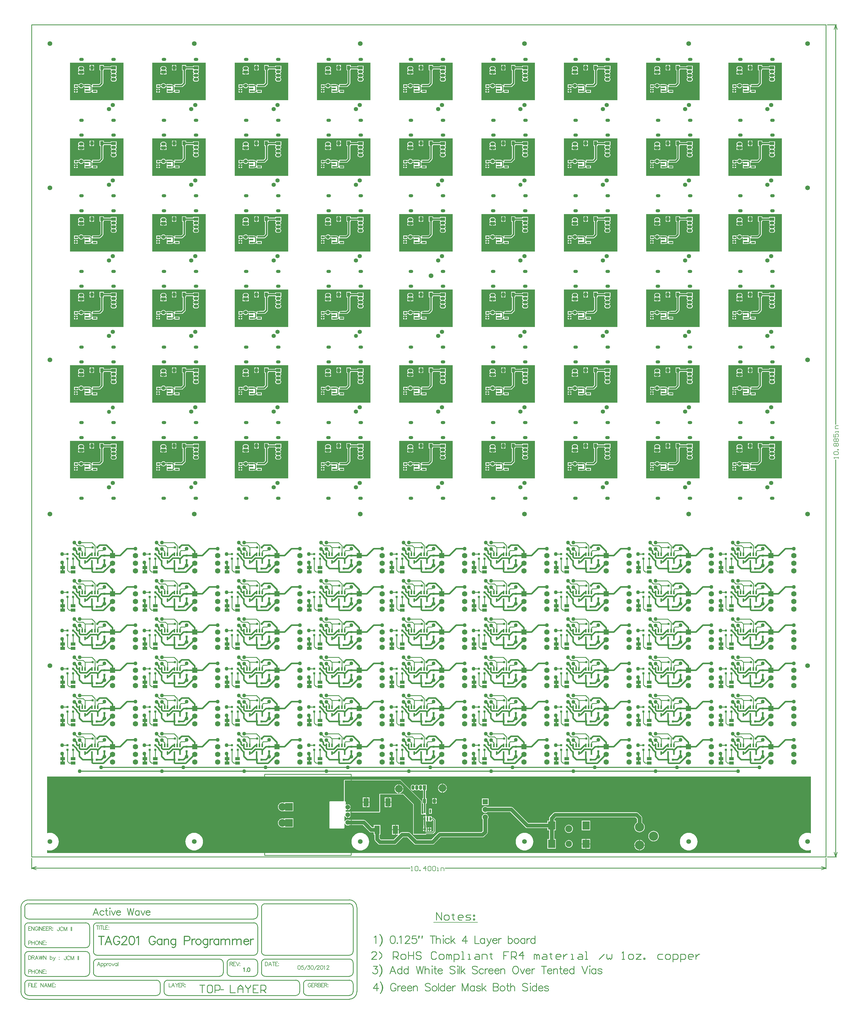
<source format=gtl>
%FSLAX25Y25*%
%MOIN*%
G70*
G01*
G75*
G04 Layer_Physical_Order=1*
G04 Layer_Color=255*
%ADD10R,0.05906X0.03937*%
%ADD11R,0.09449X0.11024*%
%ADD12R,0.10000X0.10000*%
%ADD13R,0.07087X0.11024*%
%ADD14R,0.03000X0.03000*%
%ADD15R,0.04000X0.05500*%
%ADD16R,0.02000X0.05000*%
%ADD17R,0.05000X0.02000*%
%ADD18R,0.03000X0.03000*%
%ADD19C,0.05000*%
%ADD20C,0.02000*%
%ADD21C,0.01000*%
%ADD22C,0.01200*%
%ADD23C,0.00600*%
%ADD24C,0.00800*%
%ADD25C,0.00900*%
%ADD26C,0.00500*%
%ADD27C,0.06200*%
%ADD28C,0.08300*%
%ADD29C,0.09100*%
%ADD30C,0.10000*%
%ADD31C,0.07000*%
%ADD32R,0.07000X0.07000*%
%ADD33R,0.04000X0.06200*%
%ADD34O,0.04000X0.06200*%
%ADD35C,0.05200*%
%ADD36C,0.05500*%
%ADD37R,0.06200X0.04000*%
%ADD38O,0.06200X0.04000*%
%ADD39C,0.12000*%
%ADD40O,0.06000X0.04200*%
%ADD41C,0.05000*%
G36*
X874650Y791900D02*
X804650D01*
Y840900D01*
X874650D01*
Y791900D01*
D02*
G37*
G36*
X120400Y495200D02*
X50400D01*
Y544200D01*
X120400D01*
Y495200D01*
D02*
G37*
G36*
X659150Y791900D02*
X589150D01*
Y840900D01*
X659150D01*
Y791900D01*
D02*
G37*
G36*
X766900D02*
X696900D01*
Y840900D01*
X766900D01*
Y791900D01*
D02*
G37*
G36*
X443650Y495200D02*
X373650D01*
Y544200D01*
X443650D01*
Y495200D01*
D02*
G37*
G36*
X551400D02*
X481400D01*
Y544200D01*
X551400D01*
Y495200D01*
D02*
G37*
G36*
X228150D02*
X158150D01*
Y544200D01*
X228150D01*
Y495200D01*
D02*
G37*
G36*
X335900D02*
X265900D01*
Y544200D01*
X335900D01*
Y495200D01*
D02*
G37*
G36*
X766900Y594100D02*
X696900D01*
Y643100D01*
X766900D01*
Y594100D01*
D02*
G37*
G36*
X120400Y791900D02*
X50400D01*
Y840900D01*
X120400D01*
Y791900D01*
D02*
G37*
G36*
X982400Y594100D02*
X912400D01*
Y643100D01*
X982400D01*
Y594100D01*
D02*
G37*
G36*
X874650D02*
X804650D01*
Y643100D01*
X874650D01*
Y594100D01*
D02*
G37*
G36*
X443650Y791900D02*
X373650D01*
Y840900D01*
X443650D01*
Y791900D01*
D02*
G37*
G36*
X551400D02*
X481400D01*
Y840900D01*
X551400D01*
Y791900D01*
D02*
G37*
G36*
X228150D02*
X158150D01*
Y840900D01*
X228150D01*
Y791900D01*
D02*
G37*
G36*
X335900D02*
X265900D01*
Y840900D01*
X335900D01*
Y791900D01*
D02*
G37*
G36*
X120400Y594100D02*
X50400D01*
Y643100D01*
X120400D01*
Y594100D01*
D02*
G37*
G36*
X551400Y693000D02*
X481400D01*
Y742000D01*
X551400D01*
Y693000D01*
D02*
G37*
G36*
X335900Y594100D02*
X265900D01*
Y643100D01*
X335900D01*
Y594100D01*
D02*
G37*
G36*
X228150D02*
X158150D01*
Y643100D01*
X228150D01*
Y594100D01*
D02*
G37*
G36*
X874650Y693000D02*
X804650D01*
Y742000D01*
X874650D01*
Y693000D01*
D02*
G37*
G36*
X982400D02*
X912400D01*
Y742000D01*
X982400D01*
Y693000D01*
D02*
G37*
G36*
X659150D02*
X589150D01*
Y742000D01*
X659150D01*
Y693000D01*
D02*
G37*
G36*
X766900D02*
X696900D01*
Y742000D01*
X766900D01*
Y693000D01*
D02*
G37*
G36*
X874650Y495200D02*
X804650D01*
Y544200D01*
X874650D01*
Y495200D01*
D02*
G37*
G36*
X982400D02*
X912400D01*
Y544200D01*
X982400D01*
Y495200D01*
D02*
G37*
G36*
X659150D02*
X589150D01*
Y544200D01*
X659150D01*
Y495200D01*
D02*
G37*
G36*
X766900D02*
X696900D01*
Y544200D01*
X766900D01*
Y495200D01*
D02*
G37*
G36*
X551400Y594100D02*
X481400D01*
Y643100D01*
X551400D01*
Y594100D01*
D02*
G37*
G36*
X443650D02*
X373650D01*
Y643100D01*
X443650D01*
Y594100D01*
D02*
G37*
G36*
X982400Y791900D02*
X912400D01*
Y840900D01*
X982400D01*
Y791900D01*
D02*
G37*
G36*
X659150Y594100D02*
X589150D01*
Y643100D01*
X659150D01*
Y594100D01*
D02*
G37*
G36*
X443650Y693000D02*
X373650D01*
Y742000D01*
X443650D01*
Y693000D01*
D02*
G37*
G36*
X874650Y989700D02*
X804650D01*
Y1038700D01*
X874650D01*
Y989700D01*
D02*
G37*
G36*
X766900D02*
X696900D01*
Y1038700D01*
X766900D01*
Y989700D01*
D02*
G37*
G36*
X982400D02*
X912400D01*
Y1038700D01*
X982400D01*
Y989700D01*
D02*
G37*
G36*
X120400Y693000D02*
X50400D01*
Y742000D01*
X120400D01*
Y693000D01*
D02*
G37*
G36*
X1020400Y31054D02*
X1019984Y30777D01*
X1019515Y30971D01*
X1017755Y31394D01*
X1015950Y31536D01*
X1014145Y31394D01*
X1012385Y30971D01*
X1010713Y30278D01*
X1009170Y29333D01*
X1007793Y28157D01*
X1006618Y26780D01*
X1005672Y25237D01*
X1004979Y23565D01*
X1004556Y21805D01*
X1004414Y20000D01*
X1004556Y18195D01*
X1004979Y16435D01*
X1005672Y14763D01*
X1006618Y13220D01*
X1007793Y11843D01*
X1009170Y10667D01*
X1010713Y9722D01*
X1012385Y9029D01*
X1014145Y8607D01*
X1015950Y8464D01*
X1017755Y8607D01*
X1019515Y9029D01*
X1019984Y9223D01*
X1020400Y8946D01*
Y5000D01*
X20400D01*
Y8634D01*
X20793Y8943D01*
X22195Y8607D01*
X24000Y8464D01*
X25805Y8607D01*
X27565Y9029D01*
X29237Y9722D01*
X30780Y10667D01*
X32157Y11843D01*
X33332Y13220D01*
X34278Y14763D01*
X34971Y16435D01*
X35394Y18195D01*
X35536Y20000D01*
X35394Y21805D01*
X34971Y23565D01*
X34278Y25237D01*
X33332Y26780D01*
X32157Y28157D01*
X30780Y29333D01*
X29237Y30278D01*
X27565Y30971D01*
X25805Y31394D01*
X24000Y31536D01*
X22195Y31394D01*
X20793Y31057D01*
X20400Y31366D01*
Y105000D01*
X1020400D01*
Y31054D01*
D02*
G37*
G36*
X659150Y989700D02*
X589150D01*
Y1038700D01*
X659150D01*
Y989700D01*
D02*
G37*
G36*
X228150D02*
X158150D01*
Y1038700D01*
X228150D01*
Y989700D01*
D02*
G37*
G36*
X120400D02*
X50400D01*
Y1038700D01*
X120400D01*
Y989700D01*
D02*
G37*
G36*
X335900D02*
X265900D01*
Y1038700D01*
X335900D01*
Y989700D01*
D02*
G37*
G36*
X551400D02*
X481400D01*
Y1038700D01*
X551400D01*
Y989700D01*
D02*
G37*
G36*
X443650D02*
X373650D01*
Y1038700D01*
X443650D01*
Y989700D01*
D02*
G37*
G36*
X766900Y890800D02*
X696900D01*
Y939800D01*
X766900D01*
Y890800D01*
D02*
G37*
G36*
X659150D02*
X589150D01*
Y939800D01*
X659150D01*
Y890800D01*
D02*
G37*
G36*
X982400D02*
X912400D01*
Y939800D01*
X982400D01*
Y890800D01*
D02*
G37*
G36*
X874650D02*
X804650D01*
Y939800D01*
X874650D01*
Y890800D01*
D02*
G37*
G36*
X551400D02*
X481400D01*
Y939800D01*
X551400D01*
Y890800D01*
D02*
G37*
G36*
X228150D02*
X158150D01*
Y939800D01*
X228150D01*
Y890800D01*
D02*
G37*
G36*
X120400D02*
X50400D01*
Y939800D01*
X120400D01*
Y890800D01*
D02*
G37*
G36*
X443650D02*
X373650D01*
Y939800D01*
X443650D01*
Y890800D01*
D02*
G37*
G36*
X335900D02*
X265900D01*
Y939800D01*
X335900D01*
Y890800D01*
D02*
G37*
G36*
Y693000D02*
X265900D01*
Y742000D01*
X335900D01*
Y693000D01*
D02*
G37*
G36*
X228150D02*
X158150D01*
Y742000D01*
X228150D01*
Y693000D01*
D02*
G37*
%LPC*%
G36*
X297200Y636100D02*
X294900D01*
Y633050D01*
X297200D01*
Y636100D01*
D02*
G37*
G36*
X401650D02*
X399350D01*
Y633050D01*
X401650D01*
Y636100D01*
D02*
G37*
G36*
X512700D02*
X510400D01*
Y633050D01*
X512700D01*
Y636100D01*
D02*
G37*
G36*
X617150D02*
X614850D01*
Y633050D01*
X617150D01*
Y636100D01*
D02*
G37*
G36*
X404950D02*
X402650D01*
Y633050D01*
X404950D01*
Y636100D01*
D02*
G37*
G36*
X509400D02*
X507100D01*
Y633050D01*
X509400D01*
Y636100D01*
D02*
G37*
G36*
X78400D02*
X76100D01*
Y633050D01*
X78400D01*
Y636100D01*
D02*
G37*
G36*
X927950Y638624D02*
X925750D01*
X925019Y638528D01*
X924338Y638246D01*
X923753Y637797D01*
X923304Y637212D01*
X923022Y636531D01*
X922926Y635800D01*
X923022Y635069D01*
X923304Y634388D01*
X923565Y634048D01*
X923344Y633600D01*
X922950D01*
Y631300D01*
X930750D01*
Y633600D01*
X930356D01*
X930135Y634048D01*
X930396Y634388D01*
X930678Y635069D01*
X930774Y635800D01*
X930678Y636531D01*
X930396Y637212D01*
X929947Y637797D01*
X929362Y638246D01*
X928681Y638528D01*
X927950Y638624D01*
D02*
G37*
G36*
X820200D02*
X818000D01*
X817269Y638528D01*
X816588Y638246D01*
X816003Y637797D01*
X815554Y637212D01*
X815272Y636531D01*
X815176Y635800D01*
X815272Y635069D01*
X815554Y634388D01*
X815815Y634048D01*
X815594Y633600D01*
X815200D01*
Y631300D01*
X823000D01*
Y633600D01*
X822606D01*
X822385Y634048D01*
X822646Y634388D01*
X822928Y635069D01*
X823024Y635800D01*
X822928Y636531D01*
X822646Y637212D01*
X822197Y637797D01*
X821612Y638246D01*
X820931Y638528D01*
X820200Y638624D01*
D02*
G37*
G36*
X81700Y636100D02*
X79400D01*
Y633050D01*
X81700D01*
Y636100D01*
D02*
G37*
G36*
X293900D02*
X291600D01*
Y633050D01*
X293900D01*
Y636100D01*
D02*
G37*
G36*
X189450D02*
X187150D01*
Y633050D01*
X189450D01*
Y636100D01*
D02*
G37*
G36*
X186150D02*
X183850D01*
Y633050D01*
X186150D01*
Y636100D01*
D02*
G37*
G36*
X620450D02*
X618150D01*
Y633050D01*
X620450D01*
Y636100D01*
D02*
G37*
G36*
X81700Y640150D02*
X79400D01*
Y637100D01*
X81700D01*
Y640150D01*
D02*
G37*
G36*
X78400D02*
X76100D01*
Y637100D01*
X78400D01*
Y640150D01*
D02*
G37*
G36*
X943700Y636100D02*
X941400D01*
Y633050D01*
X943700D01*
Y636100D01*
D02*
G37*
G36*
X293900Y640150D02*
X291600D01*
Y637100D01*
X293900D01*
Y640150D01*
D02*
G37*
G36*
X189450D02*
X187150D01*
Y637100D01*
X189450D01*
Y640150D01*
D02*
G37*
G36*
X186150D02*
X183850D01*
Y637100D01*
X186150D01*
Y640150D01*
D02*
G37*
G36*
X940400Y636100D02*
X938100D01*
Y633050D01*
X940400D01*
Y636100D01*
D02*
G37*
G36*
X832650D02*
X830350D01*
Y633050D01*
X832650D01*
Y636100D01*
D02*
G37*
G36*
X728200D02*
X725900D01*
Y633050D01*
X728200D01*
Y636100D01*
D02*
G37*
G36*
X724900D02*
X722600D01*
Y633050D01*
X724900D01*
Y636100D01*
D02*
G37*
G36*
X835950D02*
X833650D01*
Y633050D01*
X835950D01*
Y636100D01*
D02*
G37*
G36*
X297200Y640150D02*
X294900D01*
Y637100D01*
X297200D01*
Y640150D01*
D02*
G37*
G36*
X401650D02*
X399350D01*
Y637100D01*
X401650D01*
Y640150D01*
D02*
G37*
G36*
X712450Y638624D02*
X710250D01*
X709519Y638528D01*
X708838Y638246D01*
X708253Y637797D01*
X707804Y637212D01*
X707522Y636531D01*
X707426Y635800D01*
X707522Y635069D01*
X707804Y634388D01*
X708065Y634048D01*
X707844Y633600D01*
X707450D01*
Y631300D01*
X715250D01*
Y633600D01*
X714856D01*
X714635Y634048D01*
X714896Y634388D01*
X715178Y635069D01*
X715274Y635800D01*
X715178Y636531D01*
X714896Y637212D01*
X714447Y637797D01*
X713862Y638246D01*
X713181Y638528D01*
X712450Y638624D01*
D02*
G37*
G36*
X310200Y640150D02*
X304600D01*
Y633050D01*
X305765D01*
Y617060D01*
X303790Y615085D01*
X298100D01*
X297923Y615050D01*
X294800D01*
Y613695D01*
X294628Y613438D01*
X294130Y613388D01*
X294212Y613307D01*
X293259Y614259D01*
X292796Y614569D01*
X292250Y614677D01*
X292250Y614677D01*
X291400D01*
Y615050D01*
X284800D01*
Y614677D01*
X283318D01*
X283282Y614764D01*
X282754Y615454D01*
X282064Y615982D01*
X281261Y616315D01*
X280400Y616429D01*
X279538Y616315D01*
X278736Y615982D01*
X278046Y615454D01*
X277518Y614764D01*
X277482Y614677D01*
X276400D01*
X276400Y614677D01*
X275854Y614569D01*
X275700Y614900D01*
Y614900D01*
X271100D01*
Y610300D01*
X275700D01*
Y610923D01*
X275750Y611173D01*
X276296Y611281D01*
X276759Y611591D01*
X276932Y611763D01*
X277422Y611666D01*
X277518Y611436D01*
X278046Y610746D01*
X278736Y610218D01*
X279538Y609885D01*
X280400Y609771D01*
X281261Y609885D01*
X282064Y610218D01*
X282754Y610746D01*
X283282Y611436D01*
X283443Y611823D01*
X284446D01*
X284800Y611469D01*
Y611450D01*
Y611350D01*
X284800Y611350D01*
X284800Y611350D01*
Y610050D01*
X288101D01*
Y609050D01*
X284800D01*
Y607904D01*
X284800Y607904D01*
X284800D01*
X284800Y607750D01*
Y607550D01*
D01*
D01*
X284800D01*
Y603950D01*
X291400D01*
Y604323D01*
X292550D01*
X292550Y604323D01*
X293096Y604431D01*
X293559Y604741D01*
X294173Y605354D01*
X294130Y605312D01*
X294628Y605263D01*
X294800Y605005D01*
Y603950D01*
X301400D01*
Y607550D01*
X294827D01*
Y611450D01*
X297923D01*
X298100Y611415D01*
X304550D01*
X305136Y611531D01*
X305252Y611554D01*
X305848Y611952D01*
X308898Y615002D01*
X309296Y615598D01*
X309319Y615714D01*
X309435Y616300D01*
Y633050D01*
X310200D01*
Y634565D01*
X319050D01*
Y633600D01*
X319444D01*
X319665Y633152D01*
X319404Y632812D01*
X319122Y632131D01*
X319026Y631400D01*
X319122Y630669D01*
X319404Y629988D01*
X319853Y629403D01*
X320183Y629150D01*
Y628650D01*
X319853Y628397D01*
X319404Y627812D01*
X319122Y627131D01*
X319092Y626900D01*
X326808D01*
X326778Y627131D01*
X326496Y627812D01*
X326047Y628397D01*
X325462Y628846D01*
Y628954D01*
X326047Y629403D01*
X326496Y629988D01*
X326778Y630669D01*
X326874Y631400D01*
X326778Y632131D01*
X326496Y632812D01*
X326047Y633397D01*
X326116Y633600D01*
X326850D01*
Y639200D01*
X319050D01*
Y638235D01*
X310200D01*
Y640150D01*
D02*
G37*
G36*
X417950D02*
X412350D01*
Y633050D01*
X413515D01*
Y617060D01*
X411540Y615085D01*
X405850D01*
X405673Y615050D01*
X402550D01*
Y613695D01*
X402378Y613438D01*
X401881Y613388D01*
X401962Y613307D01*
X401009Y614259D01*
X400546Y614569D01*
X400000Y614677D01*
X400000Y614677D01*
X399150D01*
Y615050D01*
X392550D01*
Y614677D01*
X391069D01*
X391033Y614764D01*
X390504Y615454D01*
X389814Y615982D01*
X389012Y616315D01*
X388150Y616429D01*
X387288Y616315D01*
X386486Y615982D01*
X385796Y615454D01*
X385267Y614764D01*
X385231Y614677D01*
X384150D01*
X384150Y614677D01*
X383604Y614569D01*
X383450Y614900D01*
Y614900D01*
X378850D01*
Y610300D01*
X383450D01*
Y610923D01*
X383500Y611173D01*
X384046Y611281D01*
X384509Y611591D01*
X384682Y611763D01*
X385172Y611666D01*
X385267Y611436D01*
X385796Y610746D01*
X386486Y610218D01*
X387288Y609885D01*
X388150Y609771D01*
X389012Y609885D01*
X389814Y610218D01*
X390504Y610746D01*
X391033Y611436D01*
X391193Y611823D01*
X392196D01*
X392550Y611469D01*
Y611450D01*
Y611350D01*
X392550Y611350D01*
X392550Y611350D01*
Y610050D01*
X395851D01*
Y609050D01*
X392550D01*
Y607904D01*
X392550Y607904D01*
X392550D01*
X392550Y607750D01*
Y607550D01*
D01*
D01*
X392550D01*
Y603950D01*
X399150D01*
Y604323D01*
X400300D01*
X400300Y604323D01*
X400846Y604431D01*
X401309Y604741D01*
X401923Y605354D01*
X401881Y605312D01*
X402378Y605263D01*
X402550Y605005D01*
Y603950D01*
X409150D01*
Y607550D01*
X402577D01*
Y611450D01*
X405673D01*
X405850Y611415D01*
X412300D01*
X412886Y611531D01*
X413002Y611554D01*
X413598Y611952D01*
X416648Y615002D01*
X417046Y615598D01*
X417069Y615714D01*
X417185Y616300D01*
Y633050D01*
X417950D01*
Y634565D01*
X426800D01*
Y633600D01*
X427194D01*
X427415Y633152D01*
X427154Y632812D01*
X426872Y632131D01*
X426776Y631400D01*
X426872Y630669D01*
X427154Y629988D01*
X427603Y629403D01*
X427933Y629150D01*
Y628650D01*
X427603Y628397D01*
X427154Y627812D01*
X426872Y627131D01*
X426842Y626900D01*
X434558D01*
X434528Y627131D01*
X434246Y627812D01*
X433797Y628397D01*
X433212Y628846D01*
Y628954D01*
X433797Y629403D01*
X434246Y629988D01*
X434528Y630669D01*
X434624Y631400D01*
X434528Y632131D01*
X434246Y632812D01*
X433797Y633397D01*
X433866Y633600D01*
X434600D01*
Y639200D01*
X426800D01*
Y638235D01*
X417950D01*
Y640150D01*
D02*
G37*
G36*
X202450D02*
X196850D01*
Y633050D01*
X198015D01*
Y617060D01*
X196040Y615085D01*
X190350D01*
X190173Y615050D01*
X187050D01*
Y613695D01*
X186878Y613438D01*
X186381Y613388D01*
X186462Y613307D01*
X185509Y614259D01*
X185046Y614569D01*
X184500Y614677D01*
X184500Y614677D01*
X183650D01*
Y615050D01*
X177050D01*
Y614677D01*
X175568D01*
X175532Y614764D01*
X175004Y615454D01*
X174314Y615982D01*
X173512Y616315D01*
X172650Y616429D01*
X171789Y616315D01*
X170986Y615982D01*
X170296Y615454D01*
X169767Y614764D01*
X169731Y614677D01*
X168650D01*
X168650Y614677D01*
X168104Y614569D01*
X167950Y614900D01*
Y614900D01*
X163350D01*
Y610300D01*
X167950D01*
Y610923D01*
X168000Y611173D01*
X168546Y611281D01*
X169009Y611591D01*
X169182Y611763D01*
X169672Y611666D01*
X169767Y611436D01*
X170296Y610746D01*
X170986Y610218D01*
X171789Y609885D01*
X172650Y609771D01*
X173512Y609885D01*
X174314Y610218D01*
X175004Y610746D01*
X175532Y611436D01*
X175693Y611823D01*
X176696D01*
X177050Y611469D01*
Y611450D01*
Y611350D01*
X177050Y611350D01*
X177050Y611350D01*
Y610050D01*
X180351D01*
Y609050D01*
X177050D01*
Y607904D01*
X177050Y607904D01*
X177050D01*
X177050Y607750D01*
Y607550D01*
D01*
D01*
X177050D01*
Y603950D01*
X183650D01*
Y604323D01*
X184800D01*
X184800Y604323D01*
X185346Y604431D01*
X185809Y604741D01*
X186423Y605354D01*
X186381Y605312D01*
X186878Y605263D01*
X187050Y605005D01*
Y603950D01*
X193650D01*
Y607550D01*
X187077D01*
Y611450D01*
X190173D01*
X190350Y611415D01*
X196800D01*
X197386Y611531D01*
X197502Y611554D01*
X198098Y611952D01*
X201148Y615002D01*
X201546Y615598D01*
X201569Y615714D01*
X201685Y616300D01*
Y633050D01*
X202450D01*
Y634565D01*
X211300D01*
Y633600D01*
X211694D01*
X211915Y633152D01*
X211654Y632812D01*
X211372Y632131D01*
X211276Y631400D01*
X211372Y630669D01*
X211654Y629988D01*
X212103Y629403D01*
X212433Y629150D01*
Y628650D01*
X212103Y628397D01*
X211654Y627812D01*
X211372Y627131D01*
X211342Y626900D01*
X219058D01*
X219028Y627131D01*
X218746Y627812D01*
X218297Y628397D01*
X217712Y628846D01*
Y628954D01*
X218297Y629403D01*
X218746Y629988D01*
X219028Y630669D01*
X219124Y631400D01*
X219028Y632131D01*
X218746Y632812D01*
X218297Y633397D01*
X218366Y633600D01*
X219100D01*
Y639200D01*
X211300D01*
Y638235D01*
X202450D01*
Y640150D01*
D02*
G37*
G36*
X973308Y625900D02*
X965592D01*
X965622Y625669D01*
X965904Y624988D01*
X966353Y624403D01*
X966683Y624150D01*
Y623650D01*
X966353Y623397D01*
X965904Y622812D01*
X965622Y622131D01*
X965526Y621400D01*
X965622Y620669D01*
X965904Y619988D01*
X966353Y619403D01*
X966938Y618954D01*
X967619Y618672D01*
X968350Y618576D01*
X970550D01*
X971281Y618672D01*
X971962Y618954D01*
X972547Y619403D01*
X972996Y619988D01*
X973278Y620669D01*
X973374Y621400D01*
X973278Y622131D01*
X972996Y622812D01*
X972547Y623397D01*
X971962Y623846D01*
Y623954D01*
X972547Y624403D01*
X972996Y624988D01*
X973278Y625669D01*
X973308Y625900D01*
D02*
G37*
G36*
X94700Y640150D02*
X89100D01*
Y633050D01*
X90265D01*
Y617060D01*
X88290Y615085D01*
X82600D01*
X82423Y615050D01*
X79300D01*
Y613695D01*
X79128Y613438D01*
X78631Y613388D01*
X78712Y613307D01*
X77759Y614259D01*
X77296Y614569D01*
X76750Y614677D01*
X76750Y614677D01*
X75900D01*
Y615050D01*
X69300D01*
Y614677D01*
X67818D01*
X67783Y614764D01*
X67254Y615454D01*
X66564Y615982D01*
X65762Y616315D01*
X64900Y616429D01*
X64038Y616315D01*
X63236Y615982D01*
X62546Y615454D01*
X62017Y614764D01*
X61981Y614677D01*
X60900D01*
X60900Y614677D01*
X60354Y614569D01*
X60200Y614900D01*
Y614900D01*
X55600D01*
Y610300D01*
X60200D01*
Y610923D01*
X60250Y611173D01*
X60796Y611281D01*
X61259Y611591D01*
X61432Y611763D01*
X61922Y611666D01*
X62017Y611436D01*
X62546Y610746D01*
X63236Y610218D01*
X64038Y609885D01*
X64900Y609771D01*
X65762Y609885D01*
X66564Y610218D01*
X67254Y610746D01*
X67783Y611436D01*
X67943Y611823D01*
X68946D01*
X69300Y611469D01*
Y611450D01*
Y611350D01*
X69300Y611350D01*
X69300Y611350D01*
Y610050D01*
X72601D01*
Y609050D01*
X69300D01*
Y607904D01*
X69300Y607904D01*
X69300D01*
X69300Y607750D01*
Y607550D01*
D01*
D01*
X69300D01*
Y603950D01*
X75900D01*
Y604323D01*
X77050D01*
X77050Y604323D01*
X77596Y604431D01*
X78059Y604741D01*
X78673Y605354D01*
X78631Y605312D01*
X79128Y605263D01*
X79300Y605005D01*
Y603950D01*
X85900D01*
Y607550D01*
X79327D01*
Y611450D01*
X82423D01*
X82600Y611415D01*
X89050D01*
X89636Y611531D01*
X89752Y611554D01*
X90348Y611952D01*
X93398Y615002D01*
X93796Y615598D01*
X93819Y615714D01*
X93935Y616300D01*
Y633050D01*
X94700D01*
Y634565D01*
X103550D01*
Y633600D01*
X103944D01*
X104165Y633152D01*
X103904Y632812D01*
X103622Y632131D01*
X103526Y631400D01*
X103622Y630669D01*
X103904Y629988D01*
X104353Y629403D01*
X104683Y629150D01*
Y628650D01*
X104353Y628397D01*
X103904Y627812D01*
X103622Y627131D01*
X103592Y626900D01*
X111308D01*
X111278Y627131D01*
X110996Y627812D01*
X110547Y628397D01*
X109962Y628846D01*
Y628954D01*
X110547Y629403D01*
X110996Y629988D01*
X111278Y630669D01*
X111374Y631400D01*
X111278Y632131D01*
X110996Y632812D01*
X110547Y633397D01*
X110616Y633600D01*
X111350D01*
Y639200D01*
X103550D01*
Y638235D01*
X94700D01*
Y640150D01*
D02*
G37*
G36*
X525700D02*
X520100D01*
Y633050D01*
X521265D01*
Y617060D01*
X519290Y615085D01*
X513600D01*
X513423Y615050D01*
X510300D01*
Y613695D01*
X510128Y613438D01*
X509630Y613388D01*
X509712Y613307D01*
X508759Y614259D01*
X508296Y614569D01*
X507750Y614677D01*
X507750Y614677D01*
X506900D01*
Y615050D01*
X500300D01*
Y614677D01*
X498818D01*
X498782Y614764D01*
X498254Y615454D01*
X497564Y615982D01*
X496762Y616315D01*
X495900Y616429D01*
X495039Y616315D01*
X494236Y615982D01*
X493546Y615454D01*
X493017Y614764D01*
X492981Y614677D01*
X491900D01*
X491900Y614677D01*
X491354Y614569D01*
X491200Y614900D01*
Y614900D01*
X486600D01*
Y610300D01*
X491200D01*
Y610923D01*
X491250Y611173D01*
X491796Y611281D01*
X492259Y611591D01*
X492432Y611763D01*
X492922Y611666D01*
X493017Y611436D01*
X493546Y610746D01*
X494236Y610218D01*
X495039Y609885D01*
X495900Y609771D01*
X496762Y609885D01*
X497564Y610218D01*
X498254Y610746D01*
X498782Y611436D01*
X498943Y611823D01*
X499946D01*
X500300Y611469D01*
Y611450D01*
Y611350D01*
X500300Y611350D01*
X500300Y611350D01*
Y610050D01*
X503601D01*
Y609050D01*
X500300D01*
Y607904D01*
X500300Y607904D01*
X500300D01*
X500300Y607750D01*
Y607550D01*
D01*
D01*
X500300D01*
Y603950D01*
X506900D01*
Y604323D01*
X508050D01*
X508050Y604323D01*
X508596Y604431D01*
X509059Y604741D01*
X509673Y605354D01*
X509630Y605312D01*
X510128Y605263D01*
X510300Y605005D01*
Y603950D01*
X516900D01*
Y607550D01*
X510327D01*
Y611450D01*
X513423D01*
X513600Y611415D01*
X520050D01*
X520636Y611531D01*
X520752Y611554D01*
X521348Y611952D01*
X524398Y615002D01*
X524796Y615598D01*
X524819Y615714D01*
X524935Y616300D01*
Y633050D01*
X525700D01*
Y634565D01*
X534550D01*
Y633600D01*
X534944D01*
X535165Y633152D01*
X534904Y632812D01*
X534622Y632131D01*
X534526Y631400D01*
X534622Y630669D01*
X534904Y629988D01*
X535353Y629403D01*
X535683Y629150D01*
Y628650D01*
X535353Y628397D01*
X534904Y627812D01*
X534622Y627131D01*
X534592Y626900D01*
X542308D01*
X542278Y627131D01*
X541996Y627812D01*
X541547Y628397D01*
X540962Y628846D01*
Y628954D01*
X541547Y629403D01*
X541996Y629988D01*
X542278Y630669D01*
X542374Y631400D01*
X542278Y632131D01*
X541996Y632812D01*
X541547Y633397D01*
X541616Y633600D01*
X542350D01*
Y639200D01*
X534550D01*
Y638235D01*
X525700D01*
Y640150D01*
D02*
G37*
G36*
X956700D02*
X951100D01*
Y633050D01*
X952265D01*
Y617060D01*
X950290Y615085D01*
X944600D01*
X944423Y615050D01*
X941300D01*
Y613695D01*
X941128Y613438D01*
X940631Y613388D01*
X940712Y613307D01*
X939759Y614259D01*
X939296Y614569D01*
X938750Y614677D01*
X938750Y614677D01*
X937900D01*
Y615050D01*
X931300D01*
Y614677D01*
X929819D01*
X929783Y614764D01*
X929254Y615454D01*
X928564Y615982D01*
X927761Y616315D01*
X926900Y616429D01*
X926038Y616315D01*
X925236Y615982D01*
X924546Y615454D01*
X924017Y614764D01*
X923981Y614677D01*
X922900D01*
X922900Y614677D01*
X922354Y614569D01*
X922200Y614900D01*
Y614900D01*
X917600D01*
Y610300D01*
X922200D01*
Y610923D01*
X922250Y611173D01*
X922796Y611281D01*
X923259Y611591D01*
X923432Y611763D01*
X923922Y611666D01*
X924017Y611436D01*
X924546Y610746D01*
X925236Y610218D01*
X926038Y609885D01*
X926900Y609771D01*
X927761Y609885D01*
X928564Y610218D01*
X929254Y610746D01*
X929783Y611436D01*
X929943Y611823D01*
X930946D01*
X931300Y611469D01*
Y611450D01*
Y611350D01*
X931300Y611350D01*
X931300Y611350D01*
Y610050D01*
X934601D01*
Y609050D01*
X931300D01*
Y607904D01*
X931300Y607904D01*
X931300D01*
X931300Y607750D01*
Y607550D01*
D01*
D01*
X931300D01*
Y603950D01*
X937900D01*
Y604323D01*
X939050D01*
X939050Y604323D01*
X939596Y604431D01*
X940059Y604741D01*
X940673Y605354D01*
X940631Y605312D01*
X941128Y605263D01*
X941300Y605005D01*
Y603950D01*
X947900D01*
Y607550D01*
X941327D01*
Y611450D01*
X944423D01*
X944600Y611415D01*
X951050D01*
X951636Y611531D01*
X951752Y611554D01*
X952348Y611952D01*
X955398Y615002D01*
X955796Y615598D01*
X955819Y615714D01*
X955935Y616300D01*
Y633050D01*
X956700D01*
Y634565D01*
X965550D01*
Y633600D01*
X965944D01*
X966165Y633152D01*
X965904Y632812D01*
X965622Y632131D01*
X965526Y631400D01*
X965622Y630669D01*
X965904Y629988D01*
X966353Y629403D01*
X966683Y629150D01*
Y628650D01*
X966353Y628397D01*
X965904Y627812D01*
X965622Y627131D01*
X965592Y626900D01*
X973308D01*
X973278Y627131D01*
X972996Y627812D01*
X972547Y628397D01*
X971962Y628846D01*
Y628954D01*
X972547Y629403D01*
X972996Y629988D01*
X973278Y630669D01*
X973374Y631400D01*
X973278Y632131D01*
X972996Y632812D01*
X972547Y633397D01*
X972616Y633600D01*
X973350D01*
Y639200D01*
X965550D01*
Y638235D01*
X956700D01*
Y640150D01*
D02*
G37*
G36*
X64350Y630300D02*
X60950D01*
Y628000D01*
X64350D01*
Y630300D01*
D02*
G37*
G36*
X848950Y640150D02*
X843350D01*
Y633050D01*
X844515D01*
Y617060D01*
X842540Y615085D01*
X836850D01*
X836673Y615050D01*
X833550D01*
Y613695D01*
X833378Y613438D01*
X832880Y613388D01*
X832962Y613307D01*
X832009Y614259D01*
X831546Y614569D01*
X831000Y614677D01*
X831000Y614677D01*
X830150D01*
Y615050D01*
X823550D01*
Y614677D01*
X822069D01*
X822033Y614764D01*
X821504Y615454D01*
X820814Y615982D01*
X820012Y616315D01*
X819150Y616429D01*
X818289Y616315D01*
X817486Y615982D01*
X816796Y615454D01*
X816267Y614764D01*
X816232Y614677D01*
X815150D01*
X815150Y614677D01*
X814604Y614569D01*
X814450Y614900D01*
Y614900D01*
X809850D01*
Y610300D01*
X814450D01*
Y610923D01*
X814500Y611173D01*
X815046Y611281D01*
X815509Y611591D01*
X815682Y611763D01*
X816172Y611666D01*
X816267Y611436D01*
X816796Y610746D01*
X817486Y610218D01*
X818289Y609885D01*
X819150Y609771D01*
X820012Y609885D01*
X820814Y610218D01*
X821504Y610746D01*
X822033Y611436D01*
X822193Y611823D01*
X823196D01*
X823550Y611469D01*
Y611450D01*
Y611350D01*
X823550Y611350D01*
X823550Y611350D01*
Y610050D01*
X826851D01*
Y609050D01*
X823550D01*
Y607904D01*
X823550Y607904D01*
X823550D01*
X823550Y607750D01*
Y607550D01*
D01*
D01*
X823550D01*
Y603950D01*
X830150D01*
Y604323D01*
X831300D01*
X831300Y604323D01*
X831846Y604431D01*
X832309Y604741D01*
X832923Y605354D01*
X832880Y605312D01*
X833378Y605263D01*
X833550Y605005D01*
Y603950D01*
X840150D01*
Y607550D01*
X833577D01*
Y611450D01*
X836673D01*
X836850Y611415D01*
X843300D01*
X843886Y611531D01*
X844002Y611554D01*
X844598Y611952D01*
X847648Y615002D01*
X848046Y615598D01*
X848069Y615714D01*
X848185Y616300D01*
Y633050D01*
X848950D01*
Y634565D01*
X857800D01*
Y633600D01*
X858194D01*
X858415Y633152D01*
X858154Y632812D01*
X857872Y632131D01*
X857776Y631400D01*
X857872Y630669D01*
X858154Y629988D01*
X858603Y629403D01*
X858933Y629150D01*
Y628650D01*
X858603Y628397D01*
X858154Y627812D01*
X857872Y627131D01*
X857842Y626900D01*
X865558D01*
X865528Y627131D01*
X865246Y627812D01*
X864797Y628397D01*
X864212Y628846D01*
Y628954D01*
X864797Y629403D01*
X865246Y629988D01*
X865528Y630669D01*
X865624Y631400D01*
X865528Y632131D01*
X865246Y632812D01*
X864797Y633397D01*
X864866Y633600D01*
X865600D01*
Y639200D01*
X857800D01*
Y638235D01*
X848950D01*
Y640150D01*
D02*
G37*
G36*
X633450D02*
X627850D01*
Y633050D01*
X629015D01*
Y617060D01*
X627040Y615085D01*
X621350D01*
X621173Y615050D01*
X618050D01*
Y613695D01*
X617878Y613438D01*
X617381Y613388D01*
X617462Y613307D01*
X616509Y614259D01*
X616046Y614569D01*
X615500Y614677D01*
X615500Y614677D01*
X614650D01*
Y615050D01*
X608050D01*
Y614677D01*
X606568D01*
X606532Y614764D01*
X606004Y615454D01*
X605314Y615982D01*
X604511Y616315D01*
X603650Y616429D01*
X602788Y616315D01*
X601986Y615982D01*
X601296Y615454D01*
X600768Y614764D01*
X600732Y614677D01*
X599650D01*
X599650Y614677D01*
X599104Y614569D01*
X598950Y614900D01*
Y614900D01*
X594350D01*
Y610300D01*
X598950D01*
Y610923D01*
X599000Y611173D01*
X599546Y611281D01*
X600009Y611591D01*
X600182Y611763D01*
X600672Y611666D01*
X600768Y611436D01*
X601296Y610746D01*
X601986Y610218D01*
X602788Y609885D01*
X603650Y609771D01*
X604511Y609885D01*
X605314Y610218D01*
X606004Y610746D01*
X606532Y611436D01*
X606693Y611823D01*
X607696D01*
X608050Y611469D01*
Y611450D01*
Y611350D01*
X608050Y611350D01*
X608050Y611350D01*
Y610050D01*
X611351D01*
Y609050D01*
X608050D01*
Y607904D01*
X608050Y607904D01*
X608050D01*
X608050Y607750D01*
Y607550D01*
D01*
D01*
X608050D01*
Y603950D01*
X614650D01*
Y604323D01*
X615800D01*
X615800Y604323D01*
X616346Y604431D01*
X616809Y604741D01*
X617423Y605354D01*
X617381Y605312D01*
X617878Y605263D01*
X618050Y605005D01*
Y603950D01*
X624650D01*
Y607550D01*
X618077D01*
Y611450D01*
X621173D01*
X621350Y611415D01*
X627800D01*
X628386Y611531D01*
X628502Y611554D01*
X629098Y611952D01*
X632148Y615002D01*
X632546Y615598D01*
X632569Y615714D01*
X632685Y616300D01*
Y633050D01*
X633450D01*
Y634565D01*
X642300D01*
Y633600D01*
X642694D01*
X642915Y633152D01*
X642654Y632812D01*
X642372Y632131D01*
X642276Y631400D01*
X642372Y630669D01*
X642654Y629988D01*
X643103Y629403D01*
X643433Y629150D01*
Y628650D01*
X643103Y628397D01*
X642654Y627812D01*
X642372Y627131D01*
X642342Y626900D01*
X650058D01*
X650028Y627131D01*
X649746Y627812D01*
X649297Y628397D01*
X648712Y628846D01*
Y628954D01*
X649297Y629403D01*
X649746Y629988D01*
X650028Y630669D01*
X650124Y631400D01*
X650028Y632131D01*
X649746Y632812D01*
X649297Y633397D01*
X649366Y633600D01*
X650100D01*
Y639200D01*
X642300D01*
Y638235D01*
X633450D01*
Y640150D01*
D02*
G37*
G36*
X741200D02*
X735600D01*
Y633050D01*
X736765D01*
Y617060D01*
X734790Y615085D01*
X729100D01*
X728923Y615050D01*
X725800D01*
Y613695D01*
X725628Y613438D01*
X725131Y613388D01*
X725212Y613307D01*
X724259Y614259D01*
X723796Y614569D01*
X723250Y614677D01*
X723250Y614677D01*
X722400D01*
Y615050D01*
X715800D01*
Y614677D01*
X714319D01*
X714283Y614764D01*
X713754Y615454D01*
X713064Y615982D01*
X712261Y616315D01*
X711400Y616429D01*
X710538Y616315D01*
X709736Y615982D01*
X709046Y615454D01*
X708518Y614764D01*
X708482Y614677D01*
X707400D01*
X707400Y614677D01*
X706854Y614569D01*
X706700Y614900D01*
Y614900D01*
X702100D01*
Y610300D01*
X706700D01*
Y610923D01*
X706750Y611173D01*
X707296Y611281D01*
X707759Y611591D01*
X707932Y611763D01*
X708422Y611666D01*
X708518Y611436D01*
X709046Y610746D01*
X709736Y610218D01*
X710538Y609885D01*
X711400Y609771D01*
X712261Y609885D01*
X713064Y610218D01*
X713754Y610746D01*
X714283Y611436D01*
X714443Y611823D01*
X715446D01*
X715800Y611469D01*
Y611450D01*
Y611350D01*
X715800Y611350D01*
X715800Y611350D01*
Y610050D01*
X719101D01*
Y609050D01*
X715800D01*
Y607904D01*
X715800Y607904D01*
X715800D01*
X715800Y607750D01*
Y607550D01*
D01*
D01*
X715800D01*
Y603950D01*
X722400D01*
Y604323D01*
X723550D01*
X723550Y604323D01*
X724096Y604431D01*
X724559Y604741D01*
X725173Y605354D01*
X725131Y605312D01*
X725628Y605263D01*
X725800Y605005D01*
Y603950D01*
X732400D01*
Y607550D01*
X725827D01*
Y611450D01*
X728923D01*
X729100Y611415D01*
X735550D01*
X736136Y611531D01*
X736252Y611554D01*
X736848Y611952D01*
X739898Y615002D01*
X740296Y615598D01*
X740319Y615714D01*
X740435Y616300D01*
Y633050D01*
X741200D01*
Y634565D01*
X750050D01*
Y633600D01*
X750444D01*
X750665Y633152D01*
X750404Y632812D01*
X750122Y632131D01*
X750026Y631400D01*
X750122Y630669D01*
X750404Y629988D01*
X750853Y629403D01*
X751183Y629150D01*
Y628650D01*
X750853Y628397D01*
X750404Y627812D01*
X750122Y627131D01*
X750092Y626900D01*
X757808D01*
X757778Y627131D01*
X757496Y627812D01*
X757047Y628397D01*
X756462Y628846D01*
Y628954D01*
X757047Y629403D01*
X757496Y629988D01*
X757778Y630669D01*
X757874Y631400D01*
X757778Y632131D01*
X757496Y632812D01*
X757047Y633397D01*
X757116Y633600D01*
X757850D01*
Y639200D01*
X750050D01*
Y638235D01*
X741200D01*
Y640150D01*
D02*
G37*
G36*
X111308Y625900D02*
X103592D01*
X103622Y625669D01*
X103904Y624988D01*
X104353Y624403D01*
X104683Y624150D01*
Y623650D01*
X104353Y623397D01*
X103904Y622812D01*
X103622Y622131D01*
X103526Y621400D01*
X103622Y620669D01*
X103904Y619988D01*
X104353Y619403D01*
X104938Y618954D01*
X105619Y618672D01*
X106350Y618576D01*
X108550D01*
X109281Y618672D01*
X109962Y618954D01*
X110547Y619403D01*
X110996Y619988D01*
X111278Y620669D01*
X111374Y621400D01*
X111278Y622131D01*
X110996Y622812D01*
X110547Y623397D01*
X109962Y623846D01*
Y623954D01*
X110547Y624403D01*
X110996Y624988D01*
X111278Y625669D01*
X111308Y625900D01*
D02*
G37*
G36*
X219058D02*
X211342D01*
X211372Y625669D01*
X211654Y624988D01*
X212103Y624403D01*
X212433Y624150D01*
Y623650D01*
X212103Y623397D01*
X211654Y622812D01*
X211372Y622131D01*
X211276Y621400D01*
X211372Y620669D01*
X211654Y619988D01*
X212103Y619403D01*
X212688Y618954D01*
X213369Y618672D01*
X214100Y618576D01*
X216300D01*
X217031Y618672D01*
X217712Y618954D01*
X218297Y619403D01*
X218746Y619988D01*
X219028Y620669D01*
X219124Y621400D01*
X219028Y622131D01*
X218746Y622812D01*
X218297Y623397D01*
X217712Y623846D01*
Y623954D01*
X218297Y624403D01*
X218746Y624988D01*
X219028Y625669D01*
X219058Y625900D01*
D02*
G37*
G36*
X922200Y608900D02*
X920400D01*
Y607100D01*
X922200D01*
Y608900D01*
D02*
G37*
G36*
X814450D02*
X812650D01*
Y607100D01*
X814450D01*
Y608900D01*
D02*
G37*
G36*
X919400D02*
X917600D01*
Y607100D01*
X919400D01*
Y608900D01*
D02*
G37*
G36*
X326808Y625900D02*
X319092D01*
X319122Y625669D01*
X319404Y624988D01*
X319853Y624403D01*
X320183Y624150D01*
Y623650D01*
X319853Y623397D01*
X319404Y622812D01*
X319122Y622131D01*
X319026Y621400D01*
X319122Y620669D01*
X319404Y619988D01*
X319853Y619403D01*
X320438Y618954D01*
X321119Y618672D01*
X321850Y618576D01*
X324050D01*
X324781Y618672D01*
X325462Y618954D01*
X326047Y619403D01*
X326496Y619988D01*
X326778Y620669D01*
X326874Y621400D01*
X326778Y622131D01*
X326496Y622812D01*
X326047Y623397D01*
X325462Y623846D01*
Y623954D01*
X326047Y624403D01*
X326496Y624988D01*
X326778Y625669D01*
X326808Y625900D01*
D02*
G37*
G36*
X757808D02*
X750092D01*
X750122Y625669D01*
X750404Y624988D01*
X750853Y624403D01*
X751183Y624150D01*
Y623650D01*
X750853Y623397D01*
X750404Y622812D01*
X750122Y622131D01*
X750026Y621400D01*
X750122Y620669D01*
X750404Y619988D01*
X750853Y619403D01*
X751438Y618954D01*
X752119Y618672D01*
X752850Y618576D01*
X755050D01*
X755781Y618672D01*
X756462Y618954D01*
X757047Y619403D01*
X757496Y619988D01*
X757778Y620669D01*
X757874Y621400D01*
X757778Y622131D01*
X757496Y622812D01*
X757047Y623397D01*
X756462Y623846D01*
Y623954D01*
X757047Y624403D01*
X757496Y624988D01*
X757778Y625669D01*
X757808Y625900D01*
D02*
G37*
G36*
X865558D02*
X857842D01*
X857872Y625669D01*
X858154Y624988D01*
X858603Y624403D01*
X858933Y624150D01*
Y623650D01*
X858603Y623397D01*
X858154Y622812D01*
X857872Y622131D01*
X857776Y621400D01*
X857872Y620669D01*
X858154Y619988D01*
X858603Y619403D01*
X859188Y618954D01*
X859869Y618672D01*
X860600Y618576D01*
X862800D01*
X863531Y618672D01*
X864212Y618954D01*
X864797Y619403D01*
X865246Y619988D01*
X865528Y620669D01*
X865624Y621400D01*
X865528Y622131D01*
X865246Y622812D01*
X864797Y623397D01*
X864212Y623846D01*
Y623954D01*
X864797Y624403D01*
X865246Y624988D01*
X865528Y625669D01*
X865558Y625900D01*
D02*
G37*
G36*
X650058D02*
X642342D01*
X642372Y625669D01*
X642654Y624988D01*
X643103Y624403D01*
X643433Y624150D01*
Y623650D01*
X643103Y623397D01*
X642654Y622812D01*
X642372Y622131D01*
X642276Y621400D01*
X642372Y620669D01*
X642654Y619988D01*
X643103Y619403D01*
X643688Y618954D01*
X644369Y618672D01*
X645100Y618576D01*
X647300D01*
X648031Y618672D01*
X648712Y618954D01*
X649297Y619403D01*
X649746Y619988D01*
X650028Y620669D01*
X650124Y621400D01*
X650028Y622131D01*
X649746Y622812D01*
X649297Y623397D01*
X648712Y623846D01*
Y623954D01*
X649297Y624403D01*
X649746Y624988D01*
X650028Y625669D01*
X650058Y625900D01*
D02*
G37*
G36*
X434558D02*
X426842D01*
X426872Y625669D01*
X427154Y624988D01*
X427603Y624403D01*
X427933Y624150D01*
Y623650D01*
X427603Y623397D01*
X427154Y622812D01*
X426872Y622131D01*
X426776Y621400D01*
X426872Y620669D01*
X427154Y619988D01*
X427603Y619403D01*
X428188Y618954D01*
X428869Y618672D01*
X429600Y618576D01*
X431800D01*
X432531Y618672D01*
X433212Y618954D01*
X433797Y619403D01*
X434246Y619988D01*
X434528Y620669D01*
X434624Y621400D01*
X434528Y622131D01*
X434246Y622812D01*
X433797Y623397D01*
X433212Y623846D01*
Y623954D01*
X433797Y624403D01*
X434246Y624988D01*
X434528Y625669D01*
X434558Y625900D01*
D02*
G37*
G36*
X542308D02*
X534592D01*
X534622Y625669D01*
X534904Y624988D01*
X535353Y624403D01*
X535683Y624150D01*
Y623650D01*
X535353Y623397D01*
X534904Y622812D01*
X534622Y622131D01*
X534526Y621400D01*
X534622Y620669D01*
X534904Y619988D01*
X535353Y619403D01*
X535938Y618954D01*
X536619Y618672D01*
X537350Y618576D01*
X539550D01*
X540281Y618672D01*
X540962Y618954D01*
X541547Y619403D01*
X541996Y619988D01*
X542278Y620669D01*
X542374Y621400D01*
X542278Y622131D01*
X541996Y622812D01*
X541547Y623397D01*
X540962Y623846D01*
Y623954D01*
X541547Y624403D01*
X541996Y624988D01*
X542278Y625669D01*
X542308Y625900D01*
D02*
G37*
G36*
X68750Y630300D02*
X65350D01*
Y628000D01*
X68750D01*
Y630300D01*
D02*
G37*
G36*
X926350D02*
X922950D01*
Y628000D01*
X926350D01*
Y630300D01*
D02*
G37*
G36*
X930750D02*
X927350D01*
Y628000D01*
X930750D01*
Y630300D01*
D02*
G37*
G36*
X823000D02*
X819600D01*
Y628000D01*
X823000D01*
Y630300D01*
D02*
G37*
G36*
X715250D02*
X711850D01*
Y628000D01*
X715250D01*
Y630300D01*
D02*
G37*
G36*
X818600D02*
X815200D01*
Y628000D01*
X818600D01*
Y630300D01*
D02*
G37*
G36*
X65950Y638624D02*
X63750D01*
X63019Y638528D01*
X62338Y638246D01*
X61753Y637797D01*
X61304Y637212D01*
X61022Y636531D01*
X60926Y635800D01*
X61022Y635069D01*
X61304Y634388D01*
X61565Y634048D01*
X61344Y633600D01*
X60950D01*
Y631300D01*
X68750D01*
Y633600D01*
X68356D01*
X68135Y634048D01*
X68396Y634388D01*
X68678Y635069D01*
X68774Y635800D01*
X68678Y636531D01*
X68396Y637212D01*
X67947Y637797D01*
X67362Y638246D01*
X66681Y638528D01*
X65950Y638624D01*
D02*
G37*
G36*
X496950D02*
X494750D01*
X494019Y638528D01*
X493338Y638246D01*
X492753Y637797D01*
X492304Y637212D01*
X492022Y636531D01*
X491926Y635800D01*
X492022Y635069D01*
X492304Y634388D01*
X492565Y634048D01*
X492344Y633600D01*
X491950D01*
Y631300D01*
X499750D01*
Y633600D01*
X499356D01*
X499135Y634048D01*
X499396Y634388D01*
X499678Y635069D01*
X499774Y635800D01*
X499678Y636531D01*
X499396Y637212D01*
X498947Y637797D01*
X498362Y638246D01*
X497681Y638528D01*
X496950Y638624D01*
D02*
G37*
G36*
X604700D02*
X602500D01*
X601769Y638528D01*
X601088Y638246D01*
X600503Y637797D01*
X600054Y637212D01*
X599772Y636531D01*
X599676Y635800D01*
X599772Y635069D01*
X600054Y634388D01*
X600315Y634048D01*
X600094Y633600D01*
X599700D01*
Y631300D01*
X607500D01*
Y633600D01*
X607106D01*
X606885Y634048D01*
X607146Y634388D01*
X607428Y635069D01*
X607524Y635800D01*
X607428Y636531D01*
X607146Y637212D01*
X606697Y637797D01*
X606112Y638246D01*
X605431Y638528D01*
X604700Y638624D01*
D02*
G37*
G36*
X389200D02*
X387000D01*
X386269Y638528D01*
X385588Y638246D01*
X385003Y637797D01*
X384554Y637212D01*
X384272Y636531D01*
X384176Y635800D01*
X384272Y635069D01*
X384554Y634388D01*
X384815Y634048D01*
X384594Y633600D01*
X384200D01*
Y631300D01*
X392000D01*
Y633600D01*
X391606D01*
X391385Y634048D01*
X391646Y634388D01*
X391928Y635069D01*
X392024Y635800D01*
X391928Y636531D01*
X391646Y637212D01*
X391197Y637797D01*
X390612Y638246D01*
X389931Y638528D01*
X389200Y638624D01*
D02*
G37*
G36*
X173700D02*
X171500D01*
X170769Y638528D01*
X170088Y638246D01*
X169503Y637797D01*
X169054Y637212D01*
X168772Y636531D01*
X168676Y635800D01*
X168772Y635069D01*
X169054Y634388D01*
X169315Y634048D01*
X169094Y633600D01*
X168700D01*
Y631300D01*
X176500D01*
Y633600D01*
X176106D01*
X175885Y634048D01*
X176146Y634388D01*
X176428Y635069D01*
X176524Y635800D01*
X176428Y636531D01*
X176146Y637212D01*
X175697Y637797D01*
X175112Y638246D01*
X174431Y638528D01*
X173700Y638624D01*
D02*
G37*
G36*
X281450D02*
X279250D01*
X278519Y638528D01*
X277838Y638246D01*
X277253Y637797D01*
X276804Y637212D01*
X276522Y636531D01*
X276426Y635800D01*
X276522Y635069D01*
X276804Y634388D01*
X277065Y634048D01*
X276844Y633600D01*
X276450D01*
Y631300D01*
X284250D01*
Y633600D01*
X283856D01*
X283635Y634048D01*
X283896Y634388D01*
X284178Y635069D01*
X284274Y635800D01*
X284178Y636531D01*
X283896Y637212D01*
X283447Y637797D01*
X282862Y638246D01*
X282181Y638528D01*
X281450Y638624D01*
D02*
G37*
G36*
X284250Y630300D02*
X280850D01*
Y628000D01*
X284250D01*
Y630300D01*
D02*
G37*
G36*
X387600D02*
X384200D01*
Y628000D01*
X387600D01*
Y630300D01*
D02*
G37*
G36*
X279850D02*
X276450D01*
Y628000D01*
X279850D01*
Y630300D01*
D02*
G37*
G36*
X172100D02*
X168700D01*
Y628000D01*
X172100D01*
Y630300D01*
D02*
G37*
G36*
X176500D02*
X173100D01*
Y628000D01*
X176500D01*
Y630300D01*
D02*
G37*
G36*
X392000D02*
X388600D01*
Y628000D01*
X392000D01*
Y630300D01*
D02*
G37*
G36*
X607500D02*
X604100D01*
Y628000D01*
X607500D01*
Y630300D01*
D02*
G37*
G36*
X710850D02*
X707450D01*
Y628000D01*
X710850D01*
Y630300D01*
D02*
G37*
G36*
X603100D02*
X599700D01*
Y628000D01*
X603100D01*
Y630300D01*
D02*
G37*
G36*
X495350D02*
X491950D01*
Y628000D01*
X495350D01*
Y630300D01*
D02*
G37*
G36*
X499750D02*
X496350D01*
Y628000D01*
X499750D01*
Y630300D01*
D02*
G37*
G36*
X404950Y640150D02*
X402650D01*
Y637100D01*
X404950D01*
Y640150D01*
D02*
G37*
G36*
X633450Y739050D02*
X627850D01*
Y731950D01*
X629015D01*
Y715960D01*
X627040Y713985D01*
X621350D01*
X621173Y713950D01*
X618050D01*
Y712595D01*
X617878Y712337D01*
X617381Y712288D01*
X617462Y712207D01*
X616509Y713159D01*
X616046Y713469D01*
X615500Y713578D01*
X615500Y713578D01*
X614650D01*
Y713950D01*
X608050D01*
Y713578D01*
X606568D01*
X606532Y713664D01*
X606004Y714354D01*
X605314Y714883D01*
X604511Y715215D01*
X603650Y715329D01*
X602788Y715215D01*
X601986Y714883D01*
X601296Y714354D01*
X600768Y713664D01*
X600732Y713578D01*
X599650D01*
X599650Y713578D01*
X599104Y713469D01*
X598950Y713800D01*
Y713800D01*
X594350D01*
Y709200D01*
X598950D01*
Y709823D01*
X599000Y710073D01*
X599546Y710181D01*
X600009Y710491D01*
X600182Y710663D01*
X600672Y710566D01*
X600768Y710336D01*
X601296Y709646D01*
X601986Y709118D01*
X602788Y708785D01*
X603650Y708672D01*
X604511Y708785D01*
X605314Y709118D01*
X606004Y709646D01*
X606532Y710336D01*
X606693Y710723D01*
X607696D01*
X608050Y710369D01*
Y710350D01*
Y710250D01*
X608050Y710250D01*
X608050Y710250D01*
Y708950D01*
X611351D01*
Y707950D01*
X608050D01*
Y706804D01*
X608050Y706804D01*
X608050D01*
X608050Y706650D01*
Y706450D01*
D01*
D01*
X608050D01*
Y702850D01*
X614650D01*
Y703223D01*
X615800D01*
X615800Y703223D01*
X616346Y703331D01*
X616809Y703641D01*
X617423Y704254D01*
X617381Y704212D01*
X617878Y704163D01*
X618050Y703905D01*
Y702850D01*
X624650D01*
Y706450D01*
X618077D01*
Y710350D01*
X621173D01*
X621350Y710315D01*
X627800D01*
X628386Y710431D01*
X628502Y710455D01*
X629098Y710852D01*
X632148Y713902D01*
X632546Y714498D01*
X632569Y714614D01*
X632685Y715200D01*
Y731950D01*
X633450D01*
Y733465D01*
X642300D01*
Y732500D01*
X642694D01*
X642915Y732052D01*
X642654Y731712D01*
X642372Y731031D01*
X642276Y730300D01*
X642372Y729569D01*
X642654Y728888D01*
X643103Y728303D01*
X643433Y728050D01*
Y727550D01*
X643103Y727297D01*
X642654Y726712D01*
X642372Y726031D01*
X642342Y725800D01*
X650058D01*
X650028Y726031D01*
X649746Y726712D01*
X649297Y727297D01*
X648712Y727746D01*
Y727854D01*
X649297Y728303D01*
X649746Y728888D01*
X650028Y729569D01*
X650124Y730300D01*
X650028Y731031D01*
X649746Y731712D01*
X649297Y732297D01*
X649366Y732500D01*
X650100D01*
Y738100D01*
X642300D01*
Y737135D01*
X633450D01*
Y739050D01*
D02*
G37*
G36*
X741200D02*
X735600D01*
Y731950D01*
X736765D01*
Y715960D01*
X734790Y713985D01*
X729100D01*
X728923Y713950D01*
X725800D01*
Y712595D01*
X725628Y712337D01*
X725131Y712288D01*
X725212Y712207D01*
X724259Y713159D01*
X723796Y713469D01*
X723250Y713578D01*
X723250Y713578D01*
X722400D01*
Y713950D01*
X715800D01*
Y713578D01*
X714319D01*
X714283Y713664D01*
X713754Y714354D01*
X713064Y714883D01*
X712261Y715215D01*
X711400Y715329D01*
X710538Y715215D01*
X709736Y714883D01*
X709046Y714354D01*
X708518Y713664D01*
X708482Y713578D01*
X707400D01*
X707400Y713578D01*
X706854Y713469D01*
X706700Y713800D01*
Y713800D01*
X702100D01*
Y709200D01*
X706700D01*
Y709823D01*
X706750Y710073D01*
X707296Y710181D01*
X707759Y710491D01*
X707932Y710663D01*
X708422Y710566D01*
X708518Y710336D01*
X709046Y709646D01*
X709736Y709118D01*
X710538Y708785D01*
X711400Y708672D01*
X712261Y708785D01*
X713064Y709118D01*
X713754Y709646D01*
X714283Y710336D01*
X714443Y710723D01*
X715446D01*
X715800Y710369D01*
Y710350D01*
Y710250D01*
X715800Y710250D01*
X715800Y710250D01*
Y708950D01*
X719101D01*
Y707950D01*
X715800D01*
Y706804D01*
X715800Y706804D01*
X715800D01*
X715800Y706650D01*
Y706450D01*
D01*
D01*
X715800D01*
Y702850D01*
X722400D01*
Y703223D01*
X723550D01*
X723550Y703223D01*
X724096Y703331D01*
X724559Y703641D01*
X725173Y704254D01*
X725131Y704212D01*
X725628Y704163D01*
X725800Y703905D01*
Y702850D01*
X732400D01*
Y706450D01*
X725827D01*
Y710350D01*
X728923D01*
X729100Y710315D01*
X735550D01*
X736136Y710431D01*
X736252Y710455D01*
X736848Y710852D01*
X739898Y713902D01*
X740296Y714498D01*
X740319Y714614D01*
X740435Y715200D01*
Y731950D01*
X741200D01*
Y733465D01*
X750050D01*
Y732500D01*
X750444D01*
X750665Y732052D01*
X750404Y731712D01*
X750122Y731031D01*
X750026Y730300D01*
X750122Y729569D01*
X750404Y728888D01*
X750853Y728303D01*
X751183Y728050D01*
Y727550D01*
X750853Y727297D01*
X750404Y726712D01*
X750122Y726031D01*
X750092Y725800D01*
X757808D01*
X757778Y726031D01*
X757496Y726712D01*
X757047Y727297D01*
X756462Y727746D01*
Y727854D01*
X757047Y728303D01*
X757496Y728888D01*
X757778Y729569D01*
X757874Y730300D01*
X757778Y731031D01*
X757496Y731712D01*
X757047Y732297D01*
X757116Y732500D01*
X757850D01*
Y738100D01*
X750050D01*
Y737135D01*
X741200D01*
Y739050D01*
D02*
G37*
G36*
X525700D02*
X520100D01*
Y731950D01*
X521265D01*
Y715960D01*
X519290Y713985D01*
X513600D01*
X513423Y713950D01*
X510300D01*
Y712595D01*
X510128Y712337D01*
X509630Y712288D01*
X509712Y712207D01*
X508759Y713159D01*
X508296Y713469D01*
X507750Y713578D01*
X507750Y713578D01*
X506900D01*
Y713950D01*
X500300D01*
Y713578D01*
X498818D01*
X498782Y713664D01*
X498254Y714354D01*
X497564Y714883D01*
X496762Y715215D01*
X495900Y715329D01*
X495039Y715215D01*
X494236Y714883D01*
X493546Y714354D01*
X493017Y713664D01*
X492981Y713578D01*
X491900D01*
X491900Y713578D01*
X491354Y713469D01*
X491200Y713800D01*
Y713800D01*
X486600D01*
Y709200D01*
X491200D01*
Y709823D01*
X491250Y710073D01*
X491796Y710181D01*
X492259Y710491D01*
X492432Y710663D01*
X492922Y710566D01*
X493017Y710336D01*
X493546Y709646D01*
X494236Y709118D01*
X495039Y708785D01*
X495900Y708672D01*
X496762Y708785D01*
X497564Y709118D01*
X498254Y709646D01*
X498782Y710336D01*
X498943Y710723D01*
X499946D01*
X500300Y710369D01*
Y710350D01*
Y710250D01*
X500300Y710250D01*
X500300Y710250D01*
Y708950D01*
X503601D01*
Y707950D01*
X500300D01*
Y706804D01*
X500300Y706804D01*
X500300D01*
X500300Y706650D01*
Y706450D01*
D01*
D01*
X500300D01*
Y702850D01*
X506900D01*
Y703223D01*
X508050D01*
X508050Y703223D01*
X508596Y703331D01*
X509059Y703641D01*
X509673Y704254D01*
X509630Y704212D01*
X510128Y704163D01*
X510300Y703905D01*
Y702850D01*
X516900D01*
Y706450D01*
X510327D01*
Y710350D01*
X513423D01*
X513600Y710315D01*
X520050D01*
X520636Y710431D01*
X520752Y710455D01*
X521348Y710852D01*
X524398Y713902D01*
X524796Y714498D01*
X524819Y714614D01*
X524935Y715200D01*
Y731950D01*
X525700D01*
Y733465D01*
X534550D01*
Y732500D01*
X534944D01*
X535165Y732052D01*
X534904Y731712D01*
X534622Y731031D01*
X534526Y730300D01*
X534622Y729569D01*
X534904Y728888D01*
X535353Y728303D01*
X535683Y728050D01*
Y727550D01*
X535353Y727297D01*
X534904Y726712D01*
X534622Y726031D01*
X534592Y725800D01*
X542308D01*
X542278Y726031D01*
X541996Y726712D01*
X541547Y727297D01*
X540962Y727746D01*
Y727854D01*
X541547Y728303D01*
X541996Y728888D01*
X542278Y729569D01*
X542374Y730300D01*
X542278Y731031D01*
X541996Y731712D01*
X541547Y732297D01*
X541616Y732500D01*
X542350D01*
Y738100D01*
X534550D01*
Y737135D01*
X525700D01*
Y739050D01*
D02*
G37*
G36*
X310200D02*
X304600D01*
Y731950D01*
X305765D01*
Y715960D01*
X303790Y713985D01*
X298100D01*
X297923Y713950D01*
X294800D01*
Y712595D01*
X294628Y712337D01*
X294130Y712288D01*
X294212Y712207D01*
X293259Y713159D01*
X292796Y713469D01*
X292250Y713578D01*
X292250Y713578D01*
X291400D01*
Y713950D01*
X284800D01*
Y713578D01*
X283318D01*
X283282Y713664D01*
X282754Y714354D01*
X282064Y714883D01*
X281261Y715215D01*
X280400Y715329D01*
X279538Y715215D01*
X278736Y714883D01*
X278046Y714354D01*
X277518Y713664D01*
X277482Y713578D01*
X276400D01*
X276400Y713578D01*
X275854Y713469D01*
X275700Y713800D01*
Y713800D01*
X271100D01*
Y709200D01*
X275700D01*
Y709823D01*
X275750Y710073D01*
X276296Y710181D01*
X276759Y710491D01*
X276932Y710663D01*
X277422Y710566D01*
X277518Y710336D01*
X278046Y709646D01*
X278736Y709118D01*
X279538Y708785D01*
X280400Y708672D01*
X281261Y708785D01*
X282064Y709118D01*
X282754Y709646D01*
X283282Y710336D01*
X283443Y710723D01*
X284446D01*
X284800Y710369D01*
Y710350D01*
Y710250D01*
X284800Y710250D01*
X284800Y710250D01*
Y708950D01*
X288101D01*
Y707950D01*
X284800D01*
Y706804D01*
X284800Y706804D01*
X284800D01*
X284800Y706650D01*
Y706450D01*
D01*
D01*
X284800D01*
Y702850D01*
X291400D01*
Y703223D01*
X292550D01*
X292550Y703223D01*
X293096Y703331D01*
X293559Y703641D01*
X294173Y704254D01*
X294130Y704212D01*
X294628Y704163D01*
X294800Y703905D01*
Y702850D01*
X301400D01*
Y706450D01*
X294827D01*
Y710350D01*
X297923D01*
X298100Y710315D01*
X304550D01*
X305136Y710431D01*
X305252Y710455D01*
X305848Y710852D01*
X308898Y713902D01*
X309296Y714498D01*
X309319Y714614D01*
X309435Y715200D01*
Y731950D01*
X310200D01*
Y733465D01*
X319050D01*
Y732500D01*
X319444D01*
X319665Y732052D01*
X319404Y731712D01*
X319122Y731031D01*
X319026Y730300D01*
X319122Y729569D01*
X319404Y728888D01*
X319853Y728303D01*
X320183Y728050D01*
Y727550D01*
X319853Y727297D01*
X319404Y726712D01*
X319122Y726031D01*
X319092Y725800D01*
X326808D01*
X326778Y726031D01*
X326496Y726712D01*
X326047Y727297D01*
X325462Y727746D01*
Y727854D01*
X326047Y728303D01*
X326496Y728888D01*
X326778Y729569D01*
X326874Y730300D01*
X326778Y731031D01*
X326496Y731712D01*
X326047Y732297D01*
X326116Y732500D01*
X326850D01*
Y738100D01*
X319050D01*
Y737135D01*
X310200D01*
Y739050D01*
D02*
G37*
G36*
X417950D02*
X412350D01*
Y731950D01*
X413515D01*
Y715960D01*
X411540Y713985D01*
X405850D01*
X405673Y713950D01*
X402550D01*
Y712595D01*
X402378Y712337D01*
X401881Y712288D01*
X401962Y712207D01*
X401009Y713159D01*
X400546Y713469D01*
X400000Y713578D01*
X400000Y713578D01*
X399150D01*
Y713950D01*
X392550D01*
Y713578D01*
X391069D01*
X391033Y713664D01*
X390504Y714354D01*
X389814Y714883D01*
X389012Y715215D01*
X388150Y715329D01*
X387288Y715215D01*
X386486Y714883D01*
X385796Y714354D01*
X385267Y713664D01*
X385231Y713578D01*
X384150D01*
X384150Y713578D01*
X383604Y713469D01*
X383450Y713800D01*
Y713800D01*
X378850D01*
Y709200D01*
X383450D01*
Y709823D01*
X383500Y710073D01*
X384046Y710181D01*
X384509Y710491D01*
X384682Y710663D01*
X385172Y710566D01*
X385267Y710336D01*
X385796Y709646D01*
X386486Y709118D01*
X387288Y708785D01*
X388150Y708672D01*
X389012Y708785D01*
X389814Y709118D01*
X390504Y709646D01*
X391033Y710336D01*
X391193Y710723D01*
X392196D01*
X392550Y710369D01*
Y710350D01*
Y710250D01*
X392550Y710250D01*
X392550Y710250D01*
Y708950D01*
X395851D01*
Y707950D01*
X392550D01*
Y706804D01*
X392550Y706804D01*
X392550D01*
X392550Y706650D01*
Y706450D01*
D01*
D01*
X392550D01*
Y702850D01*
X399150D01*
Y703223D01*
X400300D01*
X400300Y703223D01*
X400846Y703331D01*
X401309Y703641D01*
X401923Y704254D01*
X401881Y704212D01*
X402378Y704163D01*
X402550Y703905D01*
Y702850D01*
X409150D01*
Y706450D01*
X402577D01*
Y710350D01*
X405673D01*
X405850Y710315D01*
X412300D01*
X412886Y710431D01*
X413002Y710455D01*
X413598Y710852D01*
X416648Y713902D01*
X417046Y714498D01*
X417069Y714614D01*
X417185Y715200D01*
Y731950D01*
X417950D01*
Y733465D01*
X426800D01*
Y732500D01*
X427194D01*
X427415Y732052D01*
X427154Y731712D01*
X426872Y731031D01*
X426776Y730300D01*
X426872Y729569D01*
X427154Y728888D01*
X427603Y728303D01*
X427933Y728050D01*
Y727550D01*
X427603Y727297D01*
X427154Y726712D01*
X426872Y726031D01*
X426842Y725800D01*
X434558D01*
X434528Y726031D01*
X434246Y726712D01*
X433797Y727297D01*
X433212Y727746D01*
Y727854D01*
X433797Y728303D01*
X434246Y728888D01*
X434528Y729569D01*
X434624Y730300D01*
X434528Y731031D01*
X434246Y731712D01*
X433797Y732297D01*
X433866Y732500D01*
X434600D01*
Y738100D01*
X426800D01*
Y737135D01*
X417950D01*
Y739050D01*
D02*
G37*
G36*
X848950D02*
X843350D01*
Y731950D01*
X844515D01*
Y715960D01*
X842540Y713985D01*
X836850D01*
X836673Y713950D01*
X833550D01*
Y712595D01*
X833378Y712337D01*
X832880Y712288D01*
X832962Y712207D01*
X832009Y713159D01*
X831546Y713469D01*
X831000Y713578D01*
X831000Y713578D01*
X830150D01*
Y713950D01*
X823550D01*
Y713578D01*
X822069D01*
X822033Y713664D01*
X821504Y714354D01*
X820814Y714883D01*
X820012Y715215D01*
X819150Y715329D01*
X818289Y715215D01*
X817486Y714883D01*
X816796Y714354D01*
X816267Y713664D01*
X816232Y713578D01*
X815150D01*
X815150Y713578D01*
X814604Y713469D01*
X814450Y713800D01*
Y713800D01*
X809850D01*
Y709200D01*
X814450D01*
Y709823D01*
X814500Y710073D01*
X815046Y710181D01*
X815509Y710491D01*
X815682Y710663D01*
X816172Y710566D01*
X816267Y710336D01*
X816796Y709646D01*
X817486Y709118D01*
X818289Y708785D01*
X819150Y708672D01*
X820012Y708785D01*
X820814Y709118D01*
X821504Y709646D01*
X822033Y710336D01*
X822193Y710723D01*
X823196D01*
X823550Y710369D01*
Y710350D01*
Y710250D01*
X823550Y710250D01*
X823550Y710250D01*
Y708950D01*
X826851D01*
Y707950D01*
X823550D01*
Y706804D01*
X823550Y706804D01*
X823550D01*
X823550Y706650D01*
Y706450D01*
D01*
D01*
X823550D01*
Y702850D01*
X830150D01*
Y703223D01*
X831300D01*
X831300Y703223D01*
X831846Y703331D01*
X832309Y703641D01*
X832923Y704254D01*
X832880Y704212D01*
X833378Y704163D01*
X833550Y703905D01*
Y702850D01*
X840150D01*
Y706450D01*
X833577D01*
Y710350D01*
X836673D01*
X836850Y710315D01*
X843300D01*
X843886Y710431D01*
X844002Y710455D01*
X844598Y710852D01*
X847648Y713902D01*
X848046Y714498D01*
X848069Y714614D01*
X848185Y715200D01*
Y731950D01*
X848950D01*
Y733465D01*
X857800D01*
Y732500D01*
X858194D01*
X858415Y732052D01*
X858154Y731712D01*
X857872Y731031D01*
X857776Y730300D01*
X857872Y729569D01*
X858154Y728888D01*
X858603Y728303D01*
X858933Y728050D01*
Y727550D01*
X858603Y727297D01*
X858154Y726712D01*
X857872Y726031D01*
X857842Y725800D01*
X865558D01*
X865528Y726031D01*
X865246Y726712D01*
X864797Y727297D01*
X864212Y727746D01*
Y727854D01*
X864797Y728303D01*
X865246Y728888D01*
X865528Y729569D01*
X865624Y730300D01*
X865528Y731031D01*
X865246Y731712D01*
X864797Y732297D01*
X864866Y732500D01*
X865600D01*
Y738100D01*
X857800D01*
Y737135D01*
X848950D01*
Y739050D01*
D02*
G37*
G36*
X172100Y729200D02*
X168700D01*
Y726900D01*
X172100D01*
Y729200D01*
D02*
G37*
G36*
X176500D02*
X173100D01*
Y726900D01*
X176500D01*
Y729200D01*
D02*
G37*
G36*
X68750D02*
X65350D01*
Y726900D01*
X68750D01*
Y729200D01*
D02*
G37*
G36*
X956700Y739050D02*
X951100D01*
Y731950D01*
X952265D01*
Y715960D01*
X950290Y713985D01*
X944600D01*
X944423Y713950D01*
X941300D01*
Y712595D01*
X941128Y712337D01*
X940631Y712288D01*
X940712Y712207D01*
X939759Y713159D01*
X939296Y713469D01*
X938750Y713578D01*
X938750Y713578D01*
X937900D01*
Y713950D01*
X931300D01*
Y713578D01*
X929819D01*
X929783Y713664D01*
X929254Y714354D01*
X928564Y714883D01*
X927761Y715215D01*
X926900Y715329D01*
X926038Y715215D01*
X925236Y714883D01*
X924546Y714354D01*
X924017Y713664D01*
X923981Y713578D01*
X922900D01*
X922900Y713578D01*
X922354Y713469D01*
X922200Y713800D01*
Y713800D01*
X917600D01*
Y709200D01*
X922200D01*
Y709823D01*
X922250Y710073D01*
X922796Y710181D01*
X923259Y710491D01*
X923432Y710663D01*
X923922Y710566D01*
X924017Y710336D01*
X924546Y709646D01*
X925236Y709118D01*
X926038Y708785D01*
X926900Y708672D01*
X927761Y708785D01*
X928564Y709118D01*
X929254Y709646D01*
X929783Y710336D01*
X929943Y710723D01*
X930946D01*
X931300Y710369D01*
Y710350D01*
Y710250D01*
X931300Y710250D01*
X931300Y710250D01*
Y708950D01*
X934601D01*
Y707950D01*
X931300D01*
Y706804D01*
X931300Y706804D01*
X931300D01*
X931300Y706650D01*
Y706450D01*
D01*
D01*
X931300D01*
Y702850D01*
X937900D01*
Y703223D01*
X939050D01*
X939050Y703223D01*
X939596Y703331D01*
X940059Y703641D01*
X940673Y704254D01*
X940631Y704212D01*
X941128Y704163D01*
X941300Y703905D01*
Y702850D01*
X947900D01*
Y706450D01*
X941327D01*
Y710350D01*
X944423D01*
X944600Y710315D01*
X951050D01*
X951636Y710431D01*
X951752Y710455D01*
X952348Y710852D01*
X955398Y713902D01*
X955796Y714498D01*
X955819Y714614D01*
X955935Y715200D01*
Y731950D01*
X956700D01*
Y733465D01*
X965550D01*
Y732500D01*
X965944D01*
X966165Y732052D01*
X965904Y731712D01*
X965622Y731031D01*
X965526Y730300D01*
X965622Y729569D01*
X965904Y728888D01*
X966353Y728303D01*
X966683Y728050D01*
Y727550D01*
X966353Y727297D01*
X965904Y726712D01*
X965622Y726031D01*
X965592Y725800D01*
X973308D01*
X973278Y726031D01*
X972996Y726712D01*
X972547Y727297D01*
X971962Y727746D01*
Y727854D01*
X972547Y728303D01*
X972996Y728888D01*
X973278Y729569D01*
X973374Y730300D01*
X973278Y731031D01*
X972996Y731712D01*
X972547Y732297D01*
X972616Y732500D01*
X973350D01*
Y738100D01*
X965550D01*
Y737135D01*
X956700D01*
Y739050D01*
D02*
G37*
G36*
X64350Y729200D02*
X60950D01*
Y726900D01*
X64350D01*
Y729200D01*
D02*
G37*
G36*
X434558Y724800D02*
X426842D01*
X426872Y724569D01*
X427154Y723888D01*
X427603Y723303D01*
X427933Y723050D01*
Y722550D01*
X427603Y722297D01*
X427154Y721712D01*
X426872Y721031D01*
X426776Y720300D01*
X426872Y719569D01*
X427154Y718888D01*
X427603Y718303D01*
X428188Y717854D01*
X428869Y717572D01*
X429600Y717476D01*
X431800D01*
X432531Y717572D01*
X433212Y717854D01*
X433797Y718303D01*
X434246Y718888D01*
X434528Y719569D01*
X434624Y720300D01*
X434528Y721031D01*
X434246Y721712D01*
X433797Y722297D01*
X433212Y722746D01*
Y722854D01*
X433797Y723303D01*
X434246Y723888D01*
X434528Y724569D01*
X434558Y724800D01*
D02*
G37*
G36*
X542308D02*
X534592D01*
X534622Y724569D01*
X534904Y723888D01*
X535353Y723303D01*
X535683Y723050D01*
Y722550D01*
X535353Y722297D01*
X534904Y721712D01*
X534622Y721031D01*
X534526Y720300D01*
X534622Y719569D01*
X534904Y718888D01*
X535353Y718303D01*
X535938Y717854D01*
X536619Y717572D01*
X537350Y717476D01*
X539550D01*
X540281Y717572D01*
X540962Y717854D01*
X541547Y718303D01*
X541996Y718888D01*
X542278Y719569D01*
X542374Y720300D01*
X542278Y721031D01*
X541996Y721712D01*
X541547Y722297D01*
X540962Y722746D01*
Y722854D01*
X541547Y723303D01*
X541996Y723888D01*
X542278Y724569D01*
X542308Y724800D01*
D02*
G37*
G36*
X326808D02*
X319092D01*
X319122Y724569D01*
X319404Y723888D01*
X319853Y723303D01*
X320183Y723050D01*
Y722550D01*
X319853Y722297D01*
X319404Y721712D01*
X319122Y721031D01*
X319026Y720300D01*
X319122Y719569D01*
X319404Y718888D01*
X319853Y718303D01*
X320438Y717854D01*
X321119Y717572D01*
X321850Y717476D01*
X324050D01*
X324781Y717572D01*
X325462Y717854D01*
X326047Y718303D01*
X326496Y718888D01*
X326778Y719569D01*
X326874Y720300D01*
X326778Y721031D01*
X326496Y721712D01*
X326047Y722297D01*
X325462Y722746D01*
Y722854D01*
X326047Y723303D01*
X326496Y723888D01*
X326778Y724569D01*
X326808Y724800D01*
D02*
G37*
G36*
X111308D02*
X103592D01*
X103622Y724569D01*
X103904Y723888D01*
X104353Y723303D01*
X104683Y723050D01*
Y722550D01*
X104353Y722297D01*
X103904Y721712D01*
X103622Y721031D01*
X103526Y720300D01*
X103622Y719569D01*
X103904Y718888D01*
X104353Y718303D01*
X104938Y717854D01*
X105619Y717572D01*
X106350Y717476D01*
X108550D01*
X109281Y717572D01*
X109962Y717854D01*
X110547Y718303D01*
X110996Y718888D01*
X111278Y719569D01*
X111374Y720300D01*
X111278Y721031D01*
X110996Y721712D01*
X110547Y722297D01*
X109962Y722746D01*
Y722854D01*
X110547Y723303D01*
X110996Y723888D01*
X111278Y724569D01*
X111308Y724800D01*
D02*
G37*
G36*
X219058D02*
X211342D01*
X211372Y724569D01*
X211654Y723888D01*
X212103Y723303D01*
X212433Y723050D01*
Y722550D01*
X212103Y722297D01*
X211654Y721712D01*
X211372Y721031D01*
X211276Y720300D01*
X211372Y719569D01*
X211654Y718888D01*
X212103Y718303D01*
X212688Y717854D01*
X213369Y717572D01*
X214100Y717476D01*
X216300D01*
X217031Y717572D01*
X217712Y717854D01*
X218297Y718303D01*
X218746Y718888D01*
X219028Y719569D01*
X219124Y720300D01*
X219028Y721031D01*
X218746Y721712D01*
X218297Y722297D01*
X217712Y722746D01*
Y722854D01*
X218297Y723303D01*
X218746Y723888D01*
X219028Y724569D01*
X219058Y724800D01*
D02*
G37*
G36*
X650058D02*
X642342D01*
X642372Y724569D01*
X642654Y723888D01*
X643103Y723303D01*
X643433Y723050D01*
Y722550D01*
X643103Y722297D01*
X642654Y721712D01*
X642372Y721031D01*
X642276Y720300D01*
X642372Y719569D01*
X642654Y718888D01*
X643103Y718303D01*
X643688Y717854D01*
X644369Y717572D01*
X645100Y717476D01*
X647300D01*
X648031Y717572D01*
X648712Y717854D01*
X649297Y718303D01*
X649746Y718888D01*
X650028Y719569D01*
X650124Y720300D01*
X650028Y721031D01*
X649746Y721712D01*
X649297Y722297D01*
X648712Y722746D01*
Y722854D01*
X649297Y723303D01*
X649746Y723888D01*
X650028Y724569D01*
X650058Y724800D01*
D02*
G37*
G36*
X94700Y739050D02*
X89100D01*
Y731950D01*
X90265D01*
Y715960D01*
X88290Y713985D01*
X82600D01*
X82423Y713950D01*
X79300D01*
Y712595D01*
X79128Y712337D01*
X78631Y712288D01*
X78712Y712207D01*
X77759Y713159D01*
X77296Y713469D01*
X76750Y713578D01*
X76750Y713578D01*
X75900D01*
Y713950D01*
X69300D01*
Y713578D01*
X67818D01*
X67783Y713664D01*
X67254Y714354D01*
X66564Y714883D01*
X65762Y715215D01*
X64900Y715329D01*
X64038Y715215D01*
X63236Y714883D01*
X62546Y714354D01*
X62017Y713664D01*
X61981Y713578D01*
X60900D01*
X60900Y713578D01*
X60354Y713469D01*
X60200Y713800D01*
Y713800D01*
X55600D01*
Y709200D01*
X60200D01*
Y709823D01*
X60250Y710073D01*
X60796Y710181D01*
X61259Y710491D01*
X61432Y710663D01*
X61922Y710566D01*
X62017Y710336D01*
X62546Y709646D01*
X63236Y709118D01*
X64038Y708785D01*
X64900Y708672D01*
X65762Y708785D01*
X66564Y709118D01*
X67254Y709646D01*
X67783Y710336D01*
X67943Y710723D01*
X68946D01*
X69300Y710369D01*
Y710350D01*
Y710250D01*
X69300Y710250D01*
X69300Y710250D01*
Y708950D01*
X72601D01*
Y707950D01*
X69300D01*
Y706804D01*
X69300Y706804D01*
X69300D01*
X69300Y706650D01*
Y706450D01*
D01*
D01*
X69300D01*
Y702850D01*
X75900D01*
Y703223D01*
X77050D01*
X77050Y703223D01*
X77596Y703331D01*
X78059Y703641D01*
X78673Y704254D01*
X78631Y704212D01*
X79128Y704163D01*
X79300Y703905D01*
Y702850D01*
X85900D01*
Y706450D01*
X79327D01*
Y710350D01*
X82423D01*
X82600Y710315D01*
X89050D01*
X89636Y710431D01*
X89752Y710455D01*
X90348Y710852D01*
X93398Y713902D01*
X93796Y714498D01*
X93819Y714614D01*
X93935Y715200D01*
Y731950D01*
X94700D01*
Y733465D01*
X103550D01*
Y732500D01*
X103944D01*
X104165Y732052D01*
X103904Y731712D01*
X103622Y731031D01*
X103526Y730300D01*
X103622Y729569D01*
X103904Y728888D01*
X104353Y728303D01*
X104683Y728050D01*
Y727550D01*
X104353Y727297D01*
X103904Y726712D01*
X103622Y726031D01*
X103592Y725800D01*
X111308D01*
X111278Y726031D01*
X110996Y726712D01*
X110547Y727297D01*
X109962Y727746D01*
Y727854D01*
X110547Y728303D01*
X110996Y728888D01*
X111278Y729569D01*
X111374Y730300D01*
X111278Y731031D01*
X110996Y731712D01*
X110547Y732297D01*
X110616Y732500D01*
X111350D01*
Y738100D01*
X103550D01*
Y737135D01*
X94700D01*
Y739050D01*
D02*
G37*
G36*
X202450D02*
X196850D01*
Y731950D01*
X198015D01*
Y715960D01*
X196040Y713985D01*
X190350D01*
X190173Y713950D01*
X187050D01*
Y712595D01*
X186878Y712337D01*
X186381Y712288D01*
X186462Y712207D01*
X185509Y713159D01*
X185046Y713469D01*
X184500Y713578D01*
X184500Y713578D01*
X183650D01*
Y713950D01*
X177050D01*
Y713578D01*
X175568D01*
X175532Y713664D01*
X175004Y714354D01*
X174314Y714883D01*
X173512Y715215D01*
X172650Y715329D01*
X171789Y715215D01*
X170986Y714883D01*
X170296Y714354D01*
X169767Y713664D01*
X169731Y713578D01*
X168650D01*
X168650Y713578D01*
X168104Y713469D01*
X167950Y713800D01*
Y713800D01*
X163350D01*
Y709200D01*
X167950D01*
Y709823D01*
X168000Y710073D01*
X168546Y710181D01*
X169009Y710491D01*
X169182Y710663D01*
X169672Y710566D01*
X169767Y710336D01*
X170296Y709646D01*
X170986Y709118D01*
X171789Y708785D01*
X172650Y708672D01*
X173512Y708785D01*
X174314Y709118D01*
X175004Y709646D01*
X175532Y710336D01*
X175693Y710723D01*
X176696D01*
X177050Y710369D01*
Y710350D01*
Y710250D01*
X177050Y710250D01*
X177050Y710250D01*
Y708950D01*
X180351D01*
Y707950D01*
X177050D01*
Y706804D01*
X177050Y706804D01*
X177050D01*
X177050Y706650D01*
Y706450D01*
D01*
D01*
X177050D01*
Y702850D01*
X183650D01*
Y703223D01*
X184800D01*
X184800Y703223D01*
X185346Y703331D01*
X185809Y703641D01*
X186423Y704254D01*
X186381Y704212D01*
X186878Y704163D01*
X187050Y703905D01*
Y702850D01*
X193650D01*
Y706450D01*
X187077D01*
Y710350D01*
X190173D01*
X190350Y710315D01*
X196800D01*
X197386Y710431D01*
X197502Y710455D01*
X198098Y710852D01*
X201148Y713902D01*
X201546Y714498D01*
X201569Y714614D01*
X201685Y715200D01*
Y731950D01*
X202450D01*
Y733465D01*
X211300D01*
Y732500D01*
X211694D01*
X211915Y732052D01*
X211654Y731712D01*
X211372Y731031D01*
X211276Y730300D01*
X211372Y729569D01*
X211654Y728888D01*
X212103Y728303D01*
X212433Y728050D01*
Y727550D01*
X212103Y727297D01*
X211654Y726712D01*
X211372Y726031D01*
X211342Y725800D01*
X219058D01*
X219028Y726031D01*
X218746Y726712D01*
X218297Y727297D01*
X217712Y727746D01*
Y727854D01*
X218297Y728303D01*
X218746Y728888D01*
X219028Y729569D01*
X219124Y730300D01*
X219028Y731031D01*
X218746Y731712D01*
X218297Y732297D01*
X218366Y732500D01*
X219100D01*
Y738100D01*
X211300D01*
Y737135D01*
X202450D01*
Y739050D01*
D02*
G37*
G36*
X973308Y724800D02*
X965592D01*
X965622Y724569D01*
X965904Y723888D01*
X966353Y723303D01*
X966683Y723050D01*
Y722550D01*
X966353Y722297D01*
X965904Y721712D01*
X965622Y721031D01*
X965526Y720300D01*
X965622Y719569D01*
X965904Y718888D01*
X966353Y718303D01*
X966938Y717854D01*
X967619Y717572D01*
X968350Y717476D01*
X970550D01*
X971281Y717572D01*
X971962Y717854D01*
X972547Y718303D01*
X972996Y718888D01*
X973278Y719569D01*
X973374Y720300D01*
X973278Y721031D01*
X972996Y721712D01*
X972547Y722297D01*
X971962Y722746D01*
Y722854D01*
X972547Y723303D01*
X972996Y723888D01*
X973278Y724569D01*
X973308Y724800D01*
D02*
G37*
G36*
X757808D02*
X750092D01*
X750122Y724569D01*
X750404Y723888D01*
X750853Y723303D01*
X751183Y723050D01*
Y722550D01*
X750853Y722297D01*
X750404Y721712D01*
X750122Y721031D01*
X750026Y720300D01*
X750122Y719569D01*
X750404Y718888D01*
X750853Y718303D01*
X751438Y717854D01*
X752119Y717572D01*
X752850Y717476D01*
X755050D01*
X755781Y717572D01*
X756462Y717854D01*
X757047Y718303D01*
X757496Y718888D01*
X757778Y719569D01*
X757874Y720300D01*
X757778Y721031D01*
X757496Y721712D01*
X757047Y722297D01*
X756462Y722746D01*
Y722854D01*
X757047Y723303D01*
X757496Y723888D01*
X757778Y724569D01*
X757808Y724800D01*
D02*
G37*
G36*
X865558D02*
X857842D01*
X857872Y724569D01*
X858154Y723888D01*
X858603Y723303D01*
X858933Y723050D01*
Y722550D01*
X858603Y722297D01*
X858154Y721712D01*
X857872Y721031D01*
X857776Y720300D01*
X857872Y719569D01*
X858154Y718888D01*
X858603Y718303D01*
X859188Y717854D01*
X859869Y717572D01*
X860600Y717476D01*
X862800D01*
X863531Y717572D01*
X864212Y717854D01*
X864797Y718303D01*
X865246Y718888D01*
X865528Y719569D01*
X865624Y720300D01*
X865528Y721031D01*
X865246Y721712D01*
X864797Y722297D01*
X864212Y722746D01*
Y722854D01*
X864797Y723303D01*
X865246Y723888D01*
X865528Y724569D01*
X865558Y724800D01*
D02*
G37*
G36*
X279850Y729200D02*
X276450D01*
Y726900D01*
X279850D01*
Y729200D01*
D02*
G37*
G36*
X173700Y737524D02*
X171500D01*
X170769Y737428D01*
X170088Y737146D01*
X169503Y736697D01*
X169054Y736112D01*
X168772Y735431D01*
X168676Y734700D01*
X168772Y733969D01*
X169054Y733288D01*
X169315Y732948D01*
X169094Y732500D01*
X168700D01*
Y730200D01*
X176500D01*
Y732500D01*
X176106D01*
X175885Y732948D01*
X176146Y733288D01*
X176428Y733969D01*
X176524Y734700D01*
X176428Y735431D01*
X176146Y736112D01*
X175697Y736697D01*
X175112Y737146D01*
X174431Y737428D01*
X173700Y737524D01*
D02*
G37*
G36*
X281450D02*
X279250D01*
X278519Y737428D01*
X277838Y737146D01*
X277253Y736697D01*
X276804Y736112D01*
X276522Y735431D01*
X276426Y734700D01*
X276522Y733969D01*
X276804Y733288D01*
X277065Y732948D01*
X276844Y732500D01*
X276450D01*
Y730200D01*
X284250D01*
Y732500D01*
X283856D01*
X283635Y732948D01*
X283896Y733288D01*
X284178Y733969D01*
X284274Y734700D01*
X284178Y735431D01*
X283896Y736112D01*
X283447Y736697D01*
X282862Y737146D01*
X282181Y737428D01*
X281450Y737524D01*
D02*
G37*
G36*
X65950D02*
X63750D01*
X63019Y737428D01*
X62338Y737146D01*
X61753Y736697D01*
X61304Y736112D01*
X61022Y735431D01*
X60926Y734700D01*
X61022Y733969D01*
X61304Y733288D01*
X61565Y732948D01*
X61344Y732500D01*
X60950D01*
Y730200D01*
X68750D01*
Y732500D01*
X68356D01*
X68135Y732948D01*
X68396Y733288D01*
X68678Y733969D01*
X68774Y734700D01*
X68678Y735431D01*
X68396Y736112D01*
X67947Y736697D01*
X67362Y737146D01*
X66681Y737428D01*
X65950Y737524D01*
D02*
G37*
G36*
X926350Y729200D02*
X922950D01*
Y726900D01*
X926350D01*
Y729200D01*
D02*
G37*
G36*
X930750D02*
X927350D01*
Y726900D01*
X930750D01*
Y729200D01*
D02*
G37*
G36*
X389200Y737524D02*
X387000D01*
X386269Y737428D01*
X385588Y737146D01*
X385003Y736697D01*
X384554Y736112D01*
X384272Y735431D01*
X384176Y734700D01*
X384272Y733969D01*
X384554Y733288D01*
X384815Y732948D01*
X384594Y732500D01*
X384200D01*
Y730200D01*
X392000D01*
Y732500D01*
X391606D01*
X391385Y732948D01*
X391646Y733288D01*
X391928Y733969D01*
X392024Y734700D01*
X391928Y735431D01*
X391646Y736112D01*
X391197Y736697D01*
X390612Y737146D01*
X389931Y737428D01*
X389200Y737524D01*
D02*
G37*
G36*
X820200D02*
X818000D01*
X817269Y737428D01*
X816588Y737146D01*
X816003Y736697D01*
X815554Y736112D01*
X815272Y735431D01*
X815176Y734700D01*
X815272Y733969D01*
X815554Y733288D01*
X815815Y732948D01*
X815594Y732500D01*
X815200D01*
Y730200D01*
X823000D01*
Y732500D01*
X822606D01*
X822385Y732948D01*
X822646Y733288D01*
X822928Y733969D01*
X823024Y734700D01*
X822928Y735431D01*
X822646Y736112D01*
X822197Y736697D01*
X821612Y737146D01*
X820931Y737428D01*
X820200Y737524D01*
D02*
G37*
G36*
X927950D02*
X925750D01*
X925019Y737428D01*
X924338Y737146D01*
X923753Y736697D01*
X923304Y736112D01*
X923022Y735431D01*
X922926Y734700D01*
X923022Y733969D01*
X923304Y733288D01*
X923565Y732948D01*
X923344Y732500D01*
X922950D01*
Y730200D01*
X930750D01*
Y732500D01*
X930356D01*
X930135Y732948D01*
X930396Y733288D01*
X930678Y733969D01*
X930774Y734700D01*
X930678Y735431D01*
X930396Y736112D01*
X929947Y736697D01*
X929362Y737146D01*
X928681Y737428D01*
X927950Y737524D01*
D02*
G37*
G36*
X712450D02*
X710250D01*
X709519Y737428D01*
X708838Y737146D01*
X708253Y736697D01*
X707804Y736112D01*
X707522Y735431D01*
X707426Y734700D01*
X707522Y733969D01*
X707804Y733288D01*
X708065Y732948D01*
X707844Y732500D01*
X707450D01*
Y730200D01*
X715250D01*
Y732500D01*
X714856D01*
X714635Y732948D01*
X714896Y733288D01*
X715178Y733969D01*
X715274Y734700D01*
X715178Y735431D01*
X714896Y736112D01*
X714447Y736697D01*
X713862Y737146D01*
X713181Y737428D01*
X712450Y737524D01*
D02*
G37*
G36*
X496950D02*
X494750D01*
X494019Y737428D01*
X493338Y737146D01*
X492753Y736697D01*
X492304Y736112D01*
X492022Y735431D01*
X491926Y734700D01*
X492022Y733969D01*
X492304Y733288D01*
X492565Y732948D01*
X492344Y732500D01*
X491950D01*
Y730200D01*
X499750D01*
Y732500D01*
X499356D01*
X499135Y732948D01*
X499396Y733288D01*
X499678Y733969D01*
X499774Y734700D01*
X499678Y735431D01*
X499396Y736112D01*
X498947Y736697D01*
X498362Y737146D01*
X497681Y737428D01*
X496950Y737524D01*
D02*
G37*
G36*
X604700D02*
X602500D01*
X601769Y737428D01*
X601088Y737146D01*
X600503Y736697D01*
X600054Y736112D01*
X599772Y735431D01*
X599676Y734700D01*
X599772Y733969D01*
X600054Y733288D01*
X600315Y732948D01*
X600094Y732500D01*
X599700D01*
Y730200D01*
X607500D01*
Y732500D01*
X607106D01*
X606885Y732948D01*
X607146Y733288D01*
X607428Y733969D01*
X607524Y734700D01*
X607428Y735431D01*
X607146Y736112D01*
X606697Y736697D01*
X606112Y737146D01*
X605431Y737428D01*
X604700Y737524D01*
D02*
G37*
G36*
X495350Y729200D02*
X491950D01*
Y726900D01*
X495350D01*
Y729200D01*
D02*
G37*
G36*
X499750D02*
X496350D01*
Y726900D01*
X499750D01*
Y729200D01*
D02*
G37*
G36*
X392000D02*
X388600D01*
Y726900D01*
X392000D01*
Y729200D01*
D02*
G37*
G36*
X284250D02*
X280850D01*
Y726900D01*
X284250D01*
Y729200D01*
D02*
G37*
G36*
X387600D02*
X384200D01*
Y726900D01*
X387600D01*
Y729200D01*
D02*
G37*
G36*
X603100D02*
X599700D01*
Y726900D01*
X603100D01*
Y729200D01*
D02*
G37*
G36*
X818600D02*
X815200D01*
Y726900D01*
X818600D01*
Y729200D01*
D02*
G37*
G36*
X823000D02*
X819600D01*
Y726900D01*
X823000D01*
Y729200D01*
D02*
G37*
G36*
X715250D02*
X711850D01*
Y726900D01*
X715250D01*
Y729200D01*
D02*
G37*
G36*
X607500D02*
X604100D01*
Y726900D01*
X607500D01*
Y729200D01*
D02*
G37*
G36*
X710850D02*
X707450D01*
Y726900D01*
X710850D01*
Y729200D01*
D02*
G37*
G36*
X922200Y707800D02*
X920400D01*
Y706000D01*
X922200D01*
Y707800D01*
D02*
G37*
G36*
X272900Y705000D02*
X271100D01*
Y703200D01*
X272900D01*
Y705000D01*
D02*
G37*
G36*
X275700D02*
X273900D01*
Y703200D01*
X275700D01*
Y705000D01*
D02*
G37*
G36*
X167950D02*
X166150D01*
Y703200D01*
X167950D01*
Y705000D01*
D02*
G37*
G36*
X60200D02*
X58400D01*
Y703200D01*
X60200D01*
Y705000D01*
D02*
G37*
G36*
X165150D02*
X163350D01*
Y703200D01*
X165150D01*
Y705000D01*
D02*
G37*
G36*
X380650D02*
X378850D01*
Y703200D01*
X380650D01*
Y705000D01*
D02*
G37*
G36*
X596150D02*
X594350D01*
Y703200D01*
X596150D01*
Y705000D01*
D02*
G37*
G36*
X598950D02*
X597150D01*
Y703200D01*
X598950D01*
Y705000D01*
D02*
G37*
G36*
X491200D02*
X489400D01*
Y703200D01*
X491200D01*
Y705000D01*
D02*
G37*
G36*
X383450D02*
X381650D01*
Y703200D01*
X383450D01*
Y705000D01*
D02*
G37*
G36*
X488400D02*
X486600D01*
Y703200D01*
X488400D01*
Y705000D01*
D02*
G37*
G36*
X620450Y640150D02*
X618150D01*
Y637100D01*
X620450D01*
Y640150D01*
D02*
G37*
G36*
X724900D02*
X722600D01*
Y637100D01*
X724900D01*
Y640150D01*
D02*
G37*
G36*
X617150D02*
X614850D01*
Y637100D01*
X617150D01*
Y640150D01*
D02*
G37*
G36*
X509400D02*
X507100D01*
Y637100D01*
X509400D01*
Y640150D01*
D02*
G37*
G36*
X512700D02*
X510400D01*
Y637100D01*
X512700D01*
Y640150D01*
D02*
G37*
G36*
X728200D02*
X725900D01*
Y637100D01*
X728200D01*
Y640150D01*
D02*
G37*
G36*
X943700D02*
X941400D01*
Y637100D01*
X943700D01*
Y640150D01*
D02*
G37*
G36*
X57400Y705000D02*
X55600D01*
Y703200D01*
X57400D01*
Y705000D01*
D02*
G37*
G36*
X940400Y640150D02*
X938100D01*
Y637100D01*
X940400D01*
Y640150D01*
D02*
G37*
G36*
X832650D02*
X830350D01*
Y637100D01*
X832650D01*
Y640150D01*
D02*
G37*
G36*
X835950D02*
X833650D01*
Y637100D01*
X835950D01*
Y640150D01*
D02*
G37*
G36*
X703900Y705000D02*
X702100D01*
Y703200D01*
X703900D01*
Y705000D01*
D02*
G37*
G36*
X491200Y707800D02*
X489400D01*
Y706000D01*
X491200D01*
Y707800D01*
D02*
G37*
G36*
X596150D02*
X594350D01*
Y706000D01*
X596150D01*
Y707800D01*
D02*
G37*
G36*
X488400D02*
X486600D01*
Y706000D01*
X488400D01*
Y707800D01*
D02*
G37*
G36*
X380650D02*
X378850D01*
Y706000D01*
X380650D01*
Y707800D01*
D02*
G37*
G36*
X383450D02*
X381650D01*
Y706000D01*
X383450D01*
Y707800D01*
D02*
G37*
G36*
X598950D02*
X597150D01*
Y706000D01*
X598950D01*
Y707800D01*
D02*
G37*
G36*
X814450D02*
X812650D01*
Y706000D01*
X814450D01*
Y707800D01*
D02*
G37*
G36*
X919400D02*
X917600D01*
Y706000D01*
X919400D01*
Y707800D01*
D02*
G37*
G36*
X811650D02*
X809850D01*
Y706000D01*
X811650D01*
Y707800D01*
D02*
G37*
G36*
X703900D02*
X702100D01*
Y706000D01*
X703900D01*
Y707800D01*
D02*
G37*
G36*
X706700D02*
X704900D01*
Y706000D01*
X706700D01*
Y707800D01*
D02*
G37*
G36*
X919400Y705000D02*
X917600D01*
Y703200D01*
X919400D01*
Y705000D01*
D02*
G37*
G36*
X922200D02*
X920400D01*
Y703200D01*
X922200D01*
Y705000D01*
D02*
G37*
G36*
X814450D02*
X812650D01*
Y703200D01*
X814450D01*
Y705000D01*
D02*
G37*
G36*
X706700D02*
X704900D01*
Y703200D01*
X706700D01*
Y705000D01*
D02*
G37*
G36*
X811650D02*
X809850D01*
Y703200D01*
X811650D01*
Y705000D01*
D02*
G37*
G36*
X57400Y707800D02*
X55600D01*
Y706000D01*
X57400D01*
Y707800D01*
D02*
G37*
G36*
X272900D02*
X271100D01*
Y706000D01*
X272900D01*
Y707800D01*
D02*
G37*
G36*
X275700D02*
X273900D01*
Y706000D01*
X275700D01*
Y707800D01*
D02*
G37*
G36*
X167950D02*
X166150D01*
Y706000D01*
X167950D01*
Y707800D01*
D02*
G37*
G36*
X60200D02*
X58400D01*
Y706000D01*
X60200D01*
Y707800D01*
D02*
G37*
G36*
X165150D02*
X163350D01*
Y706000D01*
X165150D01*
Y707800D01*
D02*
G37*
G36*
X811650Y608900D02*
X809850D01*
Y607100D01*
X811650D01*
Y608900D01*
D02*
G37*
G36*
X165150Y510000D02*
X163350D01*
Y508200D01*
X165150D01*
Y510000D01*
D02*
G37*
G36*
X167950D02*
X166150D01*
Y508200D01*
X167950D01*
Y510000D01*
D02*
G37*
G36*
X272900D02*
X271100D01*
Y508200D01*
X272900D01*
Y510000D01*
D02*
G37*
G36*
X922200Y507200D02*
X920400D01*
Y505400D01*
X922200D01*
Y507200D01*
D02*
G37*
G36*
X57400Y510000D02*
X55600D01*
Y508200D01*
X57400D01*
Y510000D01*
D02*
G37*
G36*
X60200D02*
X58400D01*
Y508200D01*
X60200D01*
Y510000D01*
D02*
G37*
G36*
X488400D02*
X486600D01*
Y508200D01*
X488400D01*
Y510000D01*
D02*
G37*
G36*
X491200D02*
X489400D01*
Y508200D01*
X491200D01*
Y510000D01*
D02*
G37*
G36*
X596150D02*
X594350D01*
Y508200D01*
X596150D01*
Y510000D01*
D02*
G37*
G36*
X275700D02*
X273900D01*
Y508200D01*
X275700D01*
Y510000D01*
D02*
G37*
G36*
X380650D02*
X378850D01*
Y508200D01*
X380650D01*
Y510000D01*
D02*
G37*
G36*
X383450D02*
X381650D01*
Y508200D01*
X383450D01*
Y510000D01*
D02*
G37*
G36*
X488400Y507200D02*
X486600D01*
Y505400D01*
X488400D01*
Y507200D01*
D02*
G37*
G36*
X491200D02*
X489400D01*
Y505400D01*
X491200D01*
Y507200D01*
D02*
G37*
G36*
X596150D02*
X594350D01*
Y505400D01*
X596150D01*
Y507200D01*
D02*
G37*
G36*
X275700D02*
X273900D01*
Y505400D01*
X275700D01*
Y507200D01*
D02*
G37*
G36*
X380650D02*
X378850D01*
Y505400D01*
X380650D01*
Y507200D01*
D02*
G37*
G36*
X383450D02*
X381650D01*
Y505400D01*
X383450D01*
Y507200D01*
D02*
G37*
G36*
X811650D02*
X809850D01*
Y505400D01*
X811650D01*
Y507200D01*
D02*
G37*
G36*
X814450D02*
X812650D01*
Y505400D01*
X814450D01*
Y507200D01*
D02*
G37*
G36*
X919400D02*
X917600D01*
Y505400D01*
X919400D01*
Y507200D01*
D02*
G37*
G36*
X598950D02*
X597150D01*
Y505400D01*
X598950D01*
Y507200D01*
D02*
G37*
G36*
X703900D02*
X702100D01*
Y505400D01*
X703900D01*
Y507200D01*
D02*
G37*
G36*
X706700D02*
X704900D01*
Y505400D01*
X706700D01*
Y507200D01*
D02*
G37*
G36*
X973308Y527000D02*
X965592D01*
X965622Y526769D01*
X965904Y526088D01*
X966353Y525503D01*
X966683Y525250D01*
Y524750D01*
X966353Y524497D01*
X965904Y523912D01*
X965622Y523231D01*
X965526Y522500D01*
X965622Y521769D01*
X965904Y521088D01*
X966353Y520503D01*
X966938Y520054D01*
X967619Y519772D01*
X968350Y519676D01*
X970550D01*
X971281Y519772D01*
X971962Y520054D01*
X972547Y520503D01*
X972996Y521088D01*
X973278Y521769D01*
X973374Y522500D01*
X973278Y523231D01*
X972996Y523912D01*
X972547Y524497D01*
X971962Y524946D01*
Y525054D01*
X972547Y525503D01*
X972996Y526088D01*
X973278Y526769D01*
X973308Y527000D01*
D02*
G37*
G36*
X94700Y541250D02*
X89100D01*
Y534150D01*
X90265D01*
Y518160D01*
X88290Y516185D01*
X82600D01*
X82423Y516150D01*
X79300D01*
Y514795D01*
X79128Y514537D01*
X78631Y514488D01*
X78712Y514407D01*
X77759Y515359D01*
X77296Y515669D01*
X76750Y515777D01*
X76750Y515777D01*
X75900D01*
Y516150D01*
X69300D01*
Y515777D01*
X67818D01*
X67783Y515864D01*
X67254Y516554D01*
X66564Y517083D01*
X65762Y517415D01*
X64900Y517528D01*
X64038Y517415D01*
X63236Y517083D01*
X62546Y516554D01*
X62017Y515864D01*
X61981Y515777D01*
X60900D01*
X60900Y515777D01*
X60354Y515669D01*
X60200Y516000D01*
Y516000D01*
X55600D01*
Y511400D01*
X60200D01*
Y512023D01*
X60250Y512273D01*
X60796Y512381D01*
X61259Y512691D01*
X61432Y512863D01*
X61922Y512766D01*
X62017Y512536D01*
X62546Y511846D01*
X63236Y511317D01*
X64038Y510985D01*
X64900Y510872D01*
X65762Y510985D01*
X66564Y511317D01*
X67254Y511846D01*
X67783Y512536D01*
X67943Y512923D01*
X68946D01*
X69300Y512569D01*
Y512550D01*
Y512450D01*
X69300Y512450D01*
X69300Y512450D01*
Y511150D01*
X72601D01*
Y510150D01*
X69300D01*
Y509004D01*
X69300Y509004D01*
X69300D01*
X69300Y508850D01*
Y508650D01*
D01*
D01*
X69300D01*
Y505050D01*
X75900D01*
Y505423D01*
X77050D01*
X77050Y505423D01*
X77596Y505531D01*
X78059Y505841D01*
X78673Y506454D01*
X78631Y506412D01*
X79128Y506362D01*
X79300Y506105D01*
Y505050D01*
X85900D01*
Y508650D01*
X79327D01*
Y512550D01*
X82423D01*
X82600Y512515D01*
X89050D01*
X89636Y512631D01*
X89752Y512654D01*
X90348Y513052D01*
X93398Y516102D01*
X93796Y516698D01*
X93819Y516814D01*
X93935Y517400D01*
Y534150D01*
X94700D01*
Y535665D01*
X103550D01*
Y534700D01*
X103944D01*
X104165Y534252D01*
X103904Y533912D01*
X103622Y533231D01*
X103526Y532500D01*
X103622Y531769D01*
X103904Y531088D01*
X104353Y530503D01*
X104683Y530250D01*
Y529750D01*
X104353Y529497D01*
X103904Y528912D01*
X103622Y528231D01*
X103592Y528000D01*
X111308D01*
X111278Y528231D01*
X110996Y528912D01*
X110547Y529497D01*
X109962Y529946D01*
Y530054D01*
X110547Y530503D01*
X110996Y531088D01*
X111278Y531769D01*
X111374Y532500D01*
X111278Y533231D01*
X110996Y533912D01*
X110547Y534497D01*
X110616Y534700D01*
X111350D01*
Y540300D01*
X103550D01*
Y539335D01*
X94700D01*
Y541250D01*
D02*
G37*
G36*
X202450D02*
X196850D01*
Y534150D01*
X198015D01*
Y518160D01*
X196040Y516185D01*
X190350D01*
X190173Y516150D01*
X187050D01*
Y514795D01*
X186878Y514537D01*
X186381Y514488D01*
X186462Y514407D01*
X185509Y515359D01*
X185046Y515669D01*
X184500Y515777D01*
X184500Y515777D01*
X183650D01*
Y516150D01*
X177050D01*
Y515777D01*
X175568D01*
X175532Y515864D01*
X175004Y516554D01*
X174314Y517083D01*
X173512Y517415D01*
X172650Y517528D01*
X171789Y517415D01*
X170986Y517083D01*
X170296Y516554D01*
X169767Y515864D01*
X169731Y515777D01*
X168650D01*
X168650Y515777D01*
X168104Y515669D01*
X167950Y516000D01*
Y516000D01*
X163350D01*
Y511400D01*
X167950D01*
Y512023D01*
X168000Y512273D01*
X168546Y512381D01*
X169009Y512691D01*
X169182Y512863D01*
X169672Y512766D01*
X169767Y512536D01*
X170296Y511846D01*
X170986Y511317D01*
X171789Y510985D01*
X172650Y510872D01*
X173512Y510985D01*
X174314Y511317D01*
X175004Y511846D01*
X175532Y512536D01*
X175693Y512923D01*
X176696D01*
X177050Y512569D01*
Y512550D01*
Y512450D01*
X177050Y512450D01*
X177050Y512450D01*
Y511150D01*
X180351D01*
Y510150D01*
X177050D01*
Y509004D01*
X177050Y509004D01*
X177050D01*
X177050Y508850D01*
Y508650D01*
D01*
D01*
X177050D01*
Y505050D01*
X183650D01*
Y505423D01*
X184800D01*
X184800Y505423D01*
X185346Y505531D01*
X185809Y505841D01*
X186423Y506454D01*
X186381Y506412D01*
X186878Y506362D01*
X187050Y506105D01*
Y505050D01*
X193650D01*
Y508650D01*
X187077D01*
Y512550D01*
X190173D01*
X190350Y512515D01*
X196800D01*
X197386Y512631D01*
X197502Y512654D01*
X198098Y513052D01*
X201148Y516102D01*
X201546Y516698D01*
X201569Y516814D01*
X201685Y517400D01*
Y534150D01*
X202450D01*
Y535665D01*
X211300D01*
Y534700D01*
X211694D01*
X211915Y534252D01*
X211654Y533912D01*
X211372Y533231D01*
X211276Y532500D01*
X211372Y531769D01*
X211654Y531088D01*
X212103Y530503D01*
X212433Y530250D01*
Y529750D01*
X212103Y529497D01*
X211654Y528912D01*
X211372Y528231D01*
X211342Y528000D01*
X219058D01*
X219028Y528231D01*
X218746Y528912D01*
X218297Y529497D01*
X217712Y529946D01*
Y530054D01*
X218297Y530503D01*
X218746Y531088D01*
X219028Y531769D01*
X219124Y532500D01*
X219028Y533231D01*
X218746Y533912D01*
X218297Y534497D01*
X218366Y534700D01*
X219100D01*
Y540300D01*
X211300D01*
Y539335D01*
X202450D01*
Y541250D01*
D02*
G37*
G36*
X650058Y527000D02*
X642342D01*
X642372Y526769D01*
X642654Y526088D01*
X643103Y525503D01*
X643433Y525250D01*
Y524750D01*
X643103Y524497D01*
X642654Y523912D01*
X642372Y523231D01*
X642276Y522500D01*
X642372Y521769D01*
X642654Y521088D01*
X643103Y520503D01*
X643688Y520054D01*
X644369Y519772D01*
X645100Y519676D01*
X647300D01*
X648031Y519772D01*
X648712Y520054D01*
X649297Y520503D01*
X649746Y521088D01*
X650028Y521769D01*
X650124Y522500D01*
X650028Y523231D01*
X649746Y523912D01*
X649297Y524497D01*
X648712Y524946D01*
Y525054D01*
X649297Y525503D01*
X649746Y526088D01*
X650028Y526769D01*
X650058Y527000D01*
D02*
G37*
G36*
X757808D02*
X750092D01*
X750122Y526769D01*
X750404Y526088D01*
X750853Y525503D01*
X751183Y525250D01*
Y524750D01*
X750853Y524497D01*
X750404Y523912D01*
X750122Y523231D01*
X750026Y522500D01*
X750122Y521769D01*
X750404Y521088D01*
X750853Y520503D01*
X751438Y520054D01*
X752119Y519772D01*
X752850Y519676D01*
X755050D01*
X755781Y519772D01*
X756462Y520054D01*
X757047Y520503D01*
X757496Y521088D01*
X757778Y521769D01*
X757874Y522500D01*
X757778Y523231D01*
X757496Y523912D01*
X757047Y524497D01*
X756462Y524946D01*
Y525054D01*
X757047Y525503D01*
X757496Y526088D01*
X757778Y526769D01*
X757808Y527000D01*
D02*
G37*
G36*
X865558D02*
X857842D01*
X857872Y526769D01*
X858154Y526088D01*
X858603Y525503D01*
X858933Y525250D01*
Y524750D01*
X858603Y524497D01*
X858154Y523912D01*
X857872Y523231D01*
X857776Y522500D01*
X857872Y521769D01*
X858154Y521088D01*
X858603Y520503D01*
X859188Y520054D01*
X859869Y519772D01*
X860600Y519676D01*
X862800D01*
X863531Y519772D01*
X864212Y520054D01*
X864797Y520503D01*
X865246Y521088D01*
X865528Y521769D01*
X865624Y522500D01*
X865528Y523231D01*
X865246Y523912D01*
X864797Y524497D01*
X864212Y524946D01*
Y525054D01*
X864797Y525503D01*
X865246Y526088D01*
X865528Y526769D01*
X865558Y527000D01*
D02*
G37*
G36*
X633450Y541250D02*
X627850D01*
Y534150D01*
X629015D01*
Y518160D01*
X627040Y516185D01*
X621350D01*
X621173Y516150D01*
X618050D01*
Y514795D01*
X617878Y514537D01*
X617381Y514488D01*
X617462Y514407D01*
X616509Y515359D01*
X616046Y515669D01*
X615500Y515777D01*
X615500Y515777D01*
X614650D01*
Y516150D01*
X608050D01*
Y515777D01*
X606568D01*
X606532Y515864D01*
X606004Y516554D01*
X605314Y517083D01*
X604511Y517415D01*
X603650Y517528D01*
X602788Y517415D01*
X601986Y517083D01*
X601296Y516554D01*
X600768Y515864D01*
X600732Y515777D01*
X599650D01*
X599650Y515777D01*
X599104Y515669D01*
X598950Y516000D01*
Y516000D01*
X594350D01*
Y511400D01*
X598950D01*
Y512023D01*
X599000Y512273D01*
X599546Y512381D01*
X600009Y512691D01*
X600182Y512863D01*
X600672Y512766D01*
X600768Y512536D01*
X601296Y511846D01*
X601986Y511317D01*
X602788Y510985D01*
X603650Y510872D01*
X604511Y510985D01*
X605314Y511317D01*
X606004Y511846D01*
X606532Y512536D01*
X606693Y512923D01*
X607696D01*
X608050Y512569D01*
Y512550D01*
Y512450D01*
X608050Y512450D01*
X608050Y512450D01*
Y511150D01*
X611351D01*
Y510150D01*
X608050D01*
Y509004D01*
X608050Y509004D01*
X608050D01*
X608050Y508850D01*
Y508650D01*
D01*
D01*
X608050D01*
Y505050D01*
X614650D01*
Y505423D01*
X615800D01*
X615800Y505423D01*
X616346Y505531D01*
X616809Y505841D01*
X617423Y506454D01*
X617381Y506412D01*
X617878Y506362D01*
X618050Y506105D01*
Y505050D01*
X624650D01*
Y508650D01*
X618077D01*
Y512550D01*
X621173D01*
X621350Y512515D01*
X627800D01*
X628386Y512631D01*
X628502Y512654D01*
X629098Y513052D01*
X632148Y516102D01*
X632546Y516698D01*
X632569Y516814D01*
X632685Y517400D01*
Y534150D01*
X633450D01*
Y535665D01*
X642300D01*
Y534700D01*
X642694D01*
X642915Y534252D01*
X642654Y533912D01*
X642372Y533231D01*
X642276Y532500D01*
X642372Y531769D01*
X642654Y531088D01*
X643103Y530503D01*
X643433Y530250D01*
Y529750D01*
X643103Y529497D01*
X642654Y528912D01*
X642372Y528231D01*
X642342Y528000D01*
X650058D01*
X650028Y528231D01*
X649746Y528912D01*
X649297Y529497D01*
X648712Y529946D01*
Y530054D01*
X649297Y530503D01*
X649746Y531088D01*
X650028Y531769D01*
X650124Y532500D01*
X650028Y533231D01*
X649746Y533912D01*
X649297Y534497D01*
X649366Y534700D01*
X650100D01*
Y540300D01*
X642300D01*
Y539335D01*
X633450D01*
Y541250D01*
D02*
G37*
G36*
X741200D02*
X735600D01*
Y534150D01*
X736765D01*
Y518160D01*
X734790Y516185D01*
X729100D01*
X728923Y516150D01*
X725800D01*
Y514795D01*
X725628Y514537D01*
X725131Y514488D01*
X725212Y514407D01*
X724259Y515359D01*
X723796Y515669D01*
X723250Y515777D01*
X723250Y515777D01*
X722400D01*
Y516150D01*
X715800D01*
Y515777D01*
X714319D01*
X714283Y515864D01*
X713754Y516554D01*
X713064Y517083D01*
X712261Y517415D01*
X711400Y517528D01*
X710538Y517415D01*
X709736Y517083D01*
X709046Y516554D01*
X708518Y515864D01*
X708482Y515777D01*
X707400D01*
X707400Y515777D01*
X706854Y515669D01*
X706700Y516000D01*
Y516000D01*
X702100D01*
Y511400D01*
X706700D01*
Y512023D01*
X706750Y512273D01*
X707296Y512381D01*
X707759Y512691D01*
X707932Y512863D01*
X708422Y512766D01*
X708518Y512536D01*
X709046Y511846D01*
X709736Y511317D01*
X710538Y510985D01*
X711400Y510872D01*
X712261Y510985D01*
X713064Y511317D01*
X713754Y511846D01*
X714283Y512536D01*
X714443Y512923D01*
X715446D01*
X715800Y512569D01*
Y512550D01*
Y512450D01*
X715800Y512450D01*
X715800Y512450D01*
Y511150D01*
X719101D01*
Y510150D01*
X715800D01*
Y509004D01*
X715800Y509004D01*
X715800D01*
X715800Y508850D01*
Y508650D01*
D01*
D01*
X715800D01*
Y505050D01*
X722400D01*
Y505423D01*
X723550D01*
X723550Y505423D01*
X724096Y505531D01*
X724559Y505841D01*
X725173Y506454D01*
X725131Y506412D01*
X725628Y506362D01*
X725800Y506105D01*
Y505050D01*
X732400D01*
Y508650D01*
X725827D01*
Y512550D01*
X728923D01*
X729100Y512515D01*
X735550D01*
X736136Y512631D01*
X736252Y512654D01*
X736848Y513052D01*
X739898Y516102D01*
X740296Y516698D01*
X740319Y516814D01*
X740435Y517400D01*
Y534150D01*
X741200D01*
Y535665D01*
X750050D01*
Y534700D01*
X750444D01*
X750665Y534252D01*
X750404Y533912D01*
X750122Y533231D01*
X750026Y532500D01*
X750122Y531769D01*
X750404Y531088D01*
X750853Y530503D01*
X751183Y530250D01*
Y529750D01*
X750853Y529497D01*
X750404Y528912D01*
X750122Y528231D01*
X750092Y528000D01*
X757808D01*
X757778Y528231D01*
X757496Y528912D01*
X757047Y529497D01*
X756462Y529946D01*
Y530054D01*
X757047Y530503D01*
X757496Y531088D01*
X757778Y531769D01*
X757874Y532500D01*
X757778Y533231D01*
X757496Y533912D01*
X757047Y534497D01*
X757116Y534700D01*
X757850D01*
Y540300D01*
X750050D01*
Y539335D01*
X741200D01*
Y541250D01*
D02*
G37*
G36*
X848950D02*
X843350D01*
Y534150D01*
X844515D01*
Y518160D01*
X842540Y516185D01*
X836850D01*
X836673Y516150D01*
X833550D01*
Y514795D01*
X833378Y514537D01*
X832880Y514488D01*
X832962Y514407D01*
X832009Y515359D01*
X831546Y515669D01*
X831000Y515777D01*
X831000Y515777D01*
X830150D01*
Y516150D01*
X823550D01*
Y515777D01*
X822069D01*
X822033Y515864D01*
X821504Y516554D01*
X820814Y517083D01*
X820012Y517415D01*
X819150Y517528D01*
X818289Y517415D01*
X817486Y517083D01*
X816796Y516554D01*
X816267Y515864D01*
X816232Y515777D01*
X815150D01*
X815150Y515777D01*
X814604Y515669D01*
X814450Y516000D01*
Y516000D01*
X809850D01*
Y511400D01*
X814450D01*
Y512023D01*
X814500Y512273D01*
X815046Y512381D01*
X815509Y512691D01*
X815682Y512863D01*
X816172Y512766D01*
X816267Y512536D01*
X816796Y511846D01*
X817486Y511317D01*
X818289Y510985D01*
X819150Y510872D01*
X820012Y510985D01*
X820814Y511317D01*
X821504Y511846D01*
X822033Y512536D01*
X822193Y512923D01*
X823196D01*
X823550Y512569D01*
Y512550D01*
Y512450D01*
X823550Y512450D01*
X823550Y512450D01*
Y511150D01*
X826851D01*
Y510150D01*
X823550D01*
Y509004D01*
X823550Y509004D01*
X823550D01*
X823550Y508850D01*
Y508650D01*
D01*
D01*
X823550D01*
Y505050D01*
X830150D01*
Y505423D01*
X831300D01*
X831300Y505423D01*
X831846Y505531D01*
X832309Y505841D01*
X832923Y506454D01*
X832880Y506412D01*
X833378Y506362D01*
X833550Y506105D01*
Y505050D01*
X840150D01*
Y508650D01*
X833577D01*
Y512550D01*
X836673D01*
X836850Y512515D01*
X843300D01*
X843886Y512631D01*
X844002Y512654D01*
X844598Y513052D01*
X847648Y516102D01*
X848046Y516698D01*
X848069Y516814D01*
X848185Y517400D01*
Y534150D01*
X848950D01*
Y535665D01*
X857800D01*
Y534700D01*
X858194D01*
X858415Y534252D01*
X858154Y533912D01*
X857872Y533231D01*
X857776Y532500D01*
X857872Y531769D01*
X858154Y531088D01*
X858603Y530503D01*
X858933Y530250D01*
Y529750D01*
X858603Y529497D01*
X858154Y528912D01*
X857872Y528231D01*
X857842Y528000D01*
X865558D01*
X865528Y528231D01*
X865246Y528912D01*
X864797Y529497D01*
X864212Y529946D01*
Y530054D01*
X864797Y530503D01*
X865246Y531088D01*
X865528Y531769D01*
X865624Y532500D01*
X865528Y533231D01*
X865246Y533912D01*
X864797Y534497D01*
X864866Y534700D01*
X865600D01*
Y540300D01*
X857800D01*
Y539335D01*
X848950D01*
Y541250D01*
D02*
G37*
G36*
X310200D02*
X304600D01*
Y534150D01*
X305765D01*
Y518160D01*
X303790Y516185D01*
X298100D01*
X297923Y516150D01*
X294800D01*
Y514795D01*
X294628Y514537D01*
X294130Y514488D01*
X294212Y514407D01*
X293259Y515359D01*
X292796Y515669D01*
X292250Y515777D01*
X292250Y515777D01*
X291400D01*
Y516150D01*
X284800D01*
Y515777D01*
X283318D01*
X283282Y515864D01*
X282754Y516554D01*
X282064Y517083D01*
X281261Y517415D01*
X280400Y517528D01*
X279538Y517415D01*
X278736Y517083D01*
X278046Y516554D01*
X277518Y515864D01*
X277482Y515777D01*
X276400D01*
X276400Y515777D01*
X275854Y515669D01*
X275700Y516000D01*
Y516000D01*
X271100D01*
Y511400D01*
X275700D01*
Y512023D01*
X275750Y512273D01*
X276296Y512381D01*
X276759Y512691D01*
X276932Y512863D01*
X277422Y512766D01*
X277518Y512536D01*
X278046Y511846D01*
X278736Y511317D01*
X279538Y510985D01*
X280400Y510872D01*
X281261Y510985D01*
X282064Y511317D01*
X282754Y511846D01*
X283282Y512536D01*
X283443Y512923D01*
X284446D01*
X284800Y512569D01*
Y512550D01*
Y512450D01*
X284800Y512450D01*
X284800Y512450D01*
Y511150D01*
X288101D01*
Y510150D01*
X284800D01*
Y509004D01*
X284800Y509004D01*
X284800D01*
X284800Y508850D01*
Y508650D01*
D01*
D01*
X284800D01*
Y505050D01*
X291400D01*
Y505423D01*
X292550D01*
X292550Y505423D01*
X293096Y505531D01*
X293559Y505841D01*
X294173Y506454D01*
X294130Y506412D01*
X294628Y506362D01*
X294800Y506105D01*
Y505050D01*
X301400D01*
Y508650D01*
X294827D01*
Y512550D01*
X297923D01*
X298100Y512515D01*
X304550D01*
X305136Y512631D01*
X305252Y512654D01*
X305848Y513052D01*
X308898Y516102D01*
X309296Y516698D01*
X309319Y516814D01*
X309435Y517400D01*
Y534150D01*
X310200D01*
Y535665D01*
X319050D01*
Y534700D01*
X319444D01*
X319665Y534252D01*
X319404Y533912D01*
X319122Y533231D01*
X319026Y532500D01*
X319122Y531769D01*
X319404Y531088D01*
X319853Y530503D01*
X320183Y530250D01*
Y529750D01*
X319853Y529497D01*
X319404Y528912D01*
X319122Y528231D01*
X319092Y528000D01*
X326808D01*
X326778Y528231D01*
X326496Y528912D01*
X326047Y529497D01*
X325462Y529946D01*
Y530054D01*
X326047Y530503D01*
X326496Y531088D01*
X326778Y531769D01*
X326874Y532500D01*
X326778Y533231D01*
X326496Y533912D01*
X326047Y534497D01*
X326116Y534700D01*
X326850D01*
Y540300D01*
X319050D01*
Y539335D01*
X310200D01*
Y541250D01*
D02*
G37*
G36*
X417950D02*
X412350D01*
Y534150D01*
X413515D01*
Y518160D01*
X411540Y516185D01*
X405850D01*
X405673Y516150D01*
X402550D01*
Y514795D01*
X402378Y514537D01*
X401881Y514488D01*
X401962Y514407D01*
X401009Y515359D01*
X400546Y515669D01*
X400000Y515777D01*
X400000Y515777D01*
X399150D01*
Y516150D01*
X392550D01*
Y515777D01*
X391069D01*
X391033Y515864D01*
X390504Y516554D01*
X389814Y517083D01*
X389012Y517415D01*
X388150Y517528D01*
X387288Y517415D01*
X386486Y517083D01*
X385796Y516554D01*
X385267Y515864D01*
X385231Y515777D01*
X384150D01*
X384150Y515777D01*
X383604Y515669D01*
X383450Y516000D01*
Y516000D01*
X378850D01*
Y511400D01*
X383450D01*
Y512023D01*
X383500Y512273D01*
X384046Y512381D01*
X384509Y512691D01*
X384682Y512863D01*
X385172Y512766D01*
X385267Y512536D01*
X385796Y511846D01*
X386486Y511317D01*
X387288Y510985D01*
X388150Y510872D01*
X389012Y510985D01*
X389814Y511317D01*
X390504Y511846D01*
X391033Y512536D01*
X391193Y512923D01*
X392196D01*
X392550Y512569D01*
Y512550D01*
Y512450D01*
X392550Y512450D01*
X392550Y512450D01*
Y511150D01*
X395851D01*
Y510150D01*
X392550D01*
Y509004D01*
X392550Y509004D01*
X392550D01*
X392550Y508850D01*
Y508650D01*
D01*
D01*
X392550D01*
Y505050D01*
X399150D01*
Y505423D01*
X400300D01*
X400300Y505423D01*
X400846Y505531D01*
X401309Y505841D01*
X401923Y506454D01*
X401881Y506412D01*
X402378Y506362D01*
X402550Y506105D01*
Y505050D01*
X409150D01*
Y508650D01*
X402577D01*
Y512550D01*
X405673D01*
X405850Y512515D01*
X412300D01*
X412886Y512631D01*
X413002Y512654D01*
X413598Y513052D01*
X416648Y516102D01*
X417046Y516698D01*
X417069Y516814D01*
X417185Y517400D01*
Y534150D01*
X417950D01*
Y535665D01*
X426800D01*
Y534700D01*
X427194D01*
X427415Y534252D01*
X427154Y533912D01*
X426872Y533231D01*
X426776Y532500D01*
X426872Y531769D01*
X427154Y531088D01*
X427603Y530503D01*
X427933Y530250D01*
Y529750D01*
X427603Y529497D01*
X427154Y528912D01*
X426872Y528231D01*
X426842Y528000D01*
X434558D01*
X434528Y528231D01*
X434246Y528912D01*
X433797Y529497D01*
X433212Y529946D01*
Y530054D01*
X433797Y530503D01*
X434246Y531088D01*
X434528Y531769D01*
X434624Y532500D01*
X434528Y533231D01*
X434246Y533912D01*
X433797Y534497D01*
X433866Y534700D01*
X434600D01*
Y540300D01*
X426800D01*
Y539335D01*
X417950D01*
Y541250D01*
D02*
G37*
G36*
X525700D02*
X520100D01*
Y534150D01*
X521265D01*
Y518160D01*
X519290Y516185D01*
X513600D01*
X513423Y516150D01*
X510300D01*
Y514795D01*
X510128Y514537D01*
X509630Y514488D01*
X509712Y514407D01*
X508759Y515359D01*
X508296Y515669D01*
X507750Y515777D01*
X507750Y515777D01*
X506900D01*
Y516150D01*
X500300D01*
Y515777D01*
X498818D01*
X498782Y515864D01*
X498254Y516554D01*
X497564Y517083D01*
X496762Y517415D01*
X495900Y517528D01*
X495039Y517415D01*
X494236Y517083D01*
X493546Y516554D01*
X493017Y515864D01*
X492981Y515777D01*
X491900D01*
X491900Y515777D01*
X491354Y515669D01*
X491200Y516000D01*
Y516000D01*
X486600D01*
Y511400D01*
X491200D01*
Y512023D01*
X491250Y512273D01*
X491796Y512381D01*
X492259Y512691D01*
X492432Y512863D01*
X492922Y512766D01*
X493017Y512536D01*
X493546Y511846D01*
X494236Y511317D01*
X495039Y510985D01*
X495900Y510872D01*
X496762Y510985D01*
X497564Y511317D01*
X498254Y511846D01*
X498782Y512536D01*
X498943Y512923D01*
X499946D01*
X500300Y512569D01*
Y512550D01*
Y512450D01*
X500300Y512450D01*
X500300Y512450D01*
Y511150D01*
X503601D01*
Y510150D01*
X500300D01*
Y509004D01*
X500300Y509004D01*
X500300D01*
X500300Y508850D01*
Y508650D01*
D01*
D01*
X500300D01*
Y505050D01*
X506900D01*
Y505423D01*
X508050D01*
X508050Y505423D01*
X508596Y505531D01*
X509059Y505841D01*
X509673Y506454D01*
X509630Y506412D01*
X510128Y506362D01*
X510300Y506105D01*
Y505050D01*
X516900D01*
Y508650D01*
X510327D01*
Y512550D01*
X513423D01*
X513600Y512515D01*
X520050D01*
X520636Y512631D01*
X520752Y512654D01*
X521348Y513052D01*
X524398Y516102D01*
X524796Y516698D01*
X524819Y516814D01*
X524935Y517400D01*
Y534150D01*
X525700D01*
Y535665D01*
X534550D01*
Y534700D01*
X534944D01*
X535165Y534252D01*
X534904Y533912D01*
X534622Y533231D01*
X534526Y532500D01*
X534622Y531769D01*
X534904Y531088D01*
X535353Y530503D01*
X535683Y530250D01*
Y529750D01*
X535353Y529497D01*
X534904Y528912D01*
X534622Y528231D01*
X534592Y528000D01*
X542308D01*
X542278Y528231D01*
X541996Y528912D01*
X541547Y529497D01*
X540962Y529946D01*
Y530054D01*
X541547Y530503D01*
X541996Y531088D01*
X542278Y531769D01*
X542374Y532500D01*
X542278Y533231D01*
X541996Y533912D01*
X541547Y534497D01*
X541616Y534700D01*
X542350D01*
Y540300D01*
X534550D01*
Y539335D01*
X525700D01*
Y541250D01*
D02*
G37*
G36*
X811650Y510000D02*
X809850D01*
Y508200D01*
X811650D01*
Y510000D01*
D02*
G37*
G36*
X814450D02*
X812650D01*
Y508200D01*
X814450D01*
Y510000D01*
D02*
G37*
G36*
X919400D02*
X917600D01*
Y508200D01*
X919400D01*
Y510000D01*
D02*
G37*
G36*
X598950D02*
X597150D01*
Y508200D01*
X598950D01*
Y510000D01*
D02*
G37*
G36*
X703900D02*
X702100D01*
Y508200D01*
X703900D01*
Y510000D01*
D02*
G37*
G36*
X706700D02*
X704900D01*
Y508200D01*
X706700D01*
Y510000D01*
D02*
G37*
G36*
X326808Y527000D02*
X319092D01*
X319122Y526769D01*
X319404Y526088D01*
X319853Y525503D01*
X320183Y525250D01*
Y524750D01*
X319853Y524497D01*
X319404Y523912D01*
X319122Y523231D01*
X319026Y522500D01*
X319122Y521769D01*
X319404Y521088D01*
X319853Y520503D01*
X320438Y520054D01*
X321119Y519772D01*
X321850Y519676D01*
X324050D01*
X324781Y519772D01*
X325462Y520054D01*
X326047Y520503D01*
X326496Y521088D01*
X326778Y521769D01*
X326874Y522500D01*
X326778Y523231D01*
X326496Y523912D01*
X326047Y524497D01*
X325462Y524946D01*
Y525054D01*
X326047Y525503D01*
X326496Y526088D01*
X326778Y526769D01*
X326808Y527000D01*
D02*
G37*
G36*
X434558D02*
X426842D01*
X426872Y526769D01*
X427154Y526088D01*
X427603Y525503D01*
X427933Y525250D01*
Y524750D01*
X427603Y524497D01*
X427154Y523912D01*
X426872Y523231D01*
X426776Y522500D01*
X426872Y521769D01*
X427154Y521088D01*
X427603Y520503D01*
X428188Y520054D01*
X428869Y519772D01*
X429600Y519676D01*
X431800D01*
X432531Y519772D01*
X433212Y520054D01*
X433797Y520503D01*
X434246Y521088D01*
X434528Y521769D01*
X434624Y522500D01*
X434528Y523231D01*
X434246Y523912D01*
X433797Y524497D01*
X433212Y524946D01*
Y525054D01*
X433797Y525503D01*
X434246Y526088D01*
X434528Y526769D01*
X434558Y527000D01*
D02*
G37*
G36*
X542308D02*
X534592D01*
X534622Y526769D01*
X534904Y526088D01*
X535353Y525503D01*
X535683Y525250D01*
Y524750D01*
X535353Y524497D01*
X534904Y523912D01*
X534622Y523231D01*
X534526Y522500D01*
X534622Y521769D01*
X534904Y521088D01*
X535353Y520503D01*
X535938Y520054D01*
X536619Y519772D01*
X537350Y519676D01*
X539550D01*
X540281Y519772D01*
X540962Y520054D01*
X541547Y520503D01*
X541996Y521088D01*
X542278Y521769D01*
X542374Y522500D01*
X542278Y523231D01*
X541996Y523912D01*
X541547Y524497D01*
X540962Y524946D01*
Y525054D01*
X541547Y525503D01*
X541996Y526088D01*
X542278Y526769D01*
X542308Y527000D01*
D02*
G37*
G36*
X922200Y510000D02*
X920400D01*
Y508200D01*
X922200D01*
Y510000D01*
D02*
G37*
G36*
X111308Y527000D02*
X103592D01*
X103622Y526769D01*
X103904Y526088D01*
X104353Y525503D01*
X104683Y525250D01*
Y524750D01*
X104353Y524497D01*
X103904Y523912D01*
X103622Y523231D01*
X103526Y522500D01*
X103622Y521769D01*
X103904Y521088D01*
X104353Y520503D01*
X104938Y520054D01*
X105619Y519772D01*
X106350Y519676D01*
X108550D01*
X109281Y519772D01*
X109962Y520054D01*
X110547Y520503D01*
X110996Y521088D01*
X111278Y521769D01*
X111374Y522500D01*
X111278Y523231D01*
X110996Y523912D01*
X110547Y524497D01*
X109962Y524946D01*
Y525054D01*
X110547Y525503D01*
X110996Y526088D01*
X111278Y526769D01*
X111308Y527000D01*
D02*
G37*
G36*
X219058D02*
X211342D01*
X211372Y526769D01*
X211654Y526088D01*
X212103Y525503D01*
X212433Y525250D01*
Y524750D01*
X212103Y524497D01*
X211654Y523912D01*
X211372Y523231D01*
X211276Y522500D01*
X211372Y521769D01*
X211654Y521088D01*
X212103Y520503D01*
X212688Y520054D01*
X213369Y519772D01*
X214100Y519676D01*
X216300D01*
X217031Y519772D01*
X217712Y520054D01*
X218297Y520503D01*
X218746Y521088D01*
X219028Y521769D01*
X219124Y522500D01*
X219028Y523231D01*
X218746Y523912D01*
X218297Y524497D01*
X217712Y524946D01*
Y525054D01*
X218297Y525503D01*
X218746Y526088D01*
X219028Y526769D01*
X219058Y527000D01*
D02*
G37*
G36*
X703400Y42096D02*
X702003Y41912D01*
X700702Y41373D01*
X699584Y40516D01*
X698727Y39398D01*
X698188Y38097D01*
X698004Y36700D01*
X698188Y35303D01*
X698727Y34002D01*
X699584Y32884D01*
X700702Y32027D01*
X702003Y31488D01*
X703400Y31304D01*
X704797Y31488D01*
X706098Y32027D01*
X707216Y32884D01*
X708073Y34002D01*
X708612Y35303D01*
X708796Y36700D01*
X708612Y38097D01*
X708073Y39398D01*
X707216Y40516D01*
X706098Y41373D01*
X704797Y41912D01*
X703400Y42096D01*
D02*
G37*
G36*
X593900Y66337D02*
X592777Y66189D01*
X591732Y65756D01*
X590833Y65067D01*
X590144Y64169D01*
X589711Y63122D01*
X589563Y62000D01*
X589711Y60878D01*
X590144Y59831D01*
X590833Y58933D01*
X591732Y58244D01*
X592777Y57811D01*
X593900Y57663D01*
X595022Y57811D01*
X596068Y58244D01*
X596626Y58671D01*
X626521D01*
X646546Y38646D01*
D01*
X646546D01*
Y38646D01*
D01*
X646546D01*
Y38646D01*
X646546D01*
X646546Y38646D01*
Y38646D01*
X646546Y38646D01*
Y38646D01*
X647236Y38118D01*
X647803Y37882D01*
X648038Y37785D01*
X648900Y37672D01*
X675376D01*
Y34688D01*
X677571D01*
Y23312D01*
X675376D01*
Y10688D01*
X686424D01*
Y23312D01*
X684229D01*
Y34688D01*
X686424D01*
Y47312D01*
X684229D01*
Y49121D01*
X686779Y51671D01*
X790521D01*
X792571Y49621D01*
Y44931D01*
X792104Y44681D01*
X791068Y43832D01*
X790219Y42796D01*
X789587Y41615D01*
X789198Y40333D01*
X789067Y39000D01*
X789198Y37667D01*
X789587Y36385D01*
X790219Y35204D01*
X791068Y34168D01*
X792104Y33319D01*
X793285Y32687D01*
X794567Y32298D01*
X795900Y32167D01*
X797233Y32298D01*
X798515Y32687D01*
X799696Y33319D01*
X800732Y34168D01*
X801581Y35204D01*
X802213Y36385D01*
X802602Y37667D01*
X802733Y39000D01*
X802602Y40333D01*
X802213Y41615D01*
X801581Y42796D01*
X800732Y43832D01*
X799696Y44681D01*
X799228Y44931D01*
Y51000D01*
X799115Y51862D01*
X799018Y52097D01*
X798782Y52664D01*
X798254Y53354D01*
X794254Y57354D01*
X793564Y57883D01*
X793232Y58020D01*
X792762Y58215D01*
X791900Y58328D01*
X685400D01*
X684539Y58215D01*
X684068Y58020D01*
X683736Y57883D01*
X683046Y57354D01*
X678546Y52854D01*
X678018Y52164D01*
X677880Y51832D01*
X677685Y51362D01*
X677571Y50500D01*
Y47312D01*
X675376D01*
Y44328D01*
X650279D01*
X630254Y64354D01*
X629564Y64883D01*
X629232Y65020D01*
X628761Y65215D01*
X627900Y65329D01*
X596626D01*
X596068Y65756D01*
X595022Y66189D01*
X593900Y66337D01*
D02*
G37*
G36*
X482900Y100816D02*
X482900Y100816D01*
X409900D01*
X409588Y100754D01*
X409323Y100577D01*
X409146Y100312D01*
X409084Y100000D01*
Y74245D01*
X408800Y72816D01*
X390900D01*
X390588Y72754D01*
X390323Y72577D01*
X390146Y72312D01*
X390084Y72000D01*
Y38000D01*
X390085Y37998D01*
X390084Y37995D01*
X390116Y37841D01*
X390146Y37688D01*
X390148Y37686D01*
X390148Y37684D01*
X390236Y37553D01*
X390323Y37423D01*
X390325Y37422D01*
X390326Y37420D01*
X390457Y37334D01*
X390588Y37246D01*
X390590Y37246D01*
X390592Y37245D01*
X390746Y37215D01*
X390900Y37184D01*
X390902Y37185D01*
X390905Y37184D01*
X408805Y37284D01*
X408958Y37316D01*
X409112Y37346D01*
X409114Y37348D01*
X409116Y37348D01*
X409246Y37436D01*
X409377Y37523D01*
X409378Y37525D01*
X409380Y37527D01*
X409466Y37657D01*
X409554Y37788D01*
X409554Y37790D01*
X409555Y37792D01*
X409585Y37946D01*
X409616Y38100D01*
Y43871D01*
X410106Y43968D01*
X410493Y43033D01*
X411119Y42219D01*
X411933Y41593D01*
X412882Y41200D01*
X413900Y41066D01*
X414918Y41200D01*
X415867Y41593D01*
X415969Y41671D01*
X433521D01*
X442046Y33146D01*
D01*
X442046D01*
Y33146D01*
D01*
X442046D01*
Y33146D01*
X442046D01*
X442046Y33146D01*
Y33146D01*
X442046Y33146D01*
Y33146D01*
X442736Y32618D01*
X443137Y32451D01*
X443539Y32285D01*
X444400Y32171D01*
X448057D01*
Y29188D01*
X449072D01*
Y23000D01*
X449072Y23000D01*
X449072D01*
X449185Y22139D01*
X449380Y21668D01*
X449517Y21336D01*
X450046Y20646D01*
X450046Y20646D01*
X450046Y20646D01*
X450046Y20646D01*
X453546Y17146D01*
D01*
X453546D01*
Y17146D01*
D01*
X453546D01*
Y17146D01*
X453546D01*
X453546Y17146D01*
Y17146D01*
X453546Y17146D01*
Y17146D01*
X454236Y16617D01*
X454637Y16451D01*
X455038Y16285D01*
X455900Y16172D01*
X475400D01*
X476262Y16285D01*
X476732Y16480D01*
X477064Y16617D01*
X477754Y17146D01*
X477754Y17146D01*
X477754Y17146D01*
X486279Y25671D01*
X492021D01*
X500546Y17146D01*
D01*
X500546D01*
Y17146D01*
D01*
X500546D01*
Y17146D01*
X500546D01*
X500546Y17146D01*
Y17146D01*
X500546Y17146D01*
Y17146D01*
X501236Y16617D01*
X501637Y16451D01*
X502038Y16285D01*
X502900Y16172D01*
X524900D01*
X525762Y16285D01*
X526232Y16480D01*
X526564Y16617D01*
X527254Y17146D01*
X527254Y17146D01*
X527254Y17146D01*
X535779Y25671D01*
X590400D01*
X591261Y25785D01*
X591732Y25980D01*
X592064Y26118D01*
X592754Y26646D01*
X592754Y26646D01*
X592754Y26646D01*
X596254Y30146D01*
X596782Y30836D01*
X596949Y31237D01*
X597115Y31639D01*
X597228Y32500D01*
Y49274D01*
X597656Y49832D01*
X598089Y50877D01*
X598237Y52000D01*
X598089Y53123D01*
X597656Y54169D01*
X596967Y55067D01*
X596068Y55756D01*
X595022Y56189D01*
X593900Y56337D01*
X592777Y56189D01*
X591732Y55756D01*
X590833Y55067D01*
X590144Y54169D01*
X589711Y53123D01*
X589563Y52000D01*
X589711Y50877D01*
X590144Y49832D01*
X590571Y49274D01*
Y33879D01*
X589021Y32329D01*
X534400D01*
X533538Y32215D01*
X533137Y32049D01*
X532736Y31883D01*
X532046Y31354D01*
X523521Y22828D01*
X504279D01*
X495754Y31354D01*
X495064Y31883D01*
X494732Y32020D01*
X494262Y32215D01*
X493400Y32329D01*
X484900D01*
X484038Y32215D01*
X483637Y32049D01*
X483236Y31883D01*
X482546Y31354D01*
X481205Y30012D01*
X480743Y30204D01*
Y35000D01*
X476900D01*
Y29188D01*
X479728D01*
X479919Y28726D01*
X474021Y22828D01*
X457279D01*
X455728Y24379D01*
Y29188D01*
X456743D01*
Y41812D01*
X448057D01*
Y38829D01*
X445779D01*
X437254Y47354D01*
X436564Y47883D01*
X436232Y48020D01*
X435761Y48215D01*
X434900Y48329D01*
X415969D01*
X415867Y48407D01*
X414918Y48800D01*
X413900Y48934D01*
X412882Y48800D01*
X411933Y48407D01*
X411119Y47782D01*
X410493Y46967D01*
X410106Y46032D01*
X409616Y46129D01*
Y53871D01*
X410106Y53968D01*
X410493Y53033D01*
X411119Y52219D01*
X411933Y51593D01*
X412882Y51200D01*
X413400Y51132D01*
Y55000D01*
X413900D01*
Y55500D01*
X417768D01*
X417700Y56018D01*
X417307Y56967D01*
X416716Y57736D01*
X416938Y58184D01*
X455400D01*
X455712Y58246D01*
X455977Y58423D01*
X456154Y58688D01*
X456216Y59000D01*
Y81684D01*
X460303D01*
X460400Y81672D01*
X460497Y81684D01*
X470303D01*
X470400Y81672D01*
X470497Y81684D01*
X486562D01*
X499584Y68662D01*
Y30000D01*
X499646Y29688D01*
X499823Y29423D01*
X500088Y29246D01*
X500400Y29184D01*
X515900D01*
X516212Y29246D01*
X516477Y29423D01*
X516654Y29688D01*
X516716Y30000D01*
Y30073D01*
X525400D01*
X525400Y30073D01*
X525946Y30181D01*
X526409Y30491D01*
X528409Y32491D01*
X528409Y32491D01*
X528719Y32954D01*
X528719Y32954D01*
X528719Y32954D01*
X528827Y33500D01*
X528827Y33500D01*
Y48000D01*
X528719Y48546D01*
X528595Y48732D01*
X528409Y49009D01*
X528409Y49009D01*
X526709Y50709D01*
X526246Y51019D01*
X525700Y51127D01*
X525700Y51127D01*
X523950D01*
Y53000D01*
X520350D01*
D01*
D01*
X520350Y53000D01*
X520150D01*
Y53000D01*
X518850D01*
Y49700D01*
Y46400D01*
X520150D01*
Y46400D01*
X520150D01*
X520150Y46400D01*
X520350D01*
Y46400D01*
X523950D01*
Y48273D01*
X525109D01*
X525973Y47409D01*
Y34091D01*
X524809Y32927D01*
X516716D01*
Y33900D01*
X517200D01*
Y38500D01*
X516735D01*
Y41500D01*
X516596Y42202D01*
X516485Y42367D01*
Y46400D01*
X516550D01*
Y46400D01*
X517850D01*
Y49700D01*
Y53000D01*
X516716D01*
Y55500D01*
X516654Y55812D01*
X516477Y56077D01*
X516450Y56095D01*
X516450Y56400D01*
Y56400D01*
X516450Y56600D01*
X516450Y56600D01*
X516450D01*
Y59523D01*
X516485Y59700D01*
Y69650D01*
X517200D01*
Y76750D01*
X516235D01*
Y86800D01*
X517200D01*
Y94600D01*
X511600D01*
Y94206D01*
X511152Y93985D01*
X510812Y94246D01*
X510131Y94528D01*
X509400Y94624D01*
X508669Y94528D01*
X507988Y94246D01*
X507403Y93797D01*
X507150Y93467D01*
X506650D01*
X506397Y93797D01*
X505812Y94246D01*
X505131Y94528D01*
X504900Y94558D01*
Y90700D01*
Y86842D01*
X505131Y86872D01*
X505812Y87154D01*
X506397Y87603D01*
X506650Y87933D01*
X507150D01*
X507403Y87603D01*
X507988Y87154D01*
X508669Y86872D01*
X509400Y86776D01*
X510131Y86872D01*
X510812Y87154D01*
X511152Y87415D01*
X511600Y87194D01*
Y86800D01*
X512565D01*
Y76750D01*
X511600D01*
Y69650D01*
X512815D01*
Y59700D01*
X512850Y59523D01*
Y56669D01*
X512850Y56669D01*
X512850D01*
X512850Y56400D01*
X512766Y56316D01*
X510716D01*
Y73000D01*
X510716Y73000D01*
X510654Y73312D01*
X510477Y73577D01*
X510477Y73577D01*
X483477Y100577D01*
X483212Y100754D01*
X482900Y100816D01*
D02*
G37*
G36*
X731424Y23312D02*
X726400D01*
Y17500D01*
X731424D01*
Y23312D01*
D02*
G37*
G36*
X814400Y34033D02*
X813067Y33902D01*
X811785Y33513D01*
X810604Y32881D01*
X809568Y32032D01*
X808719Y30996D01*
X808087Y29815D01*
X807698Y28533D01*
X807567Y27200D01*
X807698Y25867D01*
X808087Y24585D01*
X808719Y23404D01*
X809568Y22368D01*
X810604Y21519D01*
X811785Y20887D01*
X813067Y20498D01*
X814400Y20367D01*
X815733Y20498D01*
X817015Y20887D01*
X818196Y21519D01*
X819232Y22368D01*
X820081Y23404D01*
X820713Y24585D01*
X821102Y25867D01*
X821233Y27200D01*
X821102Y28533D01*
X820713Y29815D01*
X820081Y30996D01*
X819232Y32032D01*
X818196Y32881D01*
X817015Y33513D01*
X815733Y33902D01*
X814400Y34033D01*
D02*
G37*
G36*
X475900Y35000D02*
X472057D01*
Y29188D01*
X475900D01*
Y35000D01*
D02*
G37*
G36*
Y41812D02*
X472057D01*
Y36000D01*
X475900D01*
Y41812D01*
D02*
G37*
G36*
X480743D02*
X476900D01*
Y36000D01*
X480743D01*
Y41812D01*
D02*
G37*
G36*
X520400Y38500D02*
X518600D01*
Y36700D01*
X520400D01*
Y38500D01*
D02*
G37*
G36*
Y35700D02*
X518600D01*
Y33900D01*
X520400D01*
Y35700D01*
D02*
G37*
G36*
X523200D02*
X521400D01*
Y33900D01*
X523200D01*
Y35700D01*
D02*
G37*
G36*
X731424Y47312D02*
X720376D01*
Y34688D01*
X731424D01*
Y47312D01*
D02*
G37*
G36*
X860400Y31536D02*
X858595Y31394D01*
X856835Y30971D01*
X855163Y30278D01*
X853620Y29333D01*
X852243Y28157D01*
X851068Y26780D01*
X850122Y25237D01*
X849429Y23565D01*
X849006Y21805D01*
X848864Y20000D01*
X849006Y18195D01*
X849429Y16435D01*
X850122Y14763D01*
X851068Y13220D01*
X852243Y11843D01*
X853620Y10667D01*
X855163Y9722D01*
X856835Y9029D01*
X858595Y8607D01*
X860400Y8464D01*
X862205Y8607D01*
X863965Y9029D01*
X865637Y9722D01*
X867180Y10667D01*
X868557Y11843D01*
X869732Y13220D01*
X870678Y14763D01*
X871371Y16435D01*
X871793Y18195D01*
X871936Y20000D01*
X871793Y21805D01*
X871371Y23565D01*
X870678Y25237D01*
X869732Y26780D01*
X868557Y28157D01*
X867180Y29333D01*
X865637Y30278D01*
X863965Y30971D01*
X862205Y31394D01*
X860400Y31536D01*
D02*
G37*
G36*
X795400Y14900D02*
X789116D01*
X789198Y14067D01*
X789587Y12785D01*
X790219Y11604D01*
X791068Y10568D01*
X792104Y9719D01*
X793285Y9087D01*
X794567Y8698D01*
X795400Y8616D01*
Y14900D01*
D02*
G37*
G36*
X802684D02*
X796400D01*
Y8616D01*
X797233Y8698D01*
X798515Y9087D01*
X799696Y9719D01*
X800732Y10568D01*
X801581Y11604D01*
X802213Y12785D01*
X802602Y14067D01*
X802684Y14900D01*
D02*
G37*
G36*
X212900Y31536D02*
X211095Y31394D01*
X209335Y30971D01*
X207663Y30278D01*
X206120Y29333D01*
X204743Y28157D01*
X203568Y26780D01*
X202622Y25237D01*
X201929Y23565D01*
X201506Y21805D01*
X201364Y20000D01*
X201506Y18195D01*
X201929Y16435D01*
X202622Y14763D01*
X203568Y13220D01*
X204743Y11843D01*
X206120Y10667D01*
X207663Y9722D01*
X209335Y9029D01*
X211095Y8607D01*
X212900Y8464D01*
X214705Y8607D01*
X216465Y9029D01*
X218137Y9722D01*
X219680Y10667D01*
X221057Y11843D01*
X222233Y13220D01*
X223178Y14763D01*
X223871Y16435D01*
X224293Y18195D01*
X224436Y20000D01*
X224293Y21805D01*
X223871Y23565D01*
X223178Y25237D01*
X222233Y26780D01*
X221057Y28157D01*
X219680Y29333D01*
X218137Y30278D01*
X216465Y30971D01*
X214705Y31394D01*
X212900Y31536D01*
D02*
G37*
G36*
X430400D02*
X428595Y31394D01*
X426835Y30971D01*
X425163Y30278D01*
X423620Y29333D01*
X422243Y28157D01*
X421067Y26780D01*
X420122Y25237D01*
X419429Y23565D01*
X419006Y21805D01*
X418864Y20000D01*
X419006Y18195D01*
X419429Y16435D01*
X420122Y14763D01*
X421067Y13220D01*
X422243Y11843D01*
X423620Y10667D01*
X425163Y9722D01*
X426835Y9029D01*
X428595Y8607D01*
X430400Y8464D01*
X432205Y8607D01*
X433965Y9029D01*
X435637Y9722D01*
X437180Y10667D01*
X438557Y11843D01*
X439733Y13220D01*
X440678Y14763D01*
X441371Y16435D01*
X441793Y18195D01*
X441936Y20000D01*
X441793Y21805D01*
X441371Y23565D01*
X440678Y25237D01*
X439733Y26780D01*
X438557Y28157D01*
X437180Y29333D01*
X435637Y30278D01*
X433965Y30971D01*
X432205Y31394D01*
X430400Y31536D01*
D02*
G37*
G36*
X645400D02*
X643595Y31394D01*
X641835Y30971D01*
X640163Y30278D01*
X638620Y29333D01*
X637243Y28157D01*
X636067Y26780D01*
X635122Y25237D01*
X634429Y23565D01*
X634007Y21805D01*
X633864Y20000D01*
X634007Y18195D01*
X634429Y16435D01*
X635122Y14763D01*
X636067Y13220D01*
X637243Y11843D01*
X638620Y10667D01*
X640163Y9722D01*
X641835Y9029D01*
X643595Y8607D01*
X645400Y8464D01*
X647205Y8607D01*
X648965Y9029D01*
X650637Y9722D01*
X652180Y10667D01*
X653557Y11843D01*
X654733Y13220D01*
X655678Y14763D01*
X656371Y16435D01*
X656793Y18195D01*
X656936Y20000D01*
X656793Y21805D01*
X656371Y23565D01*
X655678Y25237D01*
X654733Y26780D01*
X653557Y28157D01*
X652180Y29333D01*
X650637Y30278D01*
X648965Y30971D01*
X647205Y31394D01*
X645400Y31536D01*
D02*
G37*
G36*
X795400Y22184D02*
X794567Y22102D01*
X793285Y21713D01*
X792104Y21081D01*
X791068Y20232D01*
X790219Y19196D01*
X789587Y18015D01*
X789198Y16733D01*
X789116Y15900D01*
X795400D01*
Y22184D01*
D02*
G37*
G36*
X796400D02*
Y15900D01*
X802684D01*
X802602Y16733D01*
X802213Y18015D01*
X801581Y19196D01*
X800732Y20232D01*
X799696Y21081D01*
X798515Y21713D01*
X797233Y22102D01*
X796400Y22184D01*
D02*
G37*
G36*
X725400Y23312D02*
X720376D01*
Y17500D01*
X725400D01*
Y23312D01*
D02*
G37*
G36*
Y16500D02*
X720376D01*
Y10688D01*
X725400D01*
Y16500D01*
D02*
G37*
G36*
X731424D02*
X726400D01*
Y10688D01*
X731424D01*
Y16500D01*
D02*
G37*
G36*
X703400Y21993D02*
X702108Y21823D01*
X700904Y21324D01*
X699870Y20530D01*
X699076Y19496D01*
X698577Y18292D01*
X698407Y17000D01*
X698577Y15708D01*
X699076Y14504D01*
X699870Y13470D01*
X700904Y12676D01*
X702108Y12177D01*
X703400Y12007D01*
X704692Y12177D01*
X705896Y12676D01*
X706930Y13470D01*
X707724Y14504D01*
X708223Y15708D01*
X708393Y17000D01*
X708223Y18292D01*
X707724Y19496D01*
X706930Y20530D01*
X705896Y21324D01*
X704692Y21823D01*
X703400Y21993D01*
D02*
G37*
G36*
X543679Y89500D02*
X538400D01*
Y84221D01*
X539037Y84284D01*
X540130Y84616D01*
X541138Y85154D01*
X542021Y85879D01*
X542746Y86762D01*
X543284Y87770D01*
X543616Y88863D01*
X543679Y89500D01*
D02*
G37*
G36*
X499400Y94624D02*
X498669Y94528D01*
X497988Y94246D01*
X497403Y93797D01*
X496954Y93212D01*
X496672Y92531D01*
X496576Y91800D01*
Y89600D01*
X496672Y88869D01*
X496954Y88188D01*
X497403Y87603D01*
X497988Y87154D01*
X498669Y86872D01*
X499400Y86776D01*
X500131Y86872D01*
X500812Y87154D01*
X501397Y87603D01*
X501650Y87933D01*
X502150D01*
X502403Y87603D01*
X502988Y87154D01*
X503669Y86872D01*
X503900Y86842D01*
Y90700D01*
Y94558D01*
X503669Y94528D01*
X502988Y94246D01*
X502403Y93797D01*
X502150Y93467D01*
X501650D01*
X501397Y93797D01*
X500812Y94246D01*
X500131Y94528D01*
X499400Y94624D01*
D02*
G37*
G36*
X537400Y95779D02*
X536763Y95716D01*
X535670Y95384D01*
X534662Y94846D01*
X533779Y94121D01*
X533054Y93238D01*
X532516Y92230D01*
X532184Y91137D01*
X532121Y90500D01*
X537400D01*
Y95779D01*
D02*
G37*
G36*
X526900Y76750D02*
X524600D01*
Y73700D01*
X526900D01*
Y76750D01*
D02*
G37*
G36*
X530200D02*
X527900D01*
Y73700D01*
X530200D01*
Y76750D01*
D02*
G37*
G36*
X537400Y89500D02*
X532121D01*
X532184Y88863D01*
X532516Y87770D01*
X533054Y86762D01*
X533779Y85879D01*
X534662Y85154D01*
X535670Y84616D01*
X536763Y84284D01*
X537400Y84221D01*
Y89500D01*
D02*
G37*
G36*
X165150Y507200D02*
X163350D01*
Y505400D01*
X165150D01*
Y507200D01*
D02*
G37*
G36*
X167950D02*
X166150D01*
Y505400D01*
X167950D01*
Y507200D01*
D02*
G37*
G36*
X272900D02*
X271100D01*
Y505400D01*
X272900D01*
Y507200D01*
D02*
G37*
G36*
X538400Y95779D02*
Y90500D01*
X543679D01*
X543616Y91137D01*
X543284Y92230D01*
X542746Y93238D01*
X542021Y94121D01*
X541138Y94846D01*
X540130Y95384D01*
X539037Y95716D01*
X538400Y95779D01*
D02*
G37*
G36*
X57400Y507200D02*
X55600D01*
Y505400D01*
X57400D01*
Y507200D01*
D02*
G37*
G36*
X60200D02*
X58400D01*
Y505400D01*
X60200D01*
Y507200D01*
D02*
G37*
G36*
X523950Y63000D02*
X520350D01*
Y56400D01*
X523950D01*
Y63000D01*
D02*
G37*
G36*
X328400Y71328D02*
X327263Y71216D01*
X326170Y70884D01*
X325162Y70346D01*
X324279Y69621D01*
X323554Y68738D01*
X323016Y67730D01*
X322684Y66637D01*
X322572Y65500D01*
X322684Y64363D01*
X323016Y63270D01*
X323554Y62262D01*
X324279Y61379D01*
X325162Y60654D01*
X326170Y60116D01*
X327263Y59784D01*
X328400Y59672D01*
X329537Y59784D01*
X330630Y60116D01*
X330671Y60137D01*
X331100Y59880D01*
Y59700D01*
X342700D01*
Y71300D01*
X331100D01*
Y71120D01*
X330671Y70863D01*
X330630Y70884D01*
X329537Y71216D01*
X328400Y71328D01*
D02*
G37*
G36*
X466270Y71000D02*
X462427D01*
Y65188D01*
X466270D01*
Y71000D01*
D02*
G37*
G36*
X523200Y38500D02*
X521400D01*
Y36700D01*
X523200D01*
Y38500D01*
D02*
G37*
G36*
X328400Y50328D02*
X327263Y50216D01*
X326170Y49884D01*
X325162Y49346D01*
X324279Y48621D01*
X323554Y47738D01*
X323016Y46730D01*
X322684Y45637D01*
X322572Y44500D01*
X322684Y43363D01*
X323016Y42270D01*
X323554Y41262D01*
X324279Y40379D01*
X325162Y39654D01*
X326170Y39116D01*
X327263Y38784D01*
X328400Y38672D01*
X329537Y38784D01*
X330630Y39116D01*
X330671Y39137D01*
X331100Y38880D01*
Y38700D01*
X342700D01*
Y50300D01*
X331100D01*
Y50120D01*
X330671Y49863D01*
X330630Y49884D01*
X329537Y50216D01*
X328400Y50328D01*
D02*
G37*
G36*
X417768Y54500D02*
X414400D01*
Y51132D01*
X414918Y51200D01*
X415867Y51593D01*
X416681Y52219D01*
X417307Y53033D01*
X417700Y53982D01*
X417768Y54500D01*
D02*
G37*
G36*
X530200Y72700D02*
X527900D01*
Y69650D01*
X530200D01*
Y72700D01*
D02*
G37*
G36*
X466270Y77812D02*
X462427D01*
Y72000D01*
X466270D01*
Y77812D01*
D02*
G37*
G36*
X471113D02*
X467270D01*
Y72000D01*
X471113D01*
Y77812D01*
D02*
G37*
G36*
Y71000D02*
X467270D01*
Y65188D01*
X471113D01*
Y71000D01*
D02*
G37*
G36*
X598200Y76300D02*
X589600D01*
Y67700D01*
X598200D01*
Y76300D01*
D02*
G37*
G36*
X526900Y72700D02*
X524600D01*
Y69650D01*
X526900D01*
Y72700D01*
D02*
G37*
G36*
X943700Y541250D02*
X941400D01*
Y538200D01*
X943700D01*
Y541250D01*
D02*
G37*
G36*
X57400Y606100D02*
X55600D01*
Y604300D01*
X57400D01*
Y606100D01*
D02*
G37*
G36*
X60200D02*
X58400D01*
Y604300D01*
X60200D01*
Y606100D01*
D02*
G37*
G36*
X832650Y541250D02*
X830350D01*
Y538200D01*
X832650D01*
Y541250D01*
D02*
G37*
G36*
X835950D02*
X833650D01*
Y538200D01*
X835950D01*
Y541250D01*
D02*
G37*
G36*
X940400D02*
X938100D01*
Y538200D01*
X940400D01*
Y541250D01*
D02*
G37*
G36*
X275700Y606100D02*
X273900D01*
Y604300D01*
X275700D01*
Y606100D01*
D02*
G37*
G36*
X380650D02*
X378850D01*
Y604300D01*
X380650D01*
Y606100D01*
D02*
G37*
G36*
X383450D02*
X381650D01*
Y604300D01*
X383450D01*
Y606100D01*
D02*
G37*
G36*
X165150D02*
X163350D01*
Y604300D01*
X165150D01*
Y606100D01*
D02*
G37*
G36*
X167950D02*
X166150D01*
Y604300D01*
X167950D01*
Y606100D01*
D02*
G37*
G36*
X272900D02*
X271100D01*
Y604300D01*
X272900D01*
Y606100D01*
D02*
G37*
G36*
X297200Y541250D02*
X294900D01*
Y538200D01*
X297200D01*
Y541250D01*
D02*
G37*
G36*
X401650D02*
X399350D01*
Y538200D01*
X401650D01*
Y541250D01*
D02*
G37*
G36*
X404950D02*
X402650D01*
Y538200D01*
X404950D01*
Y541250D01*
D02*
G37*
G36*
X186150D02*
X183850D01*
Y538200D01*
X186150D01*
Y541250D01*
D02*
G37*
G36*
X189450D02*
X187150D01*
Y538200D01*
X189450D01*
Y541250D01*
D02*
G37*
G36*
X293900D02*
X291600D01*
Y538200D01*
X293900D01*
Y541250D01*
D02*
G37*
G36*
X620450D02*
X618150D01*
Y538200D01*
X620450D01*
Y541250D01*
D02*
G37*
G36*
X724900D02*
X722600D01*
Y538200D01*
X724900D01*
Y541250D01*
D02*
G37*
G36*
X728200D02*
X725900D01*
Y538200D01*
X728200D01*
Y541250D01*
D02*
G37*
G36*
X509400D02*
X507100D01*
Y538200D01*
X509400D01*
Y541250D01*
D02*
G37*
G36*
X512700D02*
X510400D01*
Y538200D01*
X512700D01*
Y541250D01*
D02*
G37*
G36*
X617150D02*
X614850D01*
Y538200D01*
X617150D01*
Y541250D01*
D02*
G37*
G36*
X275700Y608900D02*
X273900D01*
Y607100D01*
X275700D01*
Y608900D01*
D02*
G37*
G36*
X380650D02*
X378850D01*
Y607100D01*
X380650D01*
Y608900D01*
D02*
G37*
G36*
X383450D02*
X381650D01*
Y607100D01*
X383450D01*
Y608900D01*
D02*
G37*
G36*
X165150D02*
X163350D01*
Y607100D01*
X165150D01*
Y608900D01*
D02*
G37*
G36*
X167950D02*
X166150D01*
Y607100D01*
X167950D01*
Y608900D01*
D02*
G37*
G36*
X272900D02*
X271100D01*
Y607100D01*
X272900D01*
Y608900D01*
D02*
G37*
G36*
X598950D02*
X597150D01*
Y607100D01*
X598950D01*
Y608900D01*
D02*
G37*
G36*
X703900D02*
X702100D01*
Y607100D01*
X703900D01*
Y608900D01*
D02*
G37*
G36*
X706700D02*
X704900D01*
Y607100D01*
X706700D01*
Y608900D01*
D02*
G37*
G36*
X488400D02*
X486600D01*
Y607100D01*
X488400D01*
Y608900D01*
D02*
G37*
G36*
X491200D02*
X489400D01*
Y607100D01*
X491200D01*
Y608900D01*
D02*
G37*
G36*
X596150D02*
X594350D01*
Y607100D01*
X596150D01*
Y608900D01*
D02*
G37*
G36*
X598950Y606100D02*
X597150D01*
Y604300D01*
X598950D01*
Y606100D01*
D02*
G37*
G36*
X703900D02*
X702100D01*
Y604300D01*
X703900D01*
Y606100D01*
D02*
G37*
G36*
X706700D02*
X704900D01*
Y604300D01*
X706700D01*
Y606100D01*
D02*
G37*
G36*
X488400D02*
X486600D01*
Y604300D01*
X488400D01*
Y606100D01*
D02*
G37*
G36*
X491200D02*
X489400D01*
Y604300D01*
X491200D01*
Y606100D01*
D02*
G37*
G36*
X596150D02*
X594350D01*
Y604300D01*
X596150D01*
Y606100D01*
D02*
G37*
G36*
X922200D02*
X920400D01*
Y604300D01*
X922200D01*
Y606100D01*
D02*
G37*
G36*
X57400Y608900D02*
X55600D01*
Y607100D01*
X57400D01*
Y608900D01*
D02*
G37*
G36*
X60200D02*
X58400D01*
Y607100D01*
X60200D01*
Y608900D01*
D02*
G37*
G36*
X811650Y606100D02*
X809850D01*
Y604300D01*
X811650D01*
Y606100D01*
D02*
G37*
G36*
X814450D02*
X812650D01*
Y604300D01*
X814450D01*
Y606100D01*
D02*
G37*
G36*
X919400D02*
X917600D01*
Y604300D01*
X919400D01*
Y606100D01*
D02*
G37*
G36*
X818600Y531400D02*
X815200D01*
Y529100D01*
X818600D01*
Y531400D01*
D02*
G37*
G36*
X823000D02*
X819600D01*
Y529100D01*
X823000D01*
Y531400D01*
D02*
G37*
G36*
X926350D02*
X922950D01*
Y529100D01*
X926350D01*
Y531400D01*
D02*
G37*
G36*
X607500D02*
X604100D01*
Y529100D01*
X607500D01*
Y531400D01*
D02*
G37*
G36*
X710850D02*
X707450D01*
Y529100D01*
X710850D01*
Y531400D01*
D02*
G37*
G36*
X715250D02*
X711850D01*
Y529100D01*
X715250D01*
Y531400D01*
D02*
G37*
G36*
X281450Y539724D02*
X279250D01*
X278519Y539628D01*
X277838Y539346D01*
X277253Y538897D01*
X276804Y538312D01*
X276522Y537631D01*
X276426Y536900D01*
X276522Y536169D01*
X276804Y535488D01*
X277065Y535148D01*
X276844Y534700D01*
X276450D01*
Y532400D01*
X284250D01*
Y534700D01*
X283856D01*
X283635Y535148D01*
X283896Y535488D01*
X284178Y536169D01*
X284274Y536900D01*
X284178Y537631D01*
X283896Y538312D01*
X283447Y538897D01*
X282862Y539346D01*
X282181Y539628D01*
X281450Y539724D01*
D02*
G37*
G36*
X389200D02*
X387000D01*
X386269Y539628D01*
X385588Y539346D01*
X385003Y538897D01*
X384554Y538312D01*
X384272Y537631D01*
X384176Y536900D01*
X384272Y536169D01*
X384554Y535488D01*
X384815Y535148D01*
X384594Y534700D01*
X384200D01*
Y532400D01*
X392000D01*
Y534700D01*
X391606D01*
X391385Y535148D01*
X391646Y535488D01*
X391928Y536169D01*
X392024Y536900D01*
X391928Y537631D01*
X391646Y538312D01*
X391197Y538897D01*
X390612Y539346D01*
X389931Y539628D01*
X389200Y539724D01*
D02*
G37*
G36*
X496950D02*
X494750D01*
X494019Y539628D01*
X493338Y539346D01*
X492753Y538897D01*
X492304Y538312D01*
X492022Y537631D01*
X491926Y536900D01*
X492022Y536169D01*
X492304Y535488D01*
X492565Y535148D01*
X492344Y534700D01*
X491950D01*
Y532400D01*
X499750D01*
Y534700D01*
X499356D01*
X499135Y535148D01*
X499396Y535488D01*
X499678Y536169D01*
X499774Y536900D01*
X499678Y537631D01*
X499396Y538312D01*
X498947Y538897D01*
X498362Y539346D01*
X497681Y539628D01*
X496950Y539724D01*
D02*
G37*
G36*
X930750Y531400D02*
X927350D01*
Y529100D01*
X930750D01*
Y531400D01*
D02*
G37*
G36*
X65950Y539724D02*
X63750D01*
X63019Y539628D01*
X62338Y539346D01*
X61753Y538897D01*
X61304Y538312D01*
X61022Y537631D01*
X60926Y536900D01*
X61022Y536169D01*
X61304Y535488D01*
X61565Y535148D01*
X61344Y534700D01*
X60950D01*
Y532400D01*
X68750D01*
Y534700D01*
X68356D01*
X68135Y535148D01*
X68396Y535488D01*
X68678Y536169D01*
X68774Y536900D01*
X68678Y537631D01*
X68396Y538312D01*
X67947Y538897D01*
X67362Y539346D01*
X66681Y539628D01*
X65950Y539724D01*
D02*
G37*
G36*
X173700D02*
X171500D01*
X170769Y539628D01*
X170088Y539346D01*
X169503Y538897D01*
X169054Y538312D01*
X168772Y537631D01*
X168676Y536900D01*
X168772Y536169D01*
X169054Y535488D01*
X169315Y535148D01*
X169094Y534700D01*
X168700D01*
Y532400D01*
X176500D01*
Y534700D01*
X176106D01*
X175885Y535148D01*
X176146Y535488D01*
X176428Y536169D01*
X176524Y536900D01*
X176428Y537631D01*
X176146Y538312D01*
X175697Y538897D01*
X175112Y539346D01*
X174431Y539628D01*
X173700Y539724D01*
D02*
G37*
G36*
X172100Y531400D02*
X168700D01*
Y529100D01*
X172100D01*
Y531400D01*
D02*
G37*
G36*
X176500D02*
X173100D01*
Y529100D01*
X176500D01*
Y531400D01*
D02*
G37*
G36*
X279850D02*
X276450D01*
Y529100D01*
X279850D01*
Y531400D01*
D02*
G37*
G36*
X956700Y541250D02*
X951100D01*
Y534150D01*
X952265D01*
Y518160D01*
X950290Y516185D01*
X944600D01*
X944423Y516150D01*
X941300D01*
Y514795D01*
X941128Y514537D01*
X940631Y514488D01*
X940712Y514407D01*
X939759Y515359D01*
X939296Y515669D01*
X938750Y515777D01*
X938750Y515777D01*
X937900D01*
Y516150D01*
X931300D01*
Y515777D01*
X929819D01*
X929783Y515864D01*
X929254Y516554D01*
X928564Y517083D01*
X927761Y517415D01*
X926900Y517528D01*
X926038Y517415D01*
X925236Y517083D01*
X924546Y516554D01*
X924017Y515864D01*
X923981Y515777D01*
X922900D01*
X922900Y515777D01*
X922354Y515669D01*
X922200Y516000D01*
Y516000D01*
X917600D01*
Y511400D01*
X922200D01*
Y512023D01*
X922250Y512273D01*
X922796Y512381D01*
X923259Y512691D01*
X923432Y512863D01*
X923922Y512766D01*
X924017Y512536D01*
X924546Y511846D01*
X925236Y511317D01*
X926038Y510985D01*
X926900Y510872D01*
X927761Y510985D01*
X928564Y511317D01*
X929254Y511846D01*
X929783Y512536D01*
X929943Y512923D01*
X930946D01*
X931300Y512569D01*
Y512550D01*
Y512450D01*
X931300Y512450D01*
X931300Y512450D01*
Y511150D01*
X934601D01*
Y510150D01*
X931300D01*
Y509004D01*
X931300Y509004D01*
X931300D01*
X931300Y508850D01*
Y508650D01*
D01*
D01*
X931300D01*
Y505050D01*
X937900D01*
Y505423D01*
X939050D01*
X939050Y505423D01*
X939596Y505531D01*
X940059Y505841D01*
X940673Y506454D01*
X940631Y506412D01*
X941128Y506362D01*
X941300Y506105D01*
Y505050D01*
X947900D01*
Y508650D01*
X941327D01*
Y512550D01*
X944423D01*
X944600Y512515D01*
X951050D01*
X951636Y512631D01*
X951752Y512654D01*
X952348Y513052D01*
X955398Y516102D01*
X955796Y516698D01*
X955819Y516814D01*
X955935Y517400D01*
Y534150D01*
X956700D01*
Y535665D01*
X965550D01*
Y534700D01*
X965944D01*
X966165Y534252D01*
X965904Y533912D01*
X965622Y533231D01*
X965526Y532500D01*
X965622Y531769D01*
X965904Y531088D01*
X966353Y530503D01*
X966683Y530250D01*
Y529750D01*
X966353Y529497D01*
X965904Y528912D01*
X965622Y528231D01*
X965592Y528000D01*
X973308D01*
X973278Y528231D01*
X972996Y528912D01*
X972547Y529497D01*
X971962Y529946D01*
Y530054D01*
X972547Y530503D01*
X972996Y531088D01*
X973278Y531769D01*
X973374Y532500D01*
X973278Y533231D01*
X972996Y533912D01*
X972547Y534497D01*
X972616Y534700D01*
X973350D01*
Y540300D01*
X965550D01*
Y539335D01*
X956700D01*
Y541250D01*
D02*
G37*
G36*
X64350Y531400D02*
X60950D01*
Y529100D01*
X64350D01*
Y531400D01*
D02*
G37*
G36*
X68750D02*
X65350D01*
Y529100D01*
X68750D01*
Y531400D01*
D02*
G37*
G36*
X495350D02*
X491950D01*
Y529100D01*
X495350D01*
Y531400D01*
D02*
G37*
G36*
X499750D02*
X496350D01*
Y529100D01*
X499750D01*
Y531400D01*
D02*
G37*
G36*
X603100D02*
X599700D01*
Y529100D01*
X603100D01*
Y531400D01*
D02*
G37*
G36*
X284250D02*
X280850D01*
Y529100D01*
X284250D01*
Y531400D01*
D02*
G37*
G36*
X387600D02*
X384200D01*
Y529100D01*
X387600D01*
Y531400D01*
D02*
G37*
G36*
X392000D02*
X388600D01*
Y529100D01*
X392000D01*
Y531400D01*
D02*
G37*
G36*
X620450Y537200D02*
X618150D01*
Y534150D01*
X620450D01*
Y537200D01*
D02*
G37*
G36*
X724900D02*
X722600D01*
Y534150D01*
X724900D01*
Y537200D01*
D02*
G37*
G36*
X728200D02*
X725900D01*
Y534150D01*
X728200D01*
Y537200D01*
D02*
G37*
G36*
X509400D02*
X507100D01*
Y534150D01*
X509400D01*
Y537200D01*
D02*
G37*
G36*
X512700D02*
X510400D01*
Y534150D01*
X512700D01*
Y537200D01*
D02*
G37*
G36*
X617150D02*
X614850D01*
Y534150D01*
X617150D01*
Y537200D01*
D02*
G37*
G36*
X943700D02*
X941400D01*
Y534150D01*
X943700D01*
Y537200D01*
D02*
G37*
G36*
X78400Y541250D02*
X76100D01*
Y538200D01*
X78400D01*
Y541250D01*
D02*
G37*
G36*
X81700D02*
X79400D01*
Y538200D01*
X81700D01*
Y541250D01*
D02*
G37*
G36*
X832650Y537200D02*
X830350D01*
Y534150D01*
X832650D01*
Y537200D01*
D02*
G37*
G36*
X835950D02*
X833650D01*
Y534150D01*
X835950D01*
Y537200D01*
D02*
G37*
G36*
X940400D02*
X938100D01*
Y534150D01*
X940400D01*
Y537200D01*
D02*
G37*
G36*
X927950Y539724D02*
X925750D01*
X925019Y539628D01*
X924338Y539346D01*
X923753Y538897D01*
X923304Y538312D01*
X923022Y537631D01*
X922926Y536900D01*
X923022Y536169D01*
X923304Y535488D01*
X923565Y535148D01*
X923344Y534700D01*
X922950D01*
Y532400D01*
X930750D01*
Y534700D01*
X930356D01*
X930135Y535148D01*
X930396Y535488D01*
X930678Y536169D01*
X930774Y536900D01*
X930678Y537631D01*
X930396Y538312D01*
X929947Y538897D01*
X929362Y539346D01*
X928681Y539628D01*
X927950Y539724D01*
D02*
G37*
G36*
X78400Y537200D02*
X76100D01*
Y534150D01*
X78400D01*
Y537200D01*
D02*
G37*
G36*
X81700D02*
X79400D01*
Y534150D01*
X81700D01*
Y537200D01*
D02*
G37*
G36*
X604700Y539724D02*
X602500D01*
X601769Y539628D01*
X601088Y539346D01*
X600503Y538897D01*
X600054Y538312D01*
X599772Y537631D01*
X599676Y536900D01*
X599772Y536169D01*
X600054Y535488D01*
X600315Y535148D01*
X600094Y534700D01*
X599700D01*
Y532400D01*
X607500D01*
Y534700D01*
X607106D01*
X606885Y535148D01*
X607146Y535488D01*
X607428Y536169D01*
X607524Y536900D01*
X607428Y537631D01*
X607146Y538312D01*
X606697Y538897D01*
X606112Y539346D01*
X605431Y539628D01*
X604700Y539724D01*
D02*
G37*
G36*
X712450D02*
X710250D01*
X709519Y539628D01*
X708838Y539346D01*
X708253Y538897D01*
X707804Y538312D01*
X707522Y537631D01*
X707426Y536900D01*
X707522Y536169D01*
X707804Y535488D01*
X708065Y535148D01*
X707844Y534700D01*
X707450D01*
Y532400D01*
X715250D01*
Y534700D01*
X714856D01*
X714635Y535148D01*
X714896Y535488D01*
X715178Y536169D01*
X715274Y536900D01*
X715178Y537631D01*
X714896Y538312D01*
X714447Y538897D01*
X713862Y539346D01*
X713181Y539628D01*
X712450Y539724D01*
D02*
G37*
G36*
X820200D02*
X818000D01*
X817269Y539628D01*
X816588Y539346D01*
X816003Y538897D01*
X815554Y538312D01*
X815272Y537631D01*
X815176Y536900D01*
X815272Y536169D01*
X815554Y535488D01*
X815815Y535148D01*
X815594Y534700D01*
X815200D01*
Y532400D01*
X823000D01*
Y534700D01*
X822606D01*
X822385Y535148D01*
X822646Y535488D01*
X822928Y536169D01*
X823024Y536900D01*
X822928Y537631D01*
X822646Y538312D01*
X822197Y538897D01*
X821612Y539346D01*
X820931Y539628D01*
X820200Y539724D01*
D02*
G37*
G36*
X297200Y537200D02*
X294900D01*
Y534150D01*
X297200D01*
Y537200D01*
D02*
G37*
G36*
X401650D02*
X399350D01*
Y534150D01*
X401650D01*
Y537200D01*
D02*
G37*
G36*
X404950D02*
X402650D01*
Y534150D01*
X404950D01*
Y537200D01*
D02*
G37*
G36*
X186150D02*
X183850D01*
Y534150D01*
X186150D01*
Y537200D01*
D02*
G37*
G36*
X189450D02*
X187150D01*
Y534150D01*
X189450D01*
Y537200D01*
D02*
G37*
G36*
X293900D02*
X291600D01*
Y534150D01*
X293900D01*
Y537200D01*
D02*
G37*
G36*
X78400Y735000D02*
X76100D01*
Y731950D01*
X78400D01*
Y735000D01*
D02*
G37*
G36*
X297200Y936850D02*
X294900D01*
Y933800D01*
X297200D01*
Y936850D01*
D02*
G37*
G36*
X401650D02*
X399350D01*
Y933800D01*
X401650D01*
Y936850D01*
D02*
G37*
G36*
X404950D02*
X402650D01*
Y933800D01*
X404950D01*
Y936850D01*
D02*
G37*
G36*
X186150D02*
X183850D01*
Y933800D01*
X186150D01*
Y936850D01*
D02*
G37*
G36*
X189450D02*
X187150D01*
Y933800D01*
X189450D01*
Y936850D01*
D02*
G37*
G36*
X293900D02*
X291600D01*
Y933800D01*
X293900D01*
Y936850D01*
D02*
G37*
G36*
X620450D02*
X618150D01*
Y933800D01*
X620450D01*
Y936850D01*
D02*
G37*
G36*
X724900D02*
X722600D01*
Y933800D01*
X724900D01*
Y936850D01*
D02*
G37*
G36*
X728200D02*
X725900D01*
Y933800D01*
X728200D01*
Y936850D01*
D02*
G37*
G36*
X509400D02*
X507100D01*
Y933800D01*
X509400D01*
Y936850D01*
D02*
G37*
G36*
X512700D02*
X510400D01*
Y933800D01*
X512700D01*
Y936850D01*
D02*
G37*
G36*
X617150D02*
X614850D01*
Y933800D01*
X617150D01*
Y936850D01*
D02*
G37*
G36*
X620450Y932800D02*
X618150D01*
Y929750D01*
X620450D01*
Y932800D01*
D02*
G37*
G36*
X724900D02*
X722600D01*
Y929750D01*
X724900D01*
Y932800D01*
D02*
G37*
G36*
X728200D02*
X725900D01*
Y929750D01*
X728200D01*
Y932800D01*
D02*
G37*
G36*
X509400D02*
X507100D01*
Y929750D01*
X509400D01*
Y932800D01*
D02*
G37*
G36*
X512700D02*
X510400D01*
Y929750D01*
X512700D01*
Y932800D01*
D02*
G37*
G36*
X617150D02*
X614850D01*
Y929750D01*
X617150D01*
Y932800D01*
D02*
G37*
G36*
X943700D02*
X941400D01*
Y929750D01*
X943700D01*
Y932800D01*
D02*
G37*
G36*
X78400Y936850D02*
X76100D01*
Y933800D01*
X78400D01*
Y936850D01*
D02*
G37*
G36*
X81700D02*
X79400D01*
Y933800D01*
X81700D01*
Y936850D01*
D02*
G37*
G36*
X832650Y932800D02*
X830350D01*
Y929750D01*
X832650D01*
Y932800D01*
D02*
G37*
G36*
X835950D02*
X833650D01*
Y929750D01*
X835950D01*
Y932800D01*
D02*
G37*
G36*
X940400D02*
X938100D01*
Y929750D01*
X940400D01*
Y932800D01*
D02*
G37*
G36*
X598950Y1001700D02*
X597150D01*
Y999900D01*
X598950D01*
Y1001700D01*
D02*
G37*
G36*
X703900D02*
X702100D01*
Y999900D01*
X703900D01*
Y1001700D01*
D02*
G37*
G36*
X706700D02*
X704900D01*
Y999900D01*
X706700D01*
Y1001700D01*
D02*
G37*
G36*
X488400D02*
X486600D01*
Y999900D01*
X488400D01*
Y1001700D01*
D02*
G37*
G36*
X491200D02*
X489400D01*
Y999900D01*
X491200D01*
Y1001700D01*
D02*
G37*
G36*
X596150D02*
X594350D01*
Y999900D01*
X596150D01*
Y1001700D01*
D02*
G37*
G36*
X922200D02*
X920400D01*
Y999900D01*
X922200D01*
Y1001700D01*
D02*
G37*
G36*
X57400Y1004500D02*
X55600D01*
Y1002700D01*
X57400D01*
Y1004500D01*
D02*
G37*
G36*
X60200D02*
X58400D01*
Y1002700D01*
X60200D01*
Y1004500D01*
D02*
G37*
G36*
X811650Y1001700D02*
X809850D01*
Y999900D01*
X811650D01*
Y1001700D01*
D02*
G37*
G36*
X814450D02*
X812650D01*
Y999900D01*
X814450D01*
Y1001700D01*
D02*
G37*
G36*
X919400D02*
X917600D01*
Y999900D01*
X919400D01*
Y1001700D01*
D02*
G37*
G36*
X943700Y936850D02*
X941400D01*
Y933800D01*
X943700D01*
Y936850D01*
D02*
G37*
G36*
X57400Y1001700D02*
X55600D01*
Y999900D01*
X57400D01*
Y1001700D01*
D02*
G37*
G36*
X60200D02*
X58400D01*
Y999900D01*
X60200D01*
Y1001700D01*
D02*
G37*
G36*
X832650Y936850D02*
X830350D01*
Y933800D01*
X832650D01*
Y936850D01*
D02*
G37*
G36*
X835950D02*
X833650D01*
Y933800D01*
X835950D01*
Y936850D01*
D02*
G37*
G36*
X940400D02*
X938100D01*
Y933800D01*
X940400D01*
Y936850D01*
D02*
G37*
G36*
X275700Y1001700D02*
X273900D01*
Y999900D01*
X275700D01*
Y1001700D01*
D02*
G37*
G36*
X380650D02*
X378850D01*
Y999900D01*
X380650D01*
Y1001700D01*
D02*
G37*
G36*
X383450D02*
X381650D01*
Y999900D01*
X383450D01*
Y1001700D01*
D02*
G37*
G36*
X165150D02*
X163350D01*
Y999900D01*
X165150D01*
Y1001700D01*
D02*
G37*
G36*
X167950D02*
X166150D01*
Y999900D01*
X167950D01*
Y1001700D01*
D02*
G37*
G36*
X272900D02*
X271100D01*
Y999900D01*
X272900D01*
Y1001700D01*
D02*
G37*
G36*
X172100Y927000D02*
X168700D01*
Y924700D01*
X172100D01*
Y927000D01*
D02*
G37*
G36*
X176500D02*
X173100D01*
Y924700D01*
X176500D01*
Y927000D01*
D02*
G37*
G36*
X279850D02*
X276450D01*
Y924700D01*
X279850D01*
Y927000D01*
D02*
G37*
G36*
X956700Y936850D02*
X951100D01*
Y929750D01*
X952265D01*
Y913760D01*
X950290Y911785D01*
X944600D01*
X944423Y911750D01*
X941300D01*
Y910395D01*
X941128Y910137D01*
X940631Y910088D01*
X940712Y910007D01*
X939759Y910959D01*
X939296Y911269D01*
X938750Y911378D01*
X938750Y911378D01*
X937900D01*
Y911750D01*
X931300D01*
Y911378D01*
X929819D01*
X929783Y911464D01*
X929254Y912154D01*
X928564Y912683D01*
X927761Y913015D01*
X926900Y913128D01*
X926038Y913015D01*
X925236Y912683D01*
X924546Y912154D01*
X924017Y911464D01*
X923981Y911378D01*
X922900D01*
X922900Y911378D01*
X922354Y911269D01*
X922200Y911600D01*
Y911600D01*
X917600D01*
Y907000D01*
X922200D01*
Y907623D01*
X922250Y907873D01*
X922796Y907981D01*
X923259Y908291D01*
X923432Y908463D01*
X923922Y908366D01*
X924017Y908136D01*
X924546Y907446D01*
X925236Y906917D01*
X926038Y906585D01*
X926900Y906472D01*
X927761Y906585D01*
X928564Y906917D01*
X929254Y907446D01*
X929783Y908136D01*
X929943Y908523D01*
X930946D01*
X931300Y908169D01*
Y908150D01*
Y908050D01*
X931300Y908050D01*
X931300Y908050D01*
Y906750D01*
X934601D01*
Y905750D01*
X931300D01*
Y904604D01*
X931300Y904604D01*
X931300D01*
X931300Y904450D01*
Y904250D01*
D01*
D01*
X931300D01*
Y900650D01*
X937900D01*
Y901023D01*
X939050D01*
X939050Y901023D01*
X939596Y901131D01*
X940059Y901441D01*
X940673Y902054D01*
X940631Y902012D01*
X941128Y901962D01*
X941300Y901705D01*
Y900650D01*
X947900D01*
Y904250D01*
X941327D01*
Y908150D01*
X944423D01*
X944600Y908115D01*
X951050D01*
X951636Y908231D01*
X951752Y908255D01*
X952348Y908652D01*
X955398Y911702D01*
X955796Y912298D01*
X955819Y912414D01*
X955935Y913000D01*
Y929750D01*
X956700D01*
Y931265D01*
X965550D01*
Y930300D01*
X965944D01*
X966165Y929852D01*
X965904Y929512D01*
X965622Y928831D01*
X965526Y928100D01*
X965622Y927369D01*
X965904Y926688D01*
X966353Y926103D01*
X966683Y925850D01*
Y925350D01*
X966353Y925097D01*
X965904Y924512D01*
X965622Y923831D01*
X965592Y923600D01*
X973308D01*
X973278Y923831D01*
X972996Y924512D01*
X972547Y925097D01*
X971962Y925546D01*
Y925654D01*
X972547Y926103D01*
X972996Y926688D01*
X973278Y927369D01*
X973374Y928100D01*
X973278Y928831D01*
X972996Y929512D01*
X972547Y930097D01*
X972616Y930300D01*
X973350D01*
Y935900D01*
X965550D01*
Y934935D01*
X956700D01*
Y936850D01*
D02*
G37*
G36*
X64350Y927000D02*
X60950D01*
Y924700D01*
X64350D01*
Y927000D01*
D02*
G37*
G36*
X68750D02*
X65350D01*
Y924700D01*
X68750D01*
Y927000D01*
D02*
G37*
G36*
X495350D02*
X491950D01*
Y924700D01*
X495350D01*
Y927000D01*
D02*
G37*
G36*
X499750D02*
X496350D01*
Y924700D01*
X499750D01*
Y927000D01*
D02*
G37*
G36*
X603100D02*
X599700D01*
Y924700D01*
X603100D01*
Y927000D01*
D02*
G37*
G36*
X284250D02*
X280850D01*
Y924700D01*
X284250D01*
Y927000D01*
D02*
G37*
G36*
X387600D02*
X384200D01*
Y924700D01*
X387600D01*
Y927000D01*
D02*
G37*
G36*
X392000D02*
X388600D01*
Y924700D01*
X392000D01*
Y927000D01*
D02*
G37*
G36*
X973308Y922600D02*
X965592D01*
X965622Y922369D01*
X965904Y921688D01*
X966353Y921103D01*
X966683Y920850D01*
Y920350D01*
X966353Y920097D01*
X965904Y919512D01*
X965622Y918831D01*
X965526Y918100D01*
X965622Y917369D01*
X965904Y916688D01*
X966353Y916103D01*
X966938Y915654D01*
X967619Y915372D01*
X968350Y915276D01*
X970550D01*
X971281Y915372D01*
X971962Y915654D01*
X972547Y916103D01*
X972996Y916688D01*
X973278Y917369D01*
X973374Y918100D01*
X973278Y918831D01*
X972996Y919512D01*
X972547Y920097D01*
X971962Y920546D01*
Y920654D01*
X972547Y921103D01*
X972996Y921688D01*
X973278Y922369D01*
X973308Y922600D01*
D02*
G37*
G36*
X94700Y936850D02*
X89100D01*
Y929750D01*
X90265D01*
Y913760D01*
X88290Y911785D01*
X82600D01*
X82423Y911750D01*
X79300D01*
Y910395D01*
X79128Y910137D01*
X78631Y910088D01*
X78712Y910007D01*
X77759Y910959D01*
X77296Y911269D01*
X76750Y911378D01*
X76750Y911378D01*
X75900D01*
Y911750D01*
X69300D01*
Y911378D01*
X67818D01*
X67783Y911464D01*
X67254Y912154D01*
X66564Y912683D01*
X65762Y913015D01*
X64900Y913128D01*
X64038Y913015D01*
X63236Y912683D01*
X62546Y912154D01*
X62017Y911464D01*
X61981Y911378D01*
X60900D01*
X60900Y911378D01*
X60354Y911269D01*
X60200Y911600D01*
Y911600D01*
X55600D01*
Y907000D01*
X60200D01*
Y907623D01*
X60250Y907873D01*
X60796Y907981D01*
X61259Y908291D01*
X61432Y908463D01*
X61922Y908366D01*
X62017Y908136D01*
X62546Y907446D01*
X63236Y906917D01*
X64038Y906585D01*
X64900Y906472D01*
X65762Y906585D01*
X66564Y906917D01*
X67254Y907446D01*
X67783Y908136D01*
X67943Y908523D01*
X68946D01*
X69300Y908169D01*
Y908150D01*
Y908050D01*
X69300Y908050D01*
X69300Y908050D01*
Y906750D01*
X72601D01*
Y905750D01*
X69300D01*
Y904604D01*
X69300Y904604D01*
X69300D01*
X69300Y904450D01*
Y904250D01*
D01*
D01*
X69300D01*
Y900650D01*
X75900D01*
Y901023D01*
X77050D01*
X77050Y901023D01*
X77596Y901131D01*
X78059Y901441D01*
X78673Y902054D01*
X78631Y902012D01*
X79128Y901962D01*
X79300Y901705D01*
Y900650D01*
X85900D01*
Y904250D01*
X79327D01*
Y908150D01*
X82423D01*
X82600Y908115D01*
X89050D01*
X89636Y908231D01*
X89752Y908255D01*
X90348Y908652D01*
X93398Y911702D01*
X93796Y912298D01*
X93819Y912414D01*
X93935Y913000D01*
Y929750D01*
X94700D01*
Y931265D01*
X103550D01*
Y930300D01*
X103944D01*
X104165Y929852D01*
X103904Y929512D01*
X103622Y928831D01*
X103526Y928100D01*
X103622Y927369D01*
X103904Y926688D01*
X104353Y926103D01*
X104683Y925850D01*
Y925350D01*
X104353Y925097D01*
X103904Y924512D01*
X103622Y923831D01*
X103592Y923600D01*
X111308D01*
X111278Y923831D01*
X110996Y924512D01*
X110547Y925097D01*
X109962Y925546D01*
Y925654D01*
X110547Y926103D01*
X110996Y926688D01*
X111278Y927369D01*
X111374Y928100D01*
X111278Y928831D01*
X110996Y929512D01*
X110547Y930097D01*
X110616Y930300D01*
X111350D01*
Y935900D01*
X103550D01*
Y934935D01*
X94700D01*
Y936850D01*
D02*
G37*
G36*
X202450D02*
X196850D01*
Y929750D01*
X198015D01*
Y913760D01*
X196040Y911785D01*
X190350D01*
X190173Y911750D01*
X187050D01*
Y910395D01*
X186878Y910137D01*
X186381Y910088D01*
X186462Y910007D01*
X185509Y910959D01*
X185046Y911269D01*
X184500Y911378D01*
X184500Y911378D01*
X183650D01*
Y911750D01*
X177050D01*
Y911378D01*
X175568D01*
X175532Y911464D01*
X175004Y912154D01*
X174314Y912683D01*
X173512Y913015D01*
X172650Y913128D01*
X171789Y913015D01*
X170986Y912683D01*
X170296Y912154D01*
X169767Y911464D01*
X169731Y911378D01*
X168650D01*
X168650Y911378D01*
X168104Y911269D01*
X167950Y911600D01*
Y911600D01*
X163350D01*
Y907000D01*
X167950D01*
Y907623D01*
X168000Y907873D01*
X168546Y907981D01*
X169009Y908291D01*
X169182Y908463D01*
X169672Y908366D01*
X169767Y908136D01*
X170296Y907446D01*
X170986Y906917D01*
X171789Y906585D01*
X172650Y906472D01*
X173512Y906585D01*
X174314Y906917D01*
X175004Y907446D01*
X175532Y908136D01*
X175693Y908523D01*
X176696D01*
X177050Y908169D01*
Y908150D01*
Y908050D01*
X177050Y908050D01*
X177050Y908050D01*
Y906750D01*
X180351D01*
Y905750D01*
X177050D01*
Y904604D01*
X177050Y904604D01*
X177050D01*
X177050Y904450D01*
Y904250D01*
D01*
D01*
X177050D01*
Y900650D01*
X183650D01*
Y901023D01*
X184800D01*
X184800Y901023D01*
X185346Y901131D01*
X185809Y901441D01*
X186423Y902054D01*
X186381Y902012D01*
X186878Y901962D01*
X187050Y901705D01*
Y900650D01*
X193650D01*
Y904250D01*
X187077D01*
Y908150D01*
X190173D01*
X190350Y908115D01*
X196800D01*
X197386Y908231D01*
X197502Y908255D01*
X198098Y908652D01*
X201148Y911702D01*
X201546Y912298D01*
X201569Y912414D01*
X201685Y913000D01*
Y929750D01*
X202450D01*
Y931265D01*
X211300D01*
Y930300D01*
X211694D01*
X211915Y929852D01*
X211654Y929512D01*
X211372Y928831D01*
X211276Y928100D01*
X211372Y927369D01*
X211654Y926688D01*
X212103Y926103D01*
X212433Y925850D01*
Y925350D01*
X212103Y925097D01*
X211654Y924512D01*
X211372Y923831D01*
X211342Y923600D01*
X219058D01*
X219028Y923831D01*
X218746Y924512D01*
X218297Y925097D01*
X217712Y925546D01*
Y925654D01*
X218297Y926103D01*
X218746Y926688D01*
X219028Y927369D01*
X219124Y928100D01*
X219028Y928831D01*
X218746Y929512D01*
X218297Y930097D01*
X218366Y930300D01*
X219100D01*
Y935900D01*
X211300D01*
Y934935D01*
X202450D01*
Y936850D01*
D02*
G37*
G36*
X650058Y922600D02*
X642342D01*
X642372Y922369D01*
X642654Y921688D01*
X643103Y921103D01*
X643433Y920850D01*
Y920350D01*
X643103Y920097D01*
X642654Y919512D01*
X642372Y918831D01*
X642276Y918100D01*
X642372Y917369D01*
X642654Y916688D01*
X643103Y916103D01*
X643688Y915654D01*
X644369Y915372D01*
X645100Y915276D01*
X647300D01*
X648031Y915372D01*
X648712Y915654D01*
X649297Y916103D01*
X649746Y916688D01*
X650028Y917369D01*
X650124Y918100D01*
X650028Y918831D01*
X649746Y919512D01*
X649297Y920097D01*
X648712Y920546D01*
Y920654D01*
X649297Y921103D01*
X649746Y921688D01*
X650028Y922369D01*
X650058Y922600D01*
D02*
G37*
G36*
X757808D02*
X750092D01*
X750122Y922369D01*
X750404Y921688D01*
X750853Y921103D01*
X751183Y920850D01*
Y920350D01*
X750853Y920097D01*
X750404Y919512D01*
X750122Y918831D01*
X750026Y918100D01*
X750122Y917369D01*
X750404Y916688D01*
X750853Y916103D01*
X751438Y915654D01*
X752119Y915372D01*
X752850Y915276D01*
X755050D01*
X755781Y915372D01*
X756462Y915654D01*
X757047Y916103D01*
X757496Y916688D01*
X757778Y917369D01*
X757874Y918100D01*
X757778Y918831D01*
X757496Y919512D01*
X757047Y920097D01*
X756462Y920546D01*
Y920654D01*
X757047Y921103D01*
X757496Y921688D01*
X757778Y922369D01*
X757808Y922600D01*
D02*
G37*
G36*
X865558D02*
X857842D01*
X857872Y922369D01*
X858154Y921688D01*
X858603Y921103D01*
X858933Y920850D01*
Y920350D01*
X858603Y920097D01*
X858154Y919512D01*
X857872Y918831D01*
X857776Y918100D01*
X857872Y917369D01*
X858154Y916688D01*
X858603Y916103D01*
X859188Y915654D01*
X859869Y915372D01*
X860600Y915276D01*
X862800D01*
X863531Y915372D01*
X864212Y915654D01*
X864797Y916103D01*
X865246Y916688D01*
X865528Y917369D01*
X865624Y918100D01*
X865528Y918831D01*
X865246Y919512D01*
X864797Y920097D01*
X864212Y920546D01*
Y920654D01*
X864797Y921103D01*
X865246Y921688D01*
X865528Y922369D01*
X865558Y922600D01*
D02*
G37*
G36*
X633450Y936850D02*
X627850D01*
Y929750D01*
X629015D01*
Y913760D01*
X627040Y911785D01*
X621350D01*
X621173Y911750D01*
X618050D01*
Y910395D01*
X617878Y910137D01*
X617381Y910088D01*
X617462Y910007D01*
X616509Y910959D01*
X616046Y911269D01*
X615500Y911378D01*
X615500Y911378D01*
X614650D01*
Y911750D01*
X608050D01*
Y911378D01*
X606568D01*
X606532Y911464D01*
X606004Y912154D01*
X605314Y912683D01*
X604511Y913015D01*
X603650Y913128D01*
X602788Y913015D01*
X601986Y912683D01*
X601296Y912154D01*
X600768Y911464D01*
X600732Y911378D01*
X599650D01*
X599650Y911378D01*
X599104Y911269D01*
X598950Y911600D01*
Y911600D01*
X594350D01*
Y907000D01*
X598950D01*
Y907623D01*
X599000Y907873D01*
X599546Y907981D01*
X600009Y908291D01*
X600182Y908463D01*
X600672Y908366D01*
X600768Y908136D01*
X601296Y907446D01*
X601986Y906917D01*
X602788Y906585D01*
X603650Y906472D01*
X604511Y906585D01*
X605314Y906917D01*
X606004Y907446D01*
X606532Y908136D01*
X606693Y908523D01*
X607696D01*
X608050Y908169D01*
Y908150D01*
Y908050D01*
X608050Y908050D01*
X608050Y908050D01*
Y906750D01*
X611351D01*
Y905750D01*
X608050D01*
Y904604D01*
X608050Y904604D01*
X608050D01*
X608050Y904450D01*
Y904250D01*
D01*
D01*
X608050D01*
Y900650D01*
X614650D01*
Y901023D01*
X615800D01*
X615800Y901023D01*
X616346Y901131D01*
X616809Y901441D01*
X617423Y902054D01*
X617381Y902012D01*
X617878Y901962D01*
X618050Y901705D01*
Y900650D01*
X624650D01*
Y904250D01*
X618077D01*
Y908150D01*
X621173D01*
X621350Y908115D01*
X627800D01*
X628386Y908231D01*
X628502Y908255D01*
X629098Y908652D01*
X632148Y911702D01*
X632546Y912298D01*
X632569Y912414D01*
X632685Y913000D01*
Y929750D01*
X633450D01*
Y931265D01*
X642300D01*
Y930300D01*
X642694D01*
X642915Y929852D01*
X642654Y929512D01*
X642372Y928831D01*
X642276Y928100D01*
X642372Y927369D01*
X642654Y926688D01*
X643103Y926103D01*
X643433Y925850D01*
Y925350D01*
X643103Y925097D01*
X642654Y924512D01*
X642372Y923831D01*
X642342Y923600D01*
X650058D01*
X650028Y923831D01*
X649746Y924512D01*
X649297Y925097D01*
X648712Y925546D01*
Y925654D01*
X649297Y926103D01*
X649746Y926688D01*
X650028Y927369D01*
X650124Y928100D01*
X650028Y928831D01*
X649746Y929512D01*
X649297Y930097D01*
X649366Y930300D01*
X650100D01*
Y935900D01*
X642300D01*
Y934935D01*
X633450D01*
Y936850D01*
D02*
G37*
G36*
X741200D02*
X735600D01*
Y929750D01*
X736765D01*
Y913760D01*
X734790Y911785D01*
X729100D01*
X728923Y911750D01*
X725800D01*
Y910395D01*
X725628Y910137D01*
X725131Y910088D01*
X725212Y910007D01*
X724259Y910959D01*
X723796Y911269D01*
X723250Y911378D01*
X723250Y911378D01*
X722400D01*
Y911750D01*
X715800D01*
Y911378D01*
X714319D01*
X714283Y911464D01*
X713754Y912154D01*
X713064Y912683D01*
X712261Y913015D01*
X711400Y913128D01*
X710538Y913015D01*
X709736Y912683D01*
X709046Y912154D01*
X708518Y911464D01*
X708482Y911378D01*
X707400D01*
X707400Y911378D01*
X706854Y911269D01*
X706700Y911600D01*
Y911600D01*
X702100D01*
Y907000D01*
X706700D01*
Y907623D01*
X706750Y907873D01*
X707296Y907981D01*
X707759Y908291D01*
X707932Y908463D01*
X708422Y908366D01*
X708518Y908136D01*
X709046Y907446D01*
X709736Y906917D01*
X710538Y906585D01*
X711400Y906472D01*
X712261Y906585D01*
X713064Y906917D01*
X713754Y907446D01*
X714283Y908136D01*
X714443Y908523D01*
X715446D01*
X715800Y908169D01*
Y908150D01*
Y908050D01*
X715800Y908050D01*
X715800Y908050D01*
Y906750D01*
X719101D01*
Y905750D01*
X715800D01*
Y904604D01*
X715800Y904604D01*
X715800D01*
X715800Y904450D01*
Y904250D01*
D01*
D01*
X715800D01*
Y900650D01*
X722400D01*
Y901023D01*
X723550D01*
X723550Y901023D01*
X724096Y901131D01*
X724559Y901441D01*
X725173Y902054D01*
X725131Y902012D01*
X725628Y901962D01*
X725800Y901705D01*
Y900650D01*
X732400D01*
Y904250D01*
X725827D01*
Y908150D01*
X728923D01*
X729100Y908115D01*
X735550D01*
X736136Y908231D01*
X736252Y908255D01*
X736848Y908652D01*
X739898Y911702D01*
X740296Y912298D01*
X740319Y912414D01*
X740435Y913000D01*
Y929750D01*
X741200D01*
Y931265D01*
X750050D01*
Y930300D01*
X750444D01*
X750665Y929852D01*
X750404Y929512D01*
X750122Y928831D01*
X750026Y928100D01*
X750122Y927369D01*
X750404Y926688D01*
X750853Y926103D01*
X751183Y925850D01*
Y925350D01*
X750853Y925097D01*
X750404Y924512D01*
X750122Y923831D01*
X750092Y923600D01*
X757808D01*
X757778Y923831D01*
X757496Y924512D01*
X757047Y925097D01*
X756462Y925546D01*
Y925654D01*
X757047Y926103D01*
X757496Y926688D01*
X757778Y927369D01*
X757874Y928100D01*
X757778Y928831D01*
X757496Y929512D01*
X757047Y930097D01*
X757116Y930300D01*
X757850D01*
Y935900D01*
X750050D01*
Y934935D01*
X741200D01*
Y936850D01*
D02*
G37*
G36*
X848950D02*
X843350D01*
Y929750D01*
X844515D01*
Y913760D01*
X842540Y911785D01*
X836850D01*
X836673Y911750D01*
X833550D01*
Y910395D01*
X833378Y910137D01*
X832880Y910088D01*
X832962Y910007D01*
X832009Y910959D01*
X831546Y911269D01*
X831000Y911378D01*
X831000Y911378D01*
X830150D01*
Y911750D01*
X823550D01*
Y911378D01*
X822069D01*
X822033Y911464D01*
X821504Y912154D01*
X820814Y912683D01*
X820012Y913015D01*
X819150Y913128D01*
X818289Y913015D01*
X817486Y912683D01*
X816796Y912154D01*
X816267Y911464D01*
X816232Y911378D01*
X815150D01*
X815150Y911378D01*
X814604Y911269D01*
X814450Y911600D01*
Y911600D01*
X809850D01*
Y907000D01*
X814450D01*
Y907623D01*
X814500Y907873D01*
X815046Y907981D01*
X815509Y908291D01*
X815682Y908463D01*
X816172Y908366D01*
X816267Y908136D01*
X816796Y907446D01*
X817486Y906917D01*
X818289Y906585D01*
X819150Y906472D01*
X820012Y906585D01*
X820814Y906917D01*
X821504Y907446D01*
X822033Y908136D01*
X822193Y908523D01*
X823196D01*
X823550Y908169D01*
Y908150D01*
Y908050D01*
X823550Y908050D01*
X823550Y908050D01*
Y906750D01*
X826851D01*
Y905750D01*
X823550D01*
Y904604D01*
X823550Y904604D01*
X823550D01*
X823550Y904450D01*
Y904250D01*
D01*
D01*
X823550D01*
Y900650D01*
X830150D01*
Y901023D01*
X831300D01*
X831300Y901023D01*
X831846Y901131D01*
X832309Y901441D01*
X832923Y902054D01*
X832880Y902012D01*
X833378Y901962D01*
X833550Y901705D01*
Y900650D01*
X840150D01*
Y904250D01*
X833577D01*
Y908150D01*
X836673D01*
X836850Y908115D01*
X843300D01*
X843886Y908231D01*
X844002Y908255D01*
X844598Y908652D01*
X847648Y911702D01*
X848046Y912298D01*
X848069Y912414D01*
X848185Y913000D01*
Y929750D01*
X848950D01*
Y931265D01*
X857800D01*
Y930300D01*
X858194D01*
X858415Y929852D01*
X858154Y929512D01*
X857872Y928831D01*
X857776Y928100D01*
X857872Y927369D01*
X858154Y926688D01*
X858603Y926103D01*
X858933Y925850D01*
Y925350D01*
X858603Y925097D01*
X858154Y924512D01*
X857872Y923831D01*
X857842Y923600D01*
X865558D01*
X865528Y923831D01*
X865246Y924512D01*
X864797Y925097D01*
X864212Y925546D01*
Y925654D01*
X864797Y926103D01*
X865246Y926688D01*
X865528Y927369D01*
X865624Y928100D01*
X865528Y928831D01*
X865246Y929512D01*
X864797Y930097D01*
X864866Y930300D01*
X865600D01*
Y935900D01*
X857800D01*
Y934935D01*
X848950D01*
Y936850D01*
D02*
G37*
G36*
X310200D02*
X304600D01*
Y929750D01*
X305765D01*
Y913760D01*
X303790Y911785D01*
X298100D01*
X297923Y911750D01*
X294800D01*
Y910395D01*
X294628Y910137D01*
X294130Y910088D01*
X294212Y910007D01*
X293259Y910959D01*
X292796Y911269D01*
X292250Y911378D01*
X292250Y911378D01*
X291400D01*
Y911750D01*
X284800D01*
Y911378D01*
X283318D01*
X283282Y911464D01*
X282754Y912154D01*
X282064Y912683D01*
X281261Y913015D01*
X280400Y913128D01*
X279538Y913015D01*
X278736Y912683D01*
X278046Y912154D01*
X277518Y911464D01*
X277482Y911378D01*
X276400D01*
X276400Y911378D01*
X275854Y911269D01*
X275700Y911600D01*
Y911600D01*
X271100D01*
Y907000D01*
X275700D01*
Y907623D01*
X275750Y907873D01*
X276296Y907981D01*
X276759Y908291D01*
X276932Y908463D01*
X277422Y908366D01*
X277518Y908136D01*
X278046Y907446D01*
X278736Y906917D01*
X279538Y906585D01*
X280400Y906472D01*
X281261Y906585D01*
X282064Y906917D01*
X282754Y907446D01*
X283282Y908136D01*
X283443Y908523D01*
X284446D01*
X284800Y908169D01*
Y908150D01*
Y908050D01*
X284800Y908050D01*
X284800Y908050D01*
Y906750D01*
X288101D01*
Y905750D01*
X284800D01*
Y904604D01*
X284800Y904604D01*
X284800D01*
X284800Y904450D01*
Y904250D01*
D01*
D01*
X284800D01*
Y900650D01*
X291400D01*
Y901023D01*
X292550D01*
X292550Y901023D01*
X293096Y901131D01*
X293559Y901441D01*
X294173Y902054D01*
X294130Y902012D01*
X294628Y901962D01*
X294800Y901705D01*
Y900650D01*
X301400D01*
Y904250D01*
X294827D01*
Y908150D01*
X297923D01*
X298100Y908115D01*
X304550D01*
X305136Y908231D01*
X305252Y908255D01*
X305848Y908652D01*
X308898Y911702D01*
X309296Y912298D01*
X309319Y912414D01*
X309435Y913000D01*
Y929750D01*
X310200D01*
Y931265D01*
X319050D01*
Y930300D01*
X319444D01*
X319665Y929852D01*
X319404Y929512D01*
X319122Y928831D01*
X319026Y928100D01*
X319122Y927369D01*
X319404Y926688D01*
X319853Y926103D01*
X320183Y925850D01*
Y925350D01*
X319853Y925097D01*
X319404Y924512D01*
X319122Y923831D01*
X319092Y923600D01*
X326808D01*
X326778Y923831D01*
X326496Y924512D01*
X326047Y925097D01*
X325462Y925546D01*
Y925654D01*
X326047Y926103D01*
X326496Y926688D01*
X326778Y927369D01*
X326874Y928100D01*
X326778Y928831D01*
X326496Y929512D01*
X326047Y930097D01*
X326116Y930300D01*
X326850D01*
Y935900D01*
X319050D01*
Y934935D01*
X310200D01*
Y936850D01*
D02*
G37*
G36*
X417950D02*
X412350D01*
Y929750D01*
X413515D01*
Y913760D01*
X411540Y911785D01*
X405850D01*
X405673Y911750D01*
X402550D01*
Y910395D01*
X402378Y910137D01*
X401881Y910088D01*
X401962Y910007D01*
X401009Y910959D01*
X400546Y911269D01*
X400000Y911378D01*
X400000Y911378D01*
X399150D01*
Y911750D01*
X392550D01*
Y911378D01*
X391069D01*
X391033Y911464D01*
X390504Y912154D01*
X389814Y912683D01*
X389012Y913015D01*
X388150Y913128D01*
X387288Y913015D01*
X386486Y912683D01*
X385796Y912154D01*
X385267Y911464D01*
X385231Y911378D01*
X384150D01*
X384150Y911378D01*
X383604Y911269D01*
X383450Y911600D01*
Y911600D01*
X378850D01*
Y907000D01*
X383450D01*
Y907623D01*
X383500Y907873D01*
X384046Y907981D01*
X384509Y908291D01*
X384682Y908463D01*
X385172Y908366D01*
X385267Y908136D01*
X385796Y907446D01*
X386486Y906917D01*
X387288Y906585D01*
X388150Y906472D01*
X389012Y906585D01*
X389814Y906917D01*
X390504Y907446D01*
X391033Y908136D01*
X391193Y908523D01*
X392196D01*
X392550Y908169D01*
Y908150D01*
Y908050D01*
X392550Y908050D01*
X392550Y908050D01*
Y906750D01*
X395851D01*
Y905750D01*
X392550D01*
Y904604D01*
X392550Y904604D01*
X392550D01*
X392550Y904450D01*
Y904250D01*
D01*
D01*
X392550D01*
Y900650D01*
X399150D01*
Y901023D01*
X400300D01*
X400300Y901023D01*
X400846Y901131D01*
X401309Y901441D01*
X401923Y902054D01*
X401881Y902012D01*
X402378Y901962D01*
X402550Y901705D01*
Y900650D01*
X409150D01*
Y904250D01*
X402577D01*
Y908150D01*
X405673D01*
X405850Y908115D01*
X412300D01*
X412886Y908231D01*
X413002Y908255D01*
X413598Y908652D01*
X416648Y911702D01*
X417046Y912298D01*
X417069Y912414D01*
X417185Y913000D01*
Y929750D01*
X417950D01*
Y931265D01*
X426800D01*
Y930300D01*
X427194D01*
X427415Y929852D01*
X427154Y929512D01*
X426872Y928831D01*
X426776Y928100D01*
X426872Y927369D01*
X427154Y926688D01*
X427603Y926103D01*
X427933Y925850D01*
Y925350D01*
X427603Y925097D01*
X427154Y924512D01*
X426872Y923831D01*
X426842Y923600D01*
X434558D01*
X434528Y923831D01*
X434246Y924512D01*
X433797Y925097D01*
X433212Y925546D01*
Y925654D01*
X433797Y926103D01*
X434246Y926688D01*
X434528Y927369D01*
X434624Y928100D01*
X434528Y928831D01*
X434246Y929512D01*
X433797Y930097D01*
X433866Y930300D01*
X434600D01*
Y935900D01*
X426800D01*
Y934935D01*
X417950D01*
Y936850D01*
D02*
G37*
G36*
X525700D02*
X520100D01*
Y929750D01*
X521265D01*
Y913760D01*
X519290Y911785D01*
X513600D01*
X513423Y911750D01*
X510300D01*
Y910395D01*
X510128Y910137D01*
X509630Y910088D01*
X509712Y910007D01*
X508759Y910959D01*
X508296Y911269D01*
X507750Y911378D01*
X507750Y911378D01*
X506900D01*
Y911750D01*
X500300D01*
Y911378D01*
X498818D01*
X498782Y911464D01*
X498254Y912154D01*
X497564Y912683D01*
X496762Y913015D01*
X495900Y913128D01*
X495039Y913015D01*
X494236Y912683D01*
X493546Y912154D01*
X493017Y911464D01*
X492981Y911378D01*
X491900D01*
X491900Y911378D01*
X491354Y911269D01*
X491200Y911600D01*
Y911600D01*
X486600D01*
Y907000D01*
X491200D01*
Y907623D01*
X491250Y907873D01*
X491796Y907981D01*
X492259Y908291D01*
X492432Y908463D01*
X492922Y908366D01*
X493017Y908136D01*
X493546Y907446D01*
X494236Y906917D01*
X495039Y906585D01*
X495900Y906472D01*
X496762Y906585D01*
X497564Y906917D01*
X498254Y907446D01*
X498782Y908136D01*
X498943Y908523D01*
X499946D01*
X500300Y908169D01*
Y908150D01*
Y908050D01*
X500300Y908050D01*
X500300Y908050D01*
Y906750D01*
X503601D01*
Y905750D01*
X500300D01*
Y904604D01*
X500300Y904604D01*
X500300D01*
X500300Y904450D01*
Y904250D01*
D01*
D01*
X500300D01*
Y900650D01*
X506900D01*
Y901023D01*
X508050D01*
X508050Y901023D01*
X508596Y901131D01*
X509059Y901441D01*
X509673Y902054D01*
X509630Y902012D01*
X510128Y901962D01*
X510300Y901705D01*
Y900650D01*
X516900D01*
Y904250D01*
X510327D01*
Y908150D01*
X513423D01*
X513600Y908115D01*
X520050D01*
X520636Y908231D01*
X520752Y908255D01*
X521348Y908652D01*
X524398Y911702D01*
X524796Y912298D01*
X524819Y912414D01*
X524935Y913000D01*
Y929750D01*
X525700D01*
Y931265D01*
X534550D01*
Y930300D01*
X534944D01*
X535165Y929852D01*
X534904Y929512D01*
X534622Y928831D01*
X534526Y928100D01*
X534622Y927369D01*
X534904Y926688D01*
X535353Y926103D01*
X535683Y925850D01*
Y925350D01*
X535353Y925097D01*
X534904Y924512D01*
X534622Y923831D01*
X534592Y923600D01*
X542308D01*
X542278Y923831D01*
X541996Y924512D01*
X541547Y925097D01*
X540962Y925546D01*
Y925654D01*
X541547Y926103D01*
X541996Y926688D01*
X542278Y927369D01*
X542374Y928100D01*
X542278Y928831D01*
X541996Y929512D01*
X541547Y930097D01*
X541616Y930300D01*
X542350D01*
Y935900D01*
X534550D01*
Y934935D01*
X525700D01*
Y936850D01*
D02*
G37*
G36*
X927950Y935324D02*
X925750D01*
X925019Y935228D01*
X924338Y934946D01*
X923753Y934497D01*
X923304Y933912D01*
X923022Y933231D01*
X922926Y932500D01*
X923022Y931769D01*
X923304Y931088D01*
X923565Y930748D01*
X923344Y930300D01*
X922950D01*
Y928000D01*
X930750D01*
Y930300D01*
X930356D01*
X930135Y930748D01*
X930396Y931088D01*
X930678Y931769D01*
X930774Y932500D01*
X930678Y933231D01*
X930396Y933912D01*
X929947Y934497D01*
X929362Y934946D01*
X928681Y935228D01*
X927950Y935324D01*
D02*
G37*
G36*
X78400Y932800D02*
X76100D01*
Y929750D01*
X78400D01*
Y932800D01*
D02*
G37*
G36*
X81700D02*
X79400D01*
Y929750D01*
X81700D01*
Y932800D01*
D02*
G37*
G36*
X604700Y935324D02*
X602500D01*
X601769Y935228D01*
X601088Y934946D01*
X600503Y934497D01*
X600054Y933912D01*
X599772Y933231D01*
X599676Y932500D01*
X599772Y931769D01*
X600054Y931088D01*
X600315Y930748D01*
X600094Y930300D01*
X599700D01*
Y928000D01*
X607500D01*
Y930300D01*
X607106D01*
X606885Y930748D01*
X607146Y931088D01*
X607428Y931769D01*
X607524Y932500D01*
X607428Y933231D01*
X607146Y933912D01*
X606697Y934497D01*
X606112Y934946D01*
X605431Y935228D01*
X604700Y935324D01*
D02*
G37*
G36*
X712450D02*
X710250D01*
X709519Y935228D01*
X708838Y934946D01*
X708253Y934497D01*
X707804Y933912D01*
X707522Y933231D01*
X707426Y932500D01*
X707522Y931769D01*
X707804Y931088D01*
X708065Y930748D01*
X707844Y930300D01*
X707450D01*
Y928000D01*
X715250D01*
Y930300D01*
X714856D01*
X714635Y930748D01*
X714896Y931088D01*
X715178Y931769D01*
X715274Y932500D01*
X715178Y933231D01*
X714896Y933912D01*
X714447Y934497D01*
X713862Y934946D01*
X713181Y935228D01*
X712450Y935324D01*
D02*
G37*
G36*
X820200D02*
X818000D01*
X817269Y935228D01*
X816588Y934946D01*
X816003Y934497D01*
X815554Y933912D01*
X815272Y933231D01*
X815176Y932500D01*
X815272Y931769D01*
X815554Y931088D01*
X815815Y930748D01*
X815594Y930300D01*
X815200D01*
Y928000D01*
X823000D01*
Y930300D01*
X822606D01*
X822385Y930748D01*
X822646Y931088D01*
X822928Y931769D01*
X823024Y932500D01*
X822928Y933231D01*
X822646Y933912D01*
X822197Y934497D01*
X821612Y934946D01*
X820931Y935228D01*
X820200Y935324D01*
D02*
G37*
G36*
X297200Y932800D02*
X294900D01*
Y929750D01*
X297200D01*
Y932800D01*
D02*
G37*
G36*
X401650D02*
X399350D01*
Y929750D01*
X401650D01*
Y932800D01*
D02*
G37*
G36*
X404950D02*
X402650D01*
Y929750D01*
X404950D01*
Y932800D01*
D02*
G37*
G36*
X186150D02*
X183850D01*
Y929750D01*
X186150D01*
Y932800D01*
D02*
G37*
G36*
X189450D02*
X187150D01*
Y929750D01*
X189450D01*
Y932800D01*
D02*
G37*
G36*
X293900D02*
X291600D01*
Y929750D01*
X293900D01*
Y932800D01*
D02*
G37*
G36*
X818600Y927000D02*
X815200D01*
Y924700D01*
X818600D01*
Y927000D01*
D02*
G37*
G36*
X823000D02*
X819600D01*
Y924700D01*
X823000D01*
Y927000D01*
D02*
G37*
G36*
X926350D02*
X922950D01*
Y924700D01*
X926350D01*
Y927000D01*
D02*
G37*
G36*
X607500D02*
X604100D01*
Y924700D01*
X607500D01*
Y927000D01*
D02*
G37*
G36*
X710850D02*
X707450D01*
Y924700D01*
X710850D01*
Y927000D01*
D02*
G37*
G36*
X715250D02*
X711850D01*
Y924700D01*
X715250D01*
Y927000D01*
D02*
G37*
G36*
X281450Y935324D02*
X279250D01*
X278519Y935228D01*
X277838Y934946D01*
X277253Y934497D01*
X276804Y933912D01*
X276522Y933231D01*
X276426Y932500D01*
X276522Y931769D01*
X276804Y931088D01*
X277065Y930748D01*
X276844Y930300D01*
X276450D01*
Y928000D01*
X284250D01*
Y930300D01*
X283856D01*
X283635Y930748D01*
X283896Y931088D01*
X284178Y931769D01*
X284274Y932500D01*
X284178Y933231D01*
X283896Y933912D01*
X283447Y934497D01*
X282862Y934946D01*
X282181Y935228D01*
X281450Y935324D01*
D02*
G37*
G36*
X389200D02*
X387000D01*
X386269Y935228D01*
X385588Y934946D01*
X385003Y934497D01*
X384554Y933912D01*
X384272Y933231D01*
X384176Y932500D01*
X384272Y931769D01*
X384554Y931088D01*
X384815Y930748D01*
X384594Y930300D01*
X384200D01*
Y928000D01*
X392000D01*
Y930300D01*
X391606D01*
X391385Y930748D01*
X391646Y931088D01*
X391928Y931769D01*
X392024Y932500D01*
X391928Y933231D01*
X391646Y933912D01*
X391197Y934497D01*
X390612Y934946D01*
X389931Y935228D01*
X389200Y935324D01*
D02*
G37*
G36*
X496950D02*
X494750D01*
X494019Y935228D01*
X493338Y934946D01*
X492753Y934497D01*
X492304Y933912D01*
X492022Y933231D01*
X491926Y932500D01*
X492022Y931769D01*
X492304Y931088D01*
X492565Y930748D01*
X492344Y930300D01*
X491950D01*
Y928000D01*
X499750D01*
Y930300D01*
X499356D01*
X499135Y930748D01*
X499396Y931088D01*
X499678Y931769D01*
X499774Y932500D01*
X499678Y933231D01*
X499396Y933912D01*
X498947Y934497D01*
X498362Y934946D01*
X497681Y935228D01*
X496950Y935324D01*
D02*
G37*
G36*
X930750Y927000D02*
X927350D01*
Y924700D01*
X930750D01*
Y927000D01*
D02*
G37*
G36*
X65950Y935324D02*
X63750D01*
X63019Y935228D01*
X62338Y934946D01*
X61753Y934497D01*
X61304Y933912D01*
X61022Y933231D01*
X60926Y932500D01*
X61022Y931769D01*
X61304Y931088D01*
X61565Y930748D01*
X61344Y930300D01*
X60950D01*
Y928000D01*
X68750D01*
Y930300D01*
X68356D01*
X68135Y930748D01*
X68396Y931088D01*
X68678Y931769D01*
X68774Y932500D01*
X68678Y933231D01*
X68396Y933912D01*
X67947Y934497D01*
X67362Y934946D01*
X66681Y935228D01*
X65950Y935324D01*
D02*
G37*
G36*
X173700D02*
X171500D01*
X170769Y935228D01*
X170088Y934946D01*
X169503Y934497D01*
X169054Y933912D01*
X168772Y933231D01*
X168676Y932500D01*
X168772Y931769D01*
X169054Y931088D01*
X169315Y930748D01*
X169094Y930300D01*
X168700D01*
Y928000D01*
X176500D01*
Y930300D01*
X176106D01*
X175885Y930748D01*
X176146Y931088D01*
X176428Y931769D01*
X176524Y932500D01*
X176428Y933231D01*
X176146Y933912D01*
X175697Y934497D01*
X175112Y934946D01*
X174431Y935228D01*
X173700Y935324D01*
D02*
G37*
G36*
X165150Y1004500D02*
X163350D01*
Y1002700D01*
X165150D01*
Y1004500D01*
D02*
G37*
G36*
X189450Y1031700D02*
X187150D01*
Y1028650D01*
X189450D01*
Y1031700D01*
D02*
G37*
G36*
X293900D02*
X291600D01*
Y1028650D01*
X293900D01*
Y1031700D01*
D02*
G37*
G36*
X297200D02*
X294900D01*
Y1028650D01*
X297200D01*
Y1031700D01*
D02*
G37*
G36*
X78400D02*
X76100D01*
Y1028650D01*
X78400D01*
Y1031700D01*
D02*
G37*
G36*
X81700D02*
X79400D01*
Y1028650D01*
X81700D01*
Y1031700D01*
D02*
G37*
G36*
X186150D02*
X183850D01*
Y1028650D01*
X186150D01*
Y1031700D01*
D02*
G37*
G36*
X512700D02*
X510400D01*
Y1028650D01*
X512700D01*
Y1031700D01*
D02*
G37*
G36*
X617150D02*
X614850D01*
Y1028650D01*
X617150D01*
Y1031700D01*
D02*
G37*
G36*
X620450D02*
X618150D01*
Y1028650D01*
X620450D01*
Y1031700D01*
D02*
G37*
G36*
X401650D02*
X399350D01*
Y1028650D01*
X401650D01*
Y1031700D01*
D02*
G37*
G36*
X404950D02*
X402650D01*
Y1028650D01*
X404950D01*
Y1031700D01*
D02*
G37*
G36*
X509400D02*
X507100D01*
Y1028650D01*
X509400D01*
Y1031700D01*
D02*
G37*
G36*
X65950Y1034224D02*
X63750D01*
X63019Y1034128D01*
X62338Y1033846D01*
X61753Y1033397D01*
X61304Y1032812D01*
X61022Y1032131D01*
X60926Y1031400D01*
X61022Y1030669D01*
X61304Y1029988D01*
X61565Y1029648D01*
X61344Y1029200D01*
X60950D01*
Y1026900D01*
X68750D01*
Y1029200D01*
X68356D01*
X68135Y1029648D01*
X68396Y1029988D01*
X68678Y1030669D01*
X68774Y1031400D01*
X68678Y1032131D01*
X68396Y1032812D01*
X67947Y1033397D01*
X67362Y1033846D01*
X66681Y1034128D01*
X65950Y1034224D01*
D02*
G37*
G36*
X173700D02*
X171500D01*
X170769Y1034128D01*
X170088Y1033846D01*
X169503Y1033397D01*
X169054Y1032812D01*
X168772Y1032131D01*
X168676Y1031400D01*
X168772Y1030669D01*
X169054Y1029988D01*
X169315Y1029648D01*
X169094Y1029200D01*
X168700D01*
Y1026900D01*
X176500D01*
Y1029200D01*
X176106D01*
X175885Y1029648D01*
X176146Y1029988D01*
X176428Y1030669D01*
X176524Y1031400D01*
X176428Y1032131D01*
X176146Y1032812D01*
X175697Y1033397D01*
X175112Y1033846D01*
X174431Y1034128D01*
X173700Y1034224D01*
D02*
G37*
G36*
X281450D02*
X279250D01*
X278519Y1034128D01*
X277838Y1033846D01*
X277253Y1033397D01*
X276804Y1032812D01*
X276522Y1032131D01*
X276426Y1031400D01*
X276522Y1030669D01*
X276804Y1029988D01*
X277065Y1029648D01*
X276844Y1029200D01*
X276450D01*
Y1026900D01*
X284250D01*
Y1029200D01*
X283856D01*
X283635Y1029648D01*
X283896Y1029988D01*
X284178Y1030669D01*
X284274Y1031400D01*
X284178Y1032131D01*
X283896Y1032812D01*
X283447Y1033397D01*
X282862Y1033846D01*
X282181Y1034128D01*
X281450Y1034224D01*
D02*
G37*
G36*
X823000Y1025900D02*
X819600D01*
Y1023600D01*
X823000D01*
Y1025900D01*
D02*
G37*
G36*
X926350D02*
X922950D01*
Y1023600D01*
X926350D01*
Y1025900D01*
D02*
G37*
G36*
X930750D02*
X927350D01*
Y1023600D01*
X930750D01*
Y1025900D01*
D02*
G37*
G36*
X712450Y1034224D02*
X710250D01*
X709519Y1034128D01*
X708838Y1033846D01*
X708253Y1033397D01*
X707804Y1032812D01*
X707522Y1032131D01*
X707426Y1031400D01*
X707522Y1030669D01*
X707804Y1029988D01*
X708065Y1029648D01*
X707844Y1029200D01*
X707450D01*
Y1026900D01*
X715250D01*
Y1029200D01*
X714856D01*
X714635Y1029648D01*
X714896Y1029988D01*
X715178Y1030669D01*
X715274Y1031400D01*
X715178Y1032131D01*
X714896Y1032812D01*
X714447Y1033397D01*
X713862Y1033846D01*
X713181Y1034128D01*
X712450Y1034224D01*
D02*
G37*
G36*
X820200D02*
X818000D01*
X817269Y1034128D01*
X816588Y1033846D01*
X816003Y1033397D01*
X815554Y1032812D01*
X815272Y1032131D01*
X815176Y1031400D01*
X815272Y1030669D01*
X815554Y1029988D01*
X815815Y1029648D01*
X815594Y1029200D01*
X815200D01*
Y1026900D01*
X823000D01*
Y1029200D01*
X822606D01*
X822385Y1029648D01*
X822646Y1029988D01*
X822928Y1030669D01*
X823024Y1031400D01*
X822928Y1032131D01*
X822646Y1032812D01*
X822197Y1033397D01*
X821612Y1033846D01*
X820931Y1034128D01*
X820200Y1034224D01*
D02*
G37*
G36*
X927950D02*
X925750D01*
X925019Y1034128D01*
X924338Y1033846D01*
X923753Y1033397D01*
X923304Y1032812D01*
X923022Y1032131D01*
X922926Y1031400D01*
X923022Y1030669D01*
X923304Y1029988D01*
X923565Y1029648D01*
X923344Y1029200D01*
X922950D01*
Y1026900D01*
X930750D01*
Y1029200D01*
X930356D01*
X930135Y1029648D01*
X930396Y1029988D01*
X930678Y1030669D01*
X930774Y1031400D01*
X930678Y1032131D01*
X930396Y1032812D01*
X929947Y1033397D01*
X929362Y1033846D01*
X928681Y1034128D01*
X927950Y1034224D01*
D02*
G37*
G36*
X389200D02*
X387000D01*
X386269Y1034128D01*
X385588Y1033846D01*
X385003Y1033397D01*
X384554Y1032812D01*
X384272Y1032131D01*
X384176Y1031400D01*
X384272Y1030669D01*
X384554Y1029988D01*
X384815Y1029648D01*
X384594Y1029200D01*
X384200D01*
Y1026900D01*
X392000D01*
Y1029200D01*
X391606D01*
X391385Y1029648D01*
X391646Y1029988D01*
X391928Y1030669D01*
X392024Y1031400D01*
X391928Y1032131D01*
X391646Y1032812D01*
X391197Y1033397D01*
X390612Y1033846D01*
X389931Y1034128D01*
X389200Y1034224D01*
D02*
G37*
G36*
X496950D02*
X494750D01*
X494019Y1034128D01*
X493338Y1033846D01*
X492753Y1033397D01*
X492304Y1032812D01*
X492022Y1032131D01*
X491926Y1031400D01*
X492022Y1030669D01*
X492304Y1029988D01*
X492565Y1029648D01*
X492344Y1029200D01*
X491950D01*
Y1026900D01*
X499750D01*
Y1029200D01*
X499356D01*
X499135Y1029648D01*
X499396Y1029988D01*
X499678Y1030669D01*
X499774Y1031400D01*
X499678Y1032131D01*
X499396Y1032812D01*
X498947Y1033397D01*
X498362Y1033846D01*
X497681Y1034128D01*
X496950Y1034224D01*
D02*
G37*
G36*
X604700D02*
X602500D01*
X601769Y1034128D01*
X601088Y1033846D01*
X600503Y1033397D01*
X600054Y1032812D01*
X599772Y1032131D01*
X599676Y1031400D01*
X599772Y1030669D01*
X600054Y1029988D01*
X600315Y1029648D01*
X600094Y1029200D01*
X599700D01*
Y1026900D01*
X607500D01*
Y1029200D01*
X607106D01*
X606885Y1029648D01*
X607146Y1029988D01*
X607428Y1030669D01*
X607524Y1031400D01*
X607428Y1032131D01*
X607146Y1032812D01*
X606697Y1033397D01*
X606112Y1033846D01*
X605431Y1034128D01*
X604700Y1034224D01*
D02*
G37*
G36*
X512700Y1035750D02*
X510400D01*
Y1032700D01*
X512700D01*
Y1035750D01*
D02*
G37*
G36*
X617150D02*
X614850D01*
Y1032700D01*
X617150D01*
Y1035750D01*
D02*
G37*
G36*
X620450D02*
X618150D01*
Y1032700D01*
X620450D01*
Y1035750D01*
D02*
G37*
G36*
X401650D02*
X399350D01*
Y1032700D01*
X401650D01*
Y1035750D01*
D02*
G37*
G36*
X404950D02*
X402650D01*
Y1032700D01*
X404950D01*
Y1035750D01*
D02*
G37*
G36*
X509400D02*
X507100D01*
Y1032700D01*
X509400D01*
Y1035750D01*
D02*
G37*
G36*
X835950D02*
X833650D01*
Y1032700D01*
X835950D01*
Y1035750D01*
D02*
G37*
G36*
X940400D02*
X938100D01*
Y1032700D01*
X940400D01*
Y1035750D01*
D02*
G37*
G36*
X943700D02*
X941400D01*
Y1032700D01*
X943700D01*
Y1035750D01*
D02*
G37*
G36*
X724900D02*
X722600D01*
Y1032700D01*
X724900D01*
Y1035750D01*
D02*
G37*
G36*
X728200D02*
X725900D01*
Y1032700D01*
X728200D01*
Y1035750D01*
D02*
G37*
G36*
X832650D02*
X830350D01*
Y1032700D01*
X832650D01*
Y1035750D01*
D02*
G37*
G36*
X835950Y1031700D02*
X833650D01*
Y1028650D01*
X835950D01*
Y1031700D01*
D02*
G37*
G36*
X940400D02*
X938100D01*
Y1028650D01*
X940400D01*
Y1031700D01*
D02*
G37*
G36*
X943700D02*
X941400D01*
Y1028650D01*
X943700D01*
Y1031700D01*
D02*
G37*
G36*
X724900D02*
X722600D01*
Y1028650D01*
X724900D01*
Y1031700D01*
D02*
G37*
G36*
X728200D02*
X725900D01*
Y1028650D01*
X728200D01*
Y1031700D01*
D02*
G37*
G36*
X832650D02*
X830350D01*
Y1028650D01*
X832650D01*
Y1031700D01*
D02*
G37*
G36*
X189450Y1035750D02*
X187150D01*
Y1032700D01*
X189450D01*
Y1035750D01*
D02*
G37*
G36*
X293900D02*
X291600D01*
Y1032700D01*
X293900D01*
Y1035750D01*
D02*
G37*
G36*
X297200D02*
X294900D01*
Y1032700D01*
X297200D01*
Y1035750D01*
D02*
G37*
G36*
X78400D02*
X76100D01*
Y1032700D01*
X78400D01*
Y1035750D01*
D02*
G37*
G36*
X81700D02*
X79400D01*
Y1032700D01*
X81700D01*
Y1035750D01*
D02*
G37*
G36*
X186150D02*
X183850D01*
Y1032700D01*
X186150D01*
Y1035750D01*
D02*
G37*
G36*
X111308Y1021500D02*
X103592D01*
X103622Y1021269D01*
X103904Y1020588D01*
X104353Y1020003D01*
X104683Y1019750D01*
Y1019250D01*
X104353Y1018997D01*
X103904Y1018412D01*
X103622Y1017731D01*
X103526Y1017000D01*
X103622Y1016269D01*
X103904Y1015588D01*
X104353Y1015003D01*
X104938Y1014554D01*
X105619Y1014272D01*
X106350Y1014176D01*
X108550D01*
X109281Y1014272D01*
X109962Y1014554D01*
X110547Y1015003D01*
X110996Y1015588D01*
X111278Y1016269D01*
X111374Y1017000D01*
X111278Y1017731D01*
X110996Y1018412D01*
X110547Y1018997D01*
X109962Y1019446D01*
Y1019554D01*
X110547Y1020003D01*
X110996Y1020588D01*
X111278Y1021269D01*
X111308Y1021500D01*
D02*
G37*
G36*
X219058D02*
X211342D01*
X211372Y1021269D01*
X211654Y1020588D01*
X212103Y1020003D01*
X212433Y1019750D01*
Y1019250D01*
X212103Y1018997D01*
X211654Y1018412D01*
X211372Y1017731D01*
X211276Y1017000D01*
X211372Y1016269D01*
X211654Y1015588D01*
X212103Y1015003D01*
X212688Y1014554D01*
X213369Y1014272D01*
X214100Y1014176D01*
X216300D01*
X217031Y1014272D01*
X217712Y1014554D01*
X218297Y1015003D01*
X218746Y1015588D01*
X219028Y1016269D01*
X219124Y1017000D01*
X219028Y1017731D01*
X218746Y1018412D01*
X218297Y1018997D01*
X217712Y1019446D01*
Y1019554D01*
X218297Y1020003D01*
X218746Y1020588D01*
X219028Y1021269D01*
X219058Y1021500D01*
D02*
G37*
G36*
X326808D02*
X319092D01*
X319122Y1021269D01*
X319404Y1020588D01*
X319853Y1020003D01*
X320183Y1019750D01*
Y1019250D01*
X319853Y1018997D01*
X319404Y1018412D01*
X319122Y1017731D01*
X319026Y1017000D01*
X319122Y1016269D01*
X319404Y1015588D01*
X319853Y1015003D01*
X320438Y1014554D01*
X321119Y1014272D01*
X321850Y1014176D01*
X324050D01*
X324781Y1014272D01*
X325462Y1014554D01*
X326047Y1015003D01*
X326496Y1015588D01*
X326778Y1016269D01*
X326874Y1017000D01*
X326778Y1017731D01*
X326496Y1018412D01*
X326047Y1018997D01*
X325462Y1019446D01*
Y1019554D01*
X326047Y1020003D01*
X326496Y1020588D01*
X326778Y1021269D01*
X326808Y1021500D01*
D02*
G37*
G36*
X814450Y1004500D02*
X812650D01*
Y1002700D01*
X814450D01*
Y1004500D01*
D02*
G37*
G36*
X919400D02*
X917600D01*
Y1002700D01*
X919400D01*
Y1004500D01*
D02*
G37*
G36*
X922200D02*
X920400D01*
Y1002700D01*
X922200D01*
Y1004500D01*
D02*
G37*
G36*
X757808Y1021500D02*
X750092D01*
X750122Y1021269D01*
X750404Y1020588D01*
X750853Y1020003D01*
X751183Y1019750D01*
Y1019250D01*
X750853Y1018997D01*
X750404Y1018412D01*
X750122Y1017731D01*
X750026Y1017000D01*
X750122Y1016269D01*
X750404Y1015588D01*
X750853Y1015003D01*
X751438Y1014554D01*
X752119Y1014272D01*
X752850Y1014176D01*
X755050D01*
X755781Y1014272D01*
X756462Y1014554D01*
X757047Y1015003D01*
X757496Y1015588D01*
X757778Y1016269D01*
X757874Y1017000D01*
X757778Y1017731D01*
X757496Y1018412D01*
X757047Y1018997D01*
X756462Y1019446D01*
Y1019554D01*
X757047Y1020003D01*
X757496Y1020588D01*
X757778Y1021269D01*
X757808Y1021500D01*
D02*
G37*
G36*
X865558D02*
X857842D01*
X857872Y1021269D01*
X858154Y1020588D01*
X858603Y1020003D01*
X858933Y1019750D01*
Y1019250D01*
X858603Y1018997D01*
X858154Y1018412D01*
X857872Y1017731D01*
X857776Y1017000D01*
X857872Y1016269D01*
X858154Y1015588D01*
X858603Y1015003D01*
X859188Y1014554D01*
X859869Y1014272D01*
X860600Y1014176D01*
X862800D01*
X863531Y1014272D01*
X864212Y1014554D01*
X864797Y1015003D01*
X865246Y1015588D01*
X865528Y1016269D01*
X865624Y1017000D01*
X865528Y1017731D01*
X865246Y1018412D01*
X864797Y1018997D01*
X864212Y1019446D01*
Y1019554D01*
X864797Y1020003D01*
X865246Y1020588D01*
X865528Y1021269D01*
X865558Y1021500D01*
D02*
G37*
G36*
X973308D02*
X965592D01*
X965622Y1021269D01*
X965904Y1020588D01*
X966353Y1020003D01*
X966683Y1019750D01*
Y1019250D01*
X966353Y1018997D01*
X965904Y1018412D01*
X965622Y1017731D01*
X965526Y1017000D01*
X965622Y1016269D01*
X965904Y1015588D01*
X966353Y1015003D01*
X966938Y1014554D01*
X967619Y1014272D01*
X968350Y1014176D01*
X970550D01*
X971281Y1014272D01*
X971962Y1014554D01*
X972547Y1015003D01*
X972996Y1015588D01*
X973278Y1016269D01*
X973374Y1017000D01*
X973278Y1017731D01*
X972996Y1018412D01*
X972547Y1018997D01*
X971962Y1019446D01*
Y1019554D01*
X972547Y1020003D01*
X972996Y1020588D01*
X973278Y1021269D01*
X973308Y1021500D01*
D02*
G37*
G36*
X434558D02*
X426842D01*
X426872Y1021269D01*
X427154Y1020588D01*
X427603Y1020003D01*
X427933Y1019750D01*
Y1019250D01*
X427603Y1018997D01*
X427154Y1018412D01*
X426872Y1017731D01*
X426776Y1017000D01*
X426872Y1016269D01*
X427154Y1015588D01*
X427603Y1015003D01*
X428188Y1014554D01*
X428869Y1014272D01*
X429600Y1014176D01*
X431800D01*
X432531Y1014272D01*
X433212Y1014554D01*
X433797Y1015003D01*
X434246Y1015588D01*
X434528Y1016269D01*
X434624Y1017000D01*
X434528Y1017731D01*
X434246Y1018412D01*
X433797Y1018997D01*
X433212Y1019446D01*
Y1019554D01*
X433797Y1020003D01*
X434246Y1020588D01*
X434528Y1021269D01*
X434558Y1021500D01*
D02*
G37*
G36*
X542308D02*
X534592D01*
X534622Y1021269D01*
X534904Y1020588D01*
X535353Y1020003D01*
X535683Y1019750D01*
Y1019250D01*
X535353Y1018997D01*
X534904Y1018412D01*
X534622Y1017731D01*
X534526Y1017000D01*
X534622Y1016269D01*
X534904Y1015588D01*
X535353Y1015003D01*
X535938Y1014554D01*
X536619Y1014272D01*
X537350Y1014176D01*
X539550D01*
X540281Y1014272D01*
X540962Y1014554D01*
X541547Y1015003D01*
X541996Y1015588D01*
X542278Y1016269D01*
X542374Y1017000D01*
X542278Y1017731D01*
X541996Y1018412D01*
X541547Y1018997D01*
X540962Y1019446D01*
Y1019554D01*
X541547Y1020003D01*
X541996Y1020588D01*
X542278Y1021269D01*
X542308Y1021500D01*
D02*
G37*
G36*
X650058D02*
X642342D01*
X642372Y1021269D01*
X642654Y1020588D01*
X643103Y1020003D01*
X643433Y1019750D01*
Y1019250D01*
X643103Y1018997D01*
X642654Y1018412D01*
X642372Y1017731D01*
X642276Y1017000D01*
X642372Y1016269D01*
X642654Y1015588D01*
X643103Y1015003D01*
X643688Y1014554D01*
X644369Y1014272D01*
X645100Y1014176D01*
X647300D01*
X648031Y1014272D01*
X648712Y1014554D01*
X649297Y1015003D01*
X649746Y1015588D01*
X650028Y1016269D01*
X650124Y1017000D01*
X650028Y1017731D01*
X649746Y1018412D01*
X649297Y1018997D01*
X648712Y1019446D01*
Y1019554D01*
X649297Y1020003D01*
X649746Y1020588D01*
X650028Y1021269D01*
X650058Y1021500D01*
D02*
G37*
G36*
X380650Y1004500D02*
X378850D01*
Y1002700D01*
X380650D01*
Y1004500D01*
D02*
G37*
G36*
X383450D02*
X381650D01*
Y1002700D01*
X383450D01*
Y1004500D01*
D02*
G37*
G36*
X488400D02*
X486600D01*
Y1002700D01*
X488400D01*
Y1004500D01*
D02*
G37*
G36*
X167950D02*
X166150D01*
Y1002700D01*
X167950D01*
Y1004500D01*
D02*
G37*
G36*
X272900D02*
X271100D01*
Y1002700D01*
X272900D01*
Y1004500D01*
D02*
G37*
G36*
X275700D02*
X273900D01*
Y1002700D01*
X275700D01*
Y1004500D01*
D02*
G37*
G36*
X703900D02*
X702100D01*
Y1002700D01*
X703900D01*
Y1004500D01*
D02*
G37*
G36*
X706700D02*
X704900D01*
Y1002700D01*
X706700D01*
Y1004500D01*
D02*
G37*
G36*
X811650D02*
X809850D01*
Y1002700D01*
X811650D01*
Y1004500D01*
D02*
G37*
G36*
X491200D02*
X489400D01*
Y1002700D01*
X491200D01*
Y1004500D01*
D02*
G37*
G36*
X596150D02*
X594350D01*
Y1002700D01*
X596150D01*
Y1004500D01*
D02*
G37*
G36*
X598950D02*
X597150D01*
Y1002700D01*
X598950D01*
Y1004500D01*
D02*
G37*
G36*
X387600Y1025900D02*
X384200D01*
Y1023600D01*
X387600D01*
Y1025900D01*
D02*
G37*
G36*
X392000D02*
X388600D01*
Y1023600D01*
X392000D01*
Y1025900D01*
D02*
G37*
G36*
X495350D02*
X491950D01*
Y1023600D01*
X495350D01*
Y1025900D01*
D02*
G37*
G36*
X176500D02*
X173100D01*
Y1023600D01*
X176500D01*
Y1025900D01*
D02*
G37*
G36*
X279850D02*
X276450D01*
Y1023600D01*
X279850D01*
Y1025900D01*
D02*
G37*
G36*
X284250D02*
X280850D01*
Y1023600D01*
X284250D01*
Y1025900D01*
D02*
G37*
G36*
X710850D02*
X707450D01*
Y1023600D01*
X710850D01*
Y1025900D01*
D02*
G37*
G36*
X715250D02*
X711850D01*
Y1023600D01*
X715250D01*
Y1025900D01*
D02*
G37*
G36*
X818600D02*
X815200D01*
Y1023600D01*
X818600D01*
Y1025900D01*
D02*
G37*
G36*
X499750D02*
X496350D01*
Y1023600D01*
X499750D01*
Y1025900D01*
D02*
G37*
G36*
X603100D02*
X599700D01*
Y1023600D01*
X603100D01*
Y1025900D01*
D02*
G37*
G36*
X607500D02*
X604100D01*
Y1023600D01*
X607500D01*
Y1025900D01*
D02*
G37*
G36*
X417950Y1035750D02*
X412350D01*
Y1028650D01*
X413515D01*
Y1012660D01*
X411540Y1010685D01*
X405850D01*
X405673Y1010650D01*
X402550D01*
Y1009295D01*
X402378Y1009037D01*
X401881Y1008988D01*
X401962Y1008907D01*
X401009Y1009859D01*
X400546Y1010169D01*
X400000Y1010277D01*
X400000Y1010277D01*
X399150D01*
Y1010650D01*
X392550D01*
Y1010277D01*
X391069D01*
X391033Y1010364D01*
X390504Y1011054D01*
X389814Y1011583D01*
X389012Y1011915D01*
X388150Y1012029D01*
X387288Y1011915D01*
X386486Y1011583D01*
X385796Y1011054D01*
X385267Y1010364D01*
X385231Y1010277D01*
X384150D01*
X384150Y1010277D01*
X383604Y1010169D01*
X383450Y1010500D01*
Y1010500D01*
X378850D01*
Y1005900D01*
X383450D01*
Y1006523D01*
X383500Y1006773D01*
X384046Y1006881D01*
X384509Y1007191D01*
X384682Y1007363D01*
X385172Y1007266D01*
X385267Y1007036D01*
X385796Y1006346D01*
X386486Y1005817D01*
X387288Y1005485D01*
X388150Y1005371D01*
X389012Y1005485D01*
X389814Y1005817D01*
X390504Y1006346D01*
X391033Y1007036D01*
X391193Y1007423D01*
X392196D01*
X392550Y1007069D01*
Y1007050D01*
Y1006950D01*
X392550Y1006950D01*
X392550Y1006950D01*
Y1005650D01*
X395851D01*
Y1004650D01*
X392550D01*
Y1003504D01*
X392550Y1003504D01*
X392550D01*
X392550Y1003350D01*
Y1003150D01*
D01*
D01*
X392550D01*
Y999550D01*
X399150D01*
Y999923D01*
X400300D01*
X400300Y999923D01*
X400846Y1000031D01*
X401309Y1000341D01*
X401923Y1000954D01*
X401881Y1000912D01*
X402378Y1000863D01*
X402550Y1000605D01*
Y999550D01*
X409150D01*
Y1003150D01*
X402577D01*
Y1007050D01*
X405673D01*
X405850Y1007015D01*
X412300D01*
X412886Y1007131D01*
X413002Y1007154D01*
X413598Y1007552D01*
X416648Y1010602D01*
X417046Y1011198D01*
X417069Y1011314D01*
X417185Y1011900D01*
Y1028650D01*
X417950D01*
Y1030165D01*
X426800D01*
Y1029200D01*
X427194D01*
X427415Y1028752D01*
X427154Y1028412D01*
X426872Y1027731D01*
X426776Y1027000D01*
X426872Y1026269D01*
X427154Y1025588D01*
X427603Y1025003D01*
X427933Y1024750D01*
Y1024250D01*
X427603Y1023997D01*
X427154Y1023412D01*
X426872Y1022731D01*
X426842Y1022500D01*
X434558D01*
X434528Y1022731D01*
X434246Y1023412D01*
X433797Y1023997D01*
X433212Y1024446D01*
Y1024554D01*
X433797Y1025003D01*
X434246Y1025588D01*
X434528Y1026269D01*
X434624Y1027000D01*
X434528Y1027731D01*
X434246Y1028412D01*
X433797Y1028997D01*
X433866Y1029200D01*
X434600D01*
Y1034800D01*
X426800D01*
Y1033835D01*
X417950D01*
Y1035750D01*
D02*
G37*
G36*
X525700D02*
X520100D01*
Y1028650D01*
X521265D01*
Y1012660D01*
X519290Y1010685D01*
X513600D01*
X513423Y1010650D01*
X510300D01*
Y1009295D01*
X510128Y1009037D01*
X509630Y1008988D01*
X509712Y1008907D01*
X508759Y1009859D01*
X508296Y1010169D01*
X507750Y1010277D01*
X507750Y1010277D01*
X506900D01*
Y1010650D01*
X500300D01*
Y1010277D01*
X498818D01*
X498782Y1010364D01*
X498254Y1011054D01*
X497564Y1011583D01*
X496762Y1011915D01*
X495900Y1012029D01*
X495039Y1011915D01*
X494236Y1011583D01*
X493546Y1011054D01*
X493017Y1010364D01*
X492981Y1010277D01*
X491900D01*
X491900Y1010277D01*
X491354Y1010169D01*
X491200Y1010500D01*
Y1010500D01*
X486600D01*
Y1005900D01*
X491200D01*
Y1006523D01*
X491250Y1006773D01*
X491796Y1006881D01*
X492259Y1007191D01*
X492432Y1007363D01*
X492922Y1007266D01*
X493017Y1007036D01*
X493546Y1006346D01*
X494236Y1005817D01*
X495039Y1005485D01*
X495900Y1005371D01*
X496762Y1005485D01*
X497564Y1005817D01*
X498254Y1006346D01*
X498782Y1007036D01*
X498943Y1007423D01*
X499946D01*
X500300Y1007069D01*
Y1007050D01*
Y1006950D01*
X500300Y1006950D01*
X500300Y1006950D01*
Y1005650D01*
X503601D01*
Y1004650D01*
X500300D01*
Y1003504D01*
X500300Y1003504D01*
X500300D01*
X500300Y1003350D01*
Y1003150D01*
D01*
D01*
X500300D01*
Y999550D01*
X506900D01*
Y999923D01*
X508050D01*
X508050Y999923D01*
X508596Y1000031D01*
X509059Y1000341D01*
X509673Y1000954D01*
X509630Y1000912D01*
X510128Y1000863D01*
X510300Y1000605D01*
Y999550D01*
X516900D01*
Y1003150D01*
X510327D01*
Y1007050D01*
X513423D01*
X513600Y1007015D01*
X520050D01*
X520636Y1007131D01*
X520752Y1007154D01*
X521348Y1007552D01*
X524398Y1010602D01*
X524796Y1011198D01*
X524819Y1011314D01*
X524935Y1011900D01*
Y1028650D01*
X525700D01*
Y1030165D01*
X534550D01*
Y1029200D01*
X534944D01*
X535165Y1028752D01*
X534904Y1028412D01*
X534622Y1027731D01*
X534526Y1027000D01*
X534622Y1026269D01*
X534904Y1025588D01*
X535353Y1025003D01*
X535683Y1024750D01*
Y1024250D01*
X535353Y1023997D01*
X534904Y1023412D01*
X534622Y1022731D01*
X534592Y1022500D01*
X542308D01*
X542278Y1022731D01*
X541996Y1023412D01*
X541547Y1023997D01*
X540962Y1024446D01*
Y1024554D01*
X541547Y1025003D01*
X541996Y1025588D01*
X542278Y1026269D01*
X542374Y1027000D01*
X542278Y1027731D01*
X541996Y1028412D01*
X541547Y1028997D01*
X541616Y1029200D01*
X542350D01*
Y1034800D01*
X534550D01*
Y1033835D01*
X525700D01*
Y1035750D01*
D02*
G37*
G36*
X633450D02*
X627850D01*
Y1028650D01*
X629015D01*
Y1012660D01*
X627040Y1010685D01*
X621350D01*
X621173Y1010650D01*
X618050D01*
Y1009295D01*
X617878Y1009037D01*
X617381Y1008988D01*
X617462Y1008907D01*
X616509Y1009859D01*
X616046Y1010169D01*
X615500Y1010277D01*
X615500Y1010277D01*
X614650D01*
Y1010650D01*
X608050D01*
Y1010277D01*
X606568D01*
X606532Y1010364D01*
X606004Y1011054D01*
X605314Y1011583D01*
X604511Y1011915D01*
X603650Y1012029D01*
X602788Y1011915D01*
X601986Y1011583D01*
X601296Y1011054D01*
X600768Y1010364D01*
X600732Y1010277D01*
X599650D01*
X599650Y1010277D01*
X599104Y1010169D01*
X598950Y1010500D01*
Y1010500D01*
X594350D01*
Y1005900D01*
X598950D01*
Y1006523D01*
X599000Y1006773D01*
X599546Y1006881D01*
X600009Y1007191D01*
X600182Y1007363D01*
X600672Y1007266D01*
X600768Y1007036D01*
X601296Y1006346D01*
X601986Y1005817D01*
X602788Y1005485D01*
X603650Y1005371D01*
X604511Y1005485D01*
X605314Y1005817D01*
X606004Y1006346D01*
X606532Y1007036D01*
X606693Y1007423D01*
X607696D01*
X608050Y1007069D01*
Y1007050D01*
Y1006950D01*
X608050Y1006950D01*
X608050Y1006950D01*
Y1005650D01*
X611351D01*
Y1004650D01*
X608050D01*
Y1003504D01*
X608050Y1003504D01*
X608050D01*
X608050Y1003350D01*
Y1003150D01*
D01*
D01*
X608050D01*
Y999550D01*
X614650D01*
Y999923D01*
X615800D01*
X615800Y999923D01*
X616346Y1000031D01*
X616809Y1000341D01*
X617423Y1000954D01*
X617381Y1000912D01*
X617878Y1000863D01*
X618050Y1000605D01*
Y999550D01*
X624650D01*
Y1003150D01*
X618077D01*
Y1007050D01*
X621173D01*
X621350Y1007015D01*
X627800D01*
X628386Y1007131D01*
X628502Y1007154D01*
X629098Y1007552D01*
X632148Y1010602D01*
X632546Y1011198D01*
X632569Y1011314D01*
X632685Y1011900D01*
Y1028650D01*
X633450D01*
Y1030165D01*
X642300D01*
Y1029200D01*
X642694D01*
X642915Y1028752D01*
X642654Y1028412D01*
X642372Y1027731D01*
X642276Y1027000D01*
X642372Y1026269D01*
X642654Y1025588D01*
X643103Y1025003D01*
X643433Y1024750D01*
Y1024250D01*
X643103Y1023997D01*
X642654Y1023412D01*
X642372Y1022731D01*
X642342Y1022500D01*
X650058D01*
X650028Y1022731D01*
X649746Y1023412D01*
X649297Y1023997D01*
X648712Y1024446D01*
Y1024554D01*
X649297Y1025003D01*
X649746Y1025588D01*
X650028Y1026269D01*
X650124Y1027000D01*
X650028Y1027731D01*
X649746Y1028412D01*
X649297Y1028997D01*
X649366Y1029200D01*
X650100D01*
Y1034800D01*
X642300D01*
Y1033835D01*
X633450D01*
Y1035750D01*
D02*
G37*
G36*
X94700D02*
X89100D01*
Y1028650D01*
X90265D01*
Y1012660D01*
X88290Y1010685D01*
X82600D01*
X82423Y1010650D01*
X79300D01*
Y1009295D01*
X79128Y1009037D01*
X78631Y1008988D01*
X78712Y1008907D01*
X77759Y1009859D01*
X77296Y1010169D01*
X76750Y1010277D01*
X76750Y1010277D01*
X75900D01*
Y1010650D01*
X69300D01*
Y1010277D01*
X67818D01*
X67783Y1010364D01*
X67254Y1011054D01*
X66564Y1011583D01*
X65762Y1011915D01*
X64900Y1012029D01*
X64038Y1011915D01*
X63236Y1011583D01*
X62546Y1011054D01*
X62017Y1010364D01*
X61981Y1010277D01*
X60900D01*
X60900Y1010277D01*
X60354Y1010169D01*
X60200Y1010500D01*
Y1010500D01*
X55600D01*
Y1005900D01*
X60200D01*
Y1006523D01*
X60250Y1006773D01*
X60796Y1006881D01*
X61259Y1007191D01*
X61432Y1007363D01*
X61922Y1007266D01*
X62017Y1007036D01*
X62546Y1006346D01*
X63236Y1005817D01*
X64038Y1005485D01*
X64900Y1005371D01*
X65762Y1005485D01*
X66564Y1005817D01*
X67254Y1006346D01*
X67783Y1007036D01*
X67943Y1007423D01*
X68946D01*
X69300Y1007069D01*
Y1007050D01*
Y1006950D01*
X69300Y1006950D01*
X69300Y1006950D01*
Y1005650D01*
X72601D01*
Y1004650D01*
X69300D01*
Y1003504D01*
X69300Y1003504D01*
X69300D01*
X69300Y1003350D01*
Y1003150D01*
D01*
D01*
X69300D01*
Y999550D01*
X75900D01*
Y999923D01*
X77050D01*
X77050Y999923D01*
X77596Y1000031D01*
X78059Y1000341D01*
X78673Y1000954D01*
X78631Y1000912D01*
X79128Y1000863D01*
X79300Y1000605D01*
Y999550D01*
X85900D01*
Y1003150D01*
X79327D01*
Y1007050D01*
X82423D01*
X82600Y1007015D01*
X89050D01*
X89636Y1007131D01*
X89752Y1007154D01*
X90348Y1007552D01*
X93398Y1010602D01*
X93796Y1011198D01*
X93819Y1011314D01*
X93935Y1011900D01*
Y1028650D01*
X94700D01*
Y1030165D01*
X103550D01*
Y1029200D01*
X103944D01*
X104165Y1028752D01*
X103904Y1028412D01*
X103622Y1027731D01*
X103526Y1027000D01*
X103622Y1026269D01*
X103904Y1025588D01*
X104353Y1025003D01*
X104683Y1024750D01*
Y1024250D01*
X104353Y1023997D01*
X103904Y1023412D01*
X103622Y1022731D01*
X103592Y1022500D01*
X111308D01*
X111278Y1022731D01*
X110996Y1023412D01*
X110547Y1023997D01*
X109962Y1024446D01*
Y1024554D01*
X110547Y1025003D01*
X110996Y1025588D01*
X111278Y1026269D01*
X111374Y1027000D01*
X111278Y1027731D01*
X110996Y1028412D01*
X110547Y1028997D01*
X110616Y1029200D01*
X111350D01*
Y1034800D01*
X103550D01*
Y1033835D01*
X94700D01*
Y1035750D01*
D02*
G37*
G36*
X202450D02*
X196850D01*
Y1028650D01*
X198015D01*
Y1012660D01*
X196040Y1010685D01*
X190350D01*
X190173Y1010650D01*
X187050D01*
Y1009295D01*
X186878Y1009037D01*
X186381Y1008988D01*
X186462Y1008907D01*
X185509Y1009859D01*
X185046Y1010169D01*
X184500Y1010277D01*
X184500Y1010277D01*
X183650D01*
Y1010650D01*
X177050D01*
Y1010277D01*
X175568D01*
X175532Y1010364D01*
X175004Y1011054D01*
X174314Y1011583D01*
X173512Y1011915D01*
X172650Y1012029D01*
X171789Y1011915D01*
X170986Y1011583D01*
X170296Y1011054D01*
X169767Y1010364D01*
X169731Y1010277D01*
X168650D01*
X168650Y1010277D01*
X168104Y1010169D01*
X167950Y1010500D01*
Y1010500D01*
X163350D01*
Y1005900D01*
X167950D01*
Y1006523D01*
X168000Y1006773D01*
X168546Y1006881D01*
X169009Y1007191D01*
X169182Y1007363D01*
X169672Y1007266D01*
X169767Y1007036D01*
X170296Y1006346D01*
X170986Y1005817D01*
X171789Y1005485D01*
X172650Y1005371D01*
X173512Y1005485D01*
X174314Y1005817D01*
X175004Y1006346D01*
X175532Y1007036D01*
X175693Y1007423D01*
X176696D01*
X177050Y1007069D01*
Y1007050D01*
Y1006950D01*
X177050Y1006950D01*
X177050Y1006950D01*
Y1005650D01*
X180351D01*
Y1004650D01*
X177050D01*
Y1003504D01*
X177050Y1003504D01*
X177050D01*
X177050Y1003350D01*
Y1003150D01*
D01*
D01*
X177050D01*
Y999550D01*
X183650D01*
Y999923D01*
X184800D01*
X184800Y999923D01*
X185346Y1000031D01*
X185809Y1000341D01*
X186423Y1000954D01*
X186381Y1000912D01*
X186878Y1000863D01*
X187050Y1000605D01*
Y999550D01*
X193650D01*
Y1003150D01*
X187077D01*
Y1007050D01*
X190173D01*
X190350Y1007015D01*
X196800D01*
X197386Y1007131D01*
X197502Y1007154D01*
X198098Y1007552D01*
X201148Y1010602D01*
X201546Y1011198D01*
X201569Y1011314D01*
X201685Y1011900D01*
Y1028650D01*
X202450D01*
Y1030165D01*
X211300D01*
Y1029200D01*
X211694D01*
X211915Y1028752D01*
X211654Y1028412D01*
X211372Y1027731D01*
X211276Y1027000D01*
X211372Y1026269D01*
X211654Y1025588D01*
X212103Y1025003D01*
X212433Y1024750D01*
Y1024250D01*
X212103Y1023997D01*
X211654Y1023412D01*
X211372Y1022731D01*
X211342Y1022500D01*
X219058D01*
X219028Y1022731D01*
X218746Y1023412D01*
X218297Y1023997D01*
X217712Y1024446D01*
Y1024554D01*
X218297Y1025003D01*
X218746Y1025588D01*
X219028Y1026269D01*
X219124Y1027000D01*
X219028Y1027731D01*
X218746Y1028412D01*
X218297Y1028997D01*
X218366Y1029200D01*
X219100D01*
Y1034800D01*
X211300D01*
Y1033835D01*
X202450D01*
Y1035750D01*
D02*
G37*
G36*
X310200D02*
X304600D01*
Y1028650D01*
X305765D01*
Y1012660D01*
X303790Y1010685D01*
X298100D01*
X297923Y1010650D01*
X294800D01*
Y1009295D01*
X294628Y1009037D01*
X294130Y1008988D01*
X294212Y1008907D01*
X293259Y1009859D01*
X292796Y1010169D01*
X292250Y1010277D01*
X292250Y1010277D01*
X291400D01*
Y1010650D01*
X284800D01*
Y1010277D01*
X283318D01*
X283282Y1010364D01*
X282754Y1011054D01*
X282064Y1011583D01*
X281261Y1011915D01*
X280400Y1012029D01*
X279538Y1011915D01*
X278736Y1011583D01*
X278046Y1011054D01*
X277518Y1010364D01*
X277482Y1010277D01*
X276400D01*
X276400Y1010277D01*
X275854Y1010169D01*
X275700Y1010500D01*
Y1010500D01*
X271100D01*
Y1005900D01*
X275700D01*
Y1006523D01*
X275750Y1006773D01*
X276296Y1006881D01*
X276759Y1007191D01*
X276932Y1007363D01*
X277422Y1007266D01*
X277518Y1007036D01*
X278046Y1006346D01*
X278736Y1005817D01*
X279538Y1005485D01*
X280400Y1005371D01*
X281261Y1005485D01*
X282064Y1005817D01*
X282754Y1006346D01*
X283282Y1007036D01*
X283443Y1007423D01*
X284446D01*
X284800Y1007069D01*
Y1007050D01*
Y1006950D01*
X284800Y1006950D01*
X284800Y1006950D01*
Y1005650D01*
X288101D01*
Y1004650D01*
X284800D01*
Y1003504D01*
X284800Y1003504D01*
X284800D01*
X284800Y1003350D01*
Y1003150D01*
D01*
D01*
X284800D01*
Y999550D01*
X291400D01*
Y999923D01*
X292550D01*
X292550Y999923D01*
X293096Y1000031D01*
X293559Y1000341D01*
X294173Y1000954D01*
X294130Y1000912D01*
X294628Y1000863D01*
X294800Y1000605D01*
Y999550D01*
X301400D01*
Y1003150D01*
X294827D01*
Y1007050D01*
X297923D01*
X298100Y1007015D01*
X304550D01*
X305136Y1007131D01*
X305252Y1007154D01*
X305848Y1007552D01*
X308898Y1010602D01*
X309296Y1011198D01*
X309319Y1011314D01*
X309435Y1011900D01*
Y1028650D01*
X310200D01*
Y1030165D01*
X319050D01*
Y1029200D01*
X319444D01*
X319665Y1028752D01*
X319404Y1028412D01*
X319122Y1027731D01*
X319026Y1027000D01*
X319122Y1026269D01*
X319404Y1025588D01*
X319853Y1025003D01*
X320183Y1024750D01*
Y1024250D01*
X319853Y1023997D01*
X319404Y1023412D01*
X319122Y1022731D01*
X319092Y1022500D01*
X326808D01*
X326778Y1022731D01*
X326496Y1023412D01*
X326047Y1023997D01*
X325462Y1024446D01*
Y1024554D01*
X326047Y1025003D01*
X326496Y1025588D01*
X326778Y1026269D01*
X326874Y1027000D01*
X326778Y1027731D01*
X326496Y1028412D01*
X326047Y1028997D01*
X326116Y1029200D01*
X326850D01*
Y1034800D01*
X319050D01*
Y1033835D01*
X310200D01*
Y1035750D01*
D02*
G37*
G36*
X64350Y1025900D02*
X60950D01*
Y1023600D01*
X64350D01*
Y1025900D01*
D02*
G37*
G36*
X68750D02*
X65350D01*
Y1023600D01*
X68750D01*
Y1025900D01*
D02*
G37*
G36*
X172100D02*
X168700D01*
Y1023600D01*
X172100D01*
Y1025900D01*
D02*
G37*
G36*
X741200Y1035750D02*
X735600D01*
Y1028650D01*
X736765D01*
Y1012660D01*
X734790Y1010685D01*
X729100D01*
X728923Y1010650D01*
X725800D01*
Y1009295D01*
X725628Y1009037D01*
X725131Y1008988D01*
X725212Y1008907D01*
X724259Y1009859D01*
X723796Y1010169D01*
X723250Y1010277D01*
X723250Y1010277D01*
X722400D01*
Y1010650D01*
X715800D01*
Y1010277D01*
X714319D01*
X714283Y1010364D01*
X713754Y1011054D01*
X713064Y1011583D01*
X712261Y1011915D01*
X711400Y1012029D01*
X710538Y1011915D01*
X709736Y1011583D01*
X709046Y1011054D01*
X708518Y1010364D01*
X708482Y1010277D01*
X707400D01*
X707400Y1010277D01*
X706854Y1010169D01*
X706700Y1010500D01*
Y1010500D01*
X702100D01*
Y1005900D01*
X706700D01*
Y1006523D01*
X706750Y1006773D01*
X707296Y1006881D01*
X707759Y1007191D01*
X707932Y1007363D01*
X708422Y1007266D01*
X708518Y1007036D01*
X709046Y1006346D01*
X709736Y1005817D01*
X710538Y1005485D01*
X711400Y1005371D01*
X712261Y1005485D01*
X713064Y1005817D01*
X713754Y1006346D01*
X714283Y1007036D01*
X714443Y1007423D01*
X715446D01*
X715800Y1007069D01*
Y1007050D01*
Y1006950D01*
X715800Y1006950D01*
X715800Y1006950D01*
Y1005650D01*
X719101D01*
Y1004650D01*
X715800D01*
Y1003504D01*
X715800Y1003504D01*
X715800D01*
X715800Y1003350D01*
Y1003150D01*
D01*
D01*
X715800D01*
Y999550D01*
X722400D01*
Y999923D01*
X723550D01*
X723550Y999923D01*
X724096Y1000031D01*
X724559Y1000341D01*
X725173Y1000954D01*
X725131Y1000912D01*
X725628Y1000863D01*
X725800Y1000605D01*
Y999550D01*
X732400D01*
Y1003150D01*
X725827D01*
Y1007050D01*
X728923D01*
X729100Y1007015D01*
X735550D01*
X736136Y1007131D01*
X736252Y1007154D01*
X736848Y1007552D01*
X739898Y1010602D01*
X740296Y1011198D01*
X740319Y1011314D01*
X740435Y1011900D01*
Y1028650D01*
X741200D01*
Y1030165D01*
X750050D01*
Y1029200D01*
X750444D01*
X750665Y1028752D01*
X750404Y1028412D01*
X750122Y1027731D01*
X750026Y1027000D01*
X750122Y1026269D01*
X750404Y1025588D01*
X750853Y1025003D01*
X751183Y1024750D01*
Y1024250D01*
X750853Y1023997D01*
X750404Y1023412D01*
X750122Y1022731D01*
X750092Y1022500D01*
X757808D01*
X757778Y1022731D01*
X757496Y1023412D01*
X757047Y1023997D01*
X756462Y1024446D01*
Y1024554D01*
X757047Y1025003D01*
X757496Y1025588D01*
X757778Y1026269D01*
X757874Y1027000D01*
X757778Y1027731D01*
X757496Y1028412D01*
X757047Y1028997D01*
X757116Y1029200D01*
X757850D01*
Y1034800D01*
X750050D01*
Y1033835D01*
X741200D01*
Y1035750D01*
D02*
G37*
G36*
X848950D02*
X843350D01*
Y1028650D01*
X844515D01*
Y1012660D01*
X842540Y1010685D01*
X836850D01*
X836673Y1010650D01*
X833550D01*
Y1009295D01*
X833378Y1009037D01*
X832880Y1008988D01*
X832962Y1008907D01*
X832009Y1009859D01*
X831546Y1010169D01*
X831000Y1010277D01*
X831000Y1010277D01*
X830150D01*
Y1010650D01*
X823550D01*
Y1010277D01*
X822069D01*
X822033Y1010364D01*
X821504Y1011054D01*
X820814Y1011583D01*
X820012Y1011915D01*
X819150Y1012029D01*
X818289Y1011915D01*
X817486Y1011583D01*
X816796Y1011054D01*
X816267Y1010364D01*
X816232Y1010277D01*
X815150D01*
X815150Y1010277D01*
X814604Y1010169D01*
X814450Y1010500D01*
Y1010500D01*
X809850D01*
Y1005900D01*
X814450D01*
Y1006523D01*
X814500Y1006773D01*
X815046Y1006881D01*
X815509Y1007191D01*
X815682Y1007363D01*
X816172Y1007266D01*
X816267Y1007036D01*
X816796Y1006346D01*
X817486Y1005817D01*
X818289Y1005485D01*
X819150Y1005371D01*
X820012Y1005485D01*
X820814Y1005817D01*
X821504Y1006346D01*
X822033Y1007036D01*
X822193Y1007423D01*
X823196D01*
X823550Y1007069D01*
Y1007050D01*
Y1006950D01*
X823550Y1006950D01*
X823550Y1006950D01*
Y1005650D01*
X826851D01*
Y1004650D01*
X823550D01*
Y1003504D01*
X823550Y1003504D01*
X823550D01*
X823550Y1003350D01*
Y1003150D01*
D01*
D01*
X823550D01*
Y999550D01*
X830150D01*
Y999923D01*
X831300D01*
X831300Y999923D01*
X831846Y1000031D01*
X832309Y1000341D01*
X832923Y1000954D01*
X832880Y1000912D01*
X833378Y1000863D01*
X833550Y1000605D01*
Y999550D01*
X840150D01*
Y1003150D01*
X833577D01*
Y1007050D01*
X836673D01*
X836850Y1007015D01*
X843300D01*
X843886Y1007131D01*
X844002Y1007154D01*
X844598Y1007552D01*
X847648Y1010602D01*
X848046Y1011198D01*
X848069Y1011314D01*
X848185Y1011900D01*
Y1028650D01*
X848950D01*
Y1030165D01*
X857800D01*
Y1029200D01*
X858194D01*
X858415Y1028752D01*
X858154Y1028412D01*
X857872Y1027731D01*
X857776Y1027000D01*
X857872Y1026269D01*
X858154Y1025588D01*
X858603Y1025003D01*
X858933Y1024750D01*
Y1024250D01*
X858603Y1023997D01*
X858154Y1023412D01*
X857872Y1022731D01*
X857842Y1022500D01*
X865558D01*
X865528Y1022731D01*
X865246Y1023412D01*
X864797Y1023997D01*
X864212Y1024446D01*
Y1024554D01*
X864797Y1025003D01*
X865246Y1025588D01*
X865528Y1026269D01*
X865624Y1027000D01*
X865528Y1027731D01*
X865246Y1028412D01*
X864797Y1028997D01*
X864866Y1029200D01*
X865600D01*
Y1034800D01*
X857800D01*
Y1033835D01*
X848950D01*
Y1035750D01*
D02*
G37*
G36*
X956700D02*
X951100D01*
Y1028650D01*
X952265D01*
Y1012660D01*
X950290Y1010685D01*
X944600D01*
X944423Y1010650D01*
X941300D01*
Y1009295D01*
X941128Y1009037D01*
X940631Y1008988D01*
X940712Y1008907D01*
X939759Y1009859D01*
X939296Y1010169D01*
X938750Y1010277D01*
X938750Y1010277D01*
X937900D01*
Y1010650D01*
X931300D01*
Y1010277D01*
X929819D01*
X929783Y1010364D01*
X929254Y1011054D01*
X928564Y1011583D01*
X927761Y1011915D01*
X926900Y1012029D01*
X926038Y1011915D01*
X925236Y1011583D01*
X924546Y1011054D01*
X924017Y1010364D01*
X923981Y1010277D01*
X922900D01*
X922900Y1010277D01*
X922354Y1010169D01*
X922200Y1010500D01*
Y1010500D01*
X917600D01*
Y1005900D01*
X922200D01*
Y1006523D01*
X922250Y1006773D01*
X922796Y1006881D01*
X923259Y1007191D01*
X923432Y1007363D01*
X923922Y1007266D01*
X924017Y1007036D01*
X924546Y1006346D01*
X925236Y1005817D01*
X926038Y1005485D01*
X926900Y1005371D01*
X927761Y1005485D01*
X928564Y1005817D01*
X929254Y1006346D01*
X929783Y1007036D01*
X929943Y1007423D01*
X930946D01*
X931300Y1007069D01*
Y1007050D01*
Y1006950D01*
X931300Y1006950D01*
X931300Y1006950D01*
Y1005650D01*
X934601D01*
Y1004650D01*
X931300D01*
Y1003504D01*
X931300Y1003504D01*
X931300D01*
X931300Y1003350D01*
Y1003150D01*
D01*
D01*
X931300D01*
Y999550D01*
X937900D01*
Y999923D01*
X939050D01*
X939050Y999923D01*
X939596Y1000031D01*
X940059Y1000341D01*
X940673Y1000954D01*
X940631Y1000912D01*
X941128Y1000863D01*
X941300Y1000605D01*
Y999550D01*
X947900D01*
Y1003150D01*
X941327D01*
Y1007050D01*
X944423D01*
X944600Y1007015D01*
X951050D01*
X951636Y1007131D01*
X951752Y1007154D01*
X952348Y1007552D01*
X955398Y1010602D01*
X955796Y1011198D01*
X955819Y1011314D01*
X955935Y1011900D01*
Y1028650D01*
X956700D01*
Y1030165D01*
X965550D01*
Y1029200D01*
X965944D01*
X966165Y1028752D01*
X965904Y1028412D01*
X965622Y1027731D01*
X965526Y1027000D01*
X965622Y1026269D01*
X965904Y1025588D01*
X966353Y1025003D01*
X966683Y1024750D01*
Y1024250D01*
X966353Y1023997D01*
X965904Y1023412D01*
X965622Y1022731D01*
X965592Y1022500D01*
X973308D01*
X973278Y1022731D01*
X972996Y1023412D01*
X972547Y1023997D01*
X971962Y1024446D01*
Y1024554D01*
X972547Y1025003D01*
X972996Y1025588D01*
X973278Y1026269D01*
X973374Y1027000D01*
X973278Y1027731D01*
... [312121 chars truncated]
</source>
